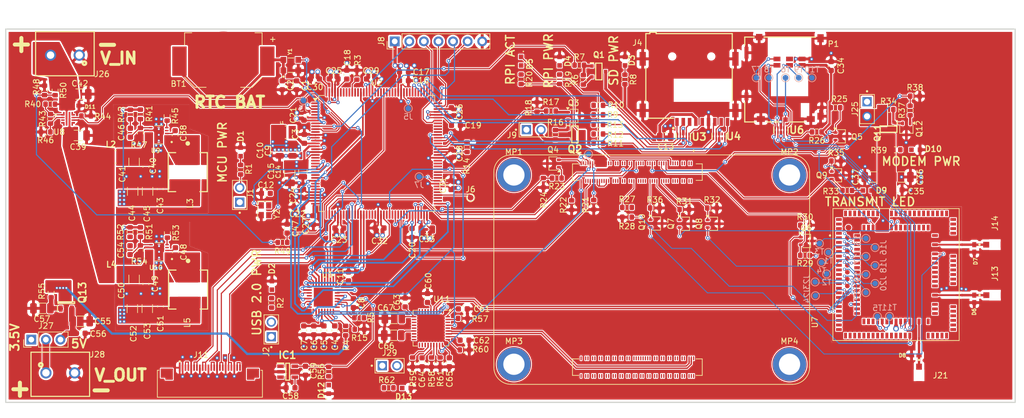
<source format=kicad_pcb>
(kicad_pcb (version 20241229) (generator "pcbnew") (generator_version "9.0")
  (layers (0 "F.Cu" signal) (4 "In1.Cu" signal) (6 "In2.Cu" signal) (2 "B.Cu" signal) (13 "F.Paste" user) (15 "B.Paste" user) (5 "F.SilkS" user "F.Silkscreen") (7 "B.SilkS" user "B.Silkscreen") (1 "F.Mask" user) (3 "B.Mask" user) (25 "Edge.Cuts" user))
  (net 0 "")
  (net 1 "GND")
  (net 2 "1V8")
  (net 3 "+3V5_USB3320")
  (net 4 "+3V5_MCU")
  (net 5 "SMPS_out")
  (net 6 "+3V5_MODEM")
  (net 7 "/Wireless modem/UIM_VCC")
  (net 8 "+3V5_USB_HUB")
  (net 9 "V_IN")
  (net 10 "Net-(U10-EN)")
  (net 11 "Net-(IC1-BYPASS)")
  (net 12 "Net-(U10-BOOT)")
  (net 13 "Net-(U10-FB)")
  (net 14 "+5V")
  (net 15 "SD-pin8")
  (net 16 "SD-pin3")
  (net 17 "SD-pin7")
  (net 18 "SD-pin5")
  (net 19 "SD-pin4")
  (net 20 "SD-pin1")
  (net 21 "SD-pin2")
  (net 26 "+3V5")
  (net 27 "/Wireless modem/MAIN_ANT")
  (net 28 "/Wireless modem/DIV_ANT")
  (net 29 "/Wireless modem/GNSS_ANT")
  (net 30 "Net-(D10-PadA)")
  (net 31 "/Wireless modem/UIM_CLK")
  (net 32 "/Wireless modem/UIM_DATA")
  (net 33 "/Wireless modem/UIM_RESET_N")
  (net 34 "DEBUG_TDI")
  (net 35 "DEBUG_TMS")
  (net 36 "DEBUG_TCLK")
  (net 37 "DEBUG_TDO")
  (net 38 "MCU_RESET")
  (net 39 "SDIO_D2")
  (net 40 "SDIO_D0")
  (net 41 "SDIO_CMD")
  (net 42 "SDIO_D1")
  (net 43 "SDIO_Detect")
  (net 44 "SDIO_D3")
  (net 45 "SDIO_CLK")
  (net 46 "Net-(Q2-S)")
  (net 47 "Net-(Q1-G)")
  (net 48 "+5V_RPI_CM")
  (net 49 "Net-(Q3-G)")
  (net 50 "/Wireless modem/1V8_POWER_ON_N")
  (net 51 "/Raspberry Pi CM 4/POWER_ON_N")
  (net 52 "/Wireless modem/1V8_RESET_IN_N")
  (net 53 "/Raspberry Pi CM 4/RESET_IN_N")
  (net 54 "/Raspberry Pi CM 4/BOOT_MODE")
  (net 55 "/Wireless modem/1V8_BOOT_MODE")
  (net 56 "/Wireless modem/UIM_SIM_DET")
  (net 57 "/Raspberry Pi CM 4/TX_ON")
  (net 58 "/Wireless modem/1V8_TX_ON")
  (net 59 "/Wireless modem/1V8_WAKE_ON_WWAN")
  (net 60 "/Raspberry Pi CM 4/WAKE_ON_WWAN")
  (net 61 "Net-(Q12-G)")
  (net 62 "USB_RESET")
  (net 63 "/Microcontroller/V_IMON")
  (net 64 "Net-(U10-RT)")
  (net 65 "/Wireless modem/1V8_WAKE")
  (net 66 "/Raspberry Pi CM 4/WAKE")
  (net 67 "/Raspberry Pi CM 4/MODEM_3V5_EN")
  (net 68 "/Microcontroller/RPI_CM_ENABLE")
  (net 69 "SDCARD_ENABLE")
  (net 70 "/Microcontroller/RPI_GLOBAL_EN")
  (net 71 "/Raspberry Pi CM 4/nEXTRST")
  (net 72 "/Microcontroller/UART_TX")
  (net 73 "/Raspberry Pi CM 4/USB_HS_P")
  (net 74 "/Microcontroller/RPI_RUN_PG")
  (net 75 "/Microcontroller/UART_RX")
  (net 76 "/Raspberry Pi CM 4/USB_HS_N")
  (net 77 "/USB Hub/USB_HUB_OUT_2_N")
  (net 78 "/USB Hub/USB_HUB_OUT_2_P")
  (net 79 "RTC_OSC")
  (net 80 "/Microcontroller/RRC_MCO_1")
  (net 81 "/Microcontroller/USB_HS_N")
  (net 82 "/Microcontroller/USB_HS_P")
  (net 83 "USB_ULPI_data_0")
  (net 84 "USB_ULPI_data_5")
  (net 85 "USB_ULPI_data_6")
  (net 86 "USB_ULPI_data_3")
  (net 87 "USB_ULPI_data_1")
  (net 88 "USB_ULPI_data_7")
  (net 89 "USB_ULPI_NXT")
  (net 90 "USB_ULPI_DIR")
  (net 91 "USB_ULPI_CLK")
  (net 92 "USB_ULPI_STP")
  (net 93 "USB_ULPI_data_2")
  (net 94 "USB_ULPI_data_4")
  (net 96 "Net-(U2-VBAT)")
  (net 97 "Net-(U2-VLXSMPS)")
  (net 98 "Net-(U1-ID)")
  (net 99 "Net-(J4-VDD)")
  (net 100 "Net-(C38-Pad2)")
  (net 101 "Net-(U9-BOOT)")
  (net 102 "Net-(U8-OUT)")
  (net 103 "Net-(U9-EN)")
  (net 104 "Net-(U9-FB)")
  (net 105 "Net-(C46-Pad1)")
  (net 106 "Net-(C48-Pad2)")
  (net 107 "Net-(C54-Pad1)")
  (net 108 "Net-(J27-Pin_3)")
  (net 109 "Net-(Q13-B)")
  (net 110 "Net-(D1-PadA)")
  (net 111 "Net-(D2-PadA)")
  (net 112 "Net-(D3-PadA)")
  (net 113 "Net-(D4-PadA)")
  (net 114 "Net-(U5A-PI_~{LED}_ACTIVITY)")
  (net 115 "Net-(D5-PadA)")
  (net 116 "Net-(D9-PadC)")
  (net 117 "Net-(D12-PadA)")
  (net 118 "Net-(U2-PE4)")
  (net 119 "Net-(U2-PD5)")
  (net 120 "Net-(U2-PD8)")
  (net 121 "Net-(U2-PD11)")
  (net 122 "Net-(U5A-~{RPIBOOT})")
  (net 123 "Net-(Q5-G)")
  (net 124 "Net-(U7A-J1)")
  (net 125 "Net-(U7A-J2)")
  (net 126 "Net-(U7A-J3)")
  (net 127 "Net-(U7A-J4)")
  (net 128 "Net-(U7A-J5)")
  (net 129 "Net-(U7A-J6)")
  (net 130 "Net-(U7A-J7)")
  (net 131 "Net-(U7A-J8)")
  (net 132 "Net-(U7A-J9)")
  (net 133 "Net-(Q11-S)")
  (net 134 "Net-(J27-Pin_2)")
  (net 135 "Net-(Q2-G)")
  (net 136 "Net-(Q4-G)")
  (net 137 "Net-(Q4-D)")
  (net 138 "Net-(Q11-G)")
  (net 139 "Net-(U2-BOOT0)")
  (net 140 "Net-(U1-VBUS)")
  (net 141 "Net-(U1-RBIAS)")
  (net 142 "Net-(U5A-WL_~{DISABLE})")
  (net 143 "Net-(U5A-BT_~{DISABLE})")
  (net 144 "Net-(U8-EN{slash}UVLO)")
  (net 145 "Net-(U8-OVLO)")
  (net 146 "Net-(U9-RT)")
  (net 147 "Net-(U11-RBIAS)")
  (net 148 "Net-(U11-SCL{slash}SMBCLK{slash}CFG_SEL0)")
  (net 149 "Net-(U11-SDA{slash}SMBDATA{slash}NON_REM1)")
  (net 150 "Net-(U11-SUSP_IND{slash}LOCAL_PWR{slash}NON_REM0)")
  (net 151 "Net-(U11-HS_IND{slash}CFG_SEL1)")
  (net 152 "Net-(U7A-UART1_TX)")
  (net 153 "Net-(U7A-UART1_DTR)")
  (net 154 "Net-(U7A-UART1_RTS)")
  (net 155 "Net-(U7A-UART1_RX)")
  (net 156 "Net-(U7A-SYS_CLK)")
  (net 157 "Net-(U7A-SLEEP_CLK)")
  (net 177 "Net-(U2-PH0)")
  (net 218 "Net-(U2-PF10)")
  (net 231 "Net-(U5A-GPIO_VREF)")
  (net 484 "Net-(U7A-RF_DIV)")
  (net 485 "Net-(U7A-RF_GNSS)")
  (net 486 "Net-(U7A-RF_MAIN)")
  (net 487 "/Microcontroller/V_IN_MEAS")
  (net 488 "Net-(R48-Pad1)")
  (net 489 "Net-(D13-PadA)")
  (footprint "LTST-C190GKT:LEDM1608X80" (layer "F.Cu") (at 228.975 63.1 180)
    (property "Reference" "D10")
    (property "Value" "LTST-C190GKT")
  )
  (footprint "Capacitor_SMD:C_0603_1608Metric" (layer "F.Cu") (at 148.1 56.525 -90)
    (property "Reference" "C26")
    (property "Value" "100nF")
  )
  (footprint "Resistor_SMD:R_0603_1608Metric" (layer "F.Cu") (at 173.7 58.7)
    (property "Reference" "R13")
    (property "Value" "47k")
  )
  (footprint "Capacitor_SMD:C_0603_1608Metric" (layer "F.Cu") (at 134.1 50.75)
    (property "Reference" "C29")
    (property "Value" "100nF")
  )
  (footprint "Resistor_SMD:R_0603_1608Metric" (layer "F.Cu") (at 78.3 57.7 -90)
    (property "Reference" "R43")
    (property "Value" "86.6k")
  )
  (footprint "Resistor_SMD:R_0603_1608Metric" (layer "F.Cu") (at 188.675 73.5)
    (property "Reference" "R31")
    (property "Value" "10k")
  )
  (footprint "Capacitor_SMD:C_1206_3216Metric" (layer "F.Cu") (at 95.2 70.35 90)
    (property "Reference" "C45")
    (property "Value" "47uF")
  )
  (footprint "Capacitor_SMD:C_0603_1608Metric" (layer "F.Cu") (at 128.6 76.75 180)
    (property "Reference" "C23")
    (property "Value" "100nF")
  )
  (footprint "691137710002:691137710002" (layer "F.Cu") (at 80.8 46.6 180)
    (property "Reference" "J26")
    (property "Value" "691137710002")
  )
  (footprint "Resistor_SMD:R_0603_1608Metric" (layer "F.Cu") (at 77.25 52.75 90)
    (property "Reference" "R48")
    (property "Value" "10k")
  )
  (footprint "Resistor_SMD:R_0603_1608Metric" (layer "F.Cu") (at 170.388 48.35)
    (property "Reference" "R7")
    (property "Value" "1k")
  )
  (footprint "Capacitor_SMD:C_0603_1608Metric" (layer "F.Cu") (at 122.425 57.175 90)
    (property "Reference" "C21")
    (property "Value" "100nF")
  )
  (footprint "BK-916-TR:BAT_BK-916-TR" (layer "F.Cu") (at 108.4 47.6 180)
    (property "Reference" "BT1")
    (property "Value" "BK-916-TR")
  )
  (footprint "Capacitor_SMD:C_0805_2012Metric" (layer "F.Cu") (at 118.19 63.2 -90)
    (property "Reference" "C10")
    (property "Value" "4.7uF")
  )
  (footprint "Net_tie_footprint_Waveguide_transmissionline:0.3mm_to_0.41_net_tie" (layer "F.Cu") (at 229.55 96.4 -90)
    (property "Reference" "NT1" (hide yes))
    (property "Value" "NetTie_2" (hide yes))
  )
  (footprint "Capacitor_SMD:C_0603_1608Metric" (layer "F.Cu") (at 147.75 100.15 -90)
    (property "Reference" "C65")
    (property "Value" "100nF")
  )
  (footprint "WE-LHMI_7050:WE-LHMI_7050" (layer "F.Cu") (at 102.25 87.475 -90)
    (property "Reference" "L5")
    (property "Value" "3.3uH")
  )
  (footprint "Package_TO_SOT_SMD:SOT-323_SC-70" (layer "F.Cu") (at 183.8 75.955)
    (property "Reference" "Q10")
    (property "Value" "NX3008NBKW")
  )
  (footprint "Capacitor_SMD:C_0603_1608Metric" (layer "F.Cu") (at 143.95 88.95 90)
    (property "Reference" "C60")
    (property "Value" "100nF")
  )
  (footprint "USB3320C-EZK-TR:QFN50P500X500X100-33N" (layer "F.Cu") (at 125.8 88.8 -90)
    (property "Reference" "U1")
    (property "Value" "USB3320C-EZK-TR")
  )
  (footprint "Resistor_SMD:R_0603_1608Metric" (layer "F.Cu") (at 111.41 66.5725 90)
    (property "Reference" "R1")
    (property "Value" "1.5k")
  )
  (footprint "Net_tie_footprint_Waveguide_transmissionline:0.3mm_to_0.41_net_tie" (layer "F.Cu") (at 236.55 79.65)
    (property "Reference" "NT2" (hide yes))
    (property "Value" "NetTie_2" (hide yes))
  )
  (footprint "SF70S006VBAR2000:JAE_SF70S006VBAR2000" (layer "F.Cu") (at 207 58.25 180)
    (property "Reference" "P1")
    (property "Value" "SF70S006VBAR2000")
  )
  (footprint "Resistor_SMD:R_0603_1608Metric" (layer "F.Cu") (at 163.025 55.65 -90)
    (property "Reference" "R18")
    (property "Value" "10k")
  )
  (footprint "LTST-C190GKT:LEDM1608X80" (layer "F.Cu") (at 111.4 63.4725 -90)
    (property "Reference" "D1")
    (property "Value" "LTST-C190GKT")
  )
  (footprint "WA-SMSI_9774XXX151:WA-SMSI_9774030151" (layer "F.Cu") (at 207 67.5)
    (property "Reference" "MP2")
    (property "Value" "WA-SMSI_9774030151R")
    (property "VALUE" "M2.5 x 3mm" (hide yes))
  )
  (footprint "Capacitor_SMD:C_0805_2012Metric" (layer "F.Cu") (at 120.45 63.2 -90)
    (property "Reference" "C9")
    (property "Value" "4.7uF")
  )
  (footprint "Capacitor_SMD:C_0603_1608Metric" (layer "F.Cu") (at 124.35 50.75 180)
    (property "Reference" "C30")
    (property "Value" "100nF")
  )
  (footprint "Resistor_SMD:R_0603_1608Metric" (layer "F.Cu") (at 164.125 68.85 90)
    (property "Reference" "R24")
    (property "Value" "10k")
  )
  (footprint "Resistor_SMD:R_0603_1608Metric" (layer "F.Cu") (at 137.1925 104.6)
    (property "Reference" "R62")
    (property "Value" "1.5k")
  )
  (footprint "Resistor_SMD:R_0603_1608Metric" (layer "F.Cu") (at 118.7 79.25 180)
    (property "Reference" "R49")
    (property "Value" "47k")
  )
  (footprint "Capacitor_SMD:C_1206_3216Metric" (layer "F.Cu") (at 221.575 67.85 180)
    (property "Reference" "C37")
    (property "Value" "47uF")
  )
  (footprint "Resistor_SMD:R_0603_1608Metric" (layer "F.Cu") (at 126.75 101.775 -90)
    (property "Reference" "R56")
    (property "Value" "10")
  )
  (footprint "Resistor_SMD:R_0603_1608Metric" (layer "F.Cu") (at 183.55 73.25)
    (property "Reference" "R36")
    (property "Value" "10k")
  )
  (footprint "F32Q-1A7H1-11022:AMPHENOL_F32Q-1A7H1-11022" (layer "F.Cu") (at 106.05 103.9)
    (property "Reference" "J11")
    (property "Value" "F32Q-1A7H1-11022")
  )
  (footprint "Resistor_SMD:R_0603_1608Metric" (layer "F.Cu") (at 224.25 56.075)
    (property "Reference" "R34")
    (property "Value" "10k")
  )
  (footprint "0402ESDA-MLP1:ESD_0402ESDA-MLP1" (layer "F.Cu") (at 239.175 89.1 90)
    (property "Reference" "D6")
    (property "Value" "0402ESDA-MLP1")
  )
  (footprint "Connector_PinHeader_2.54mm:PinHeader_1x07_P2.54mm_Vertical" (layer "F.Cu") (at 138.24 44.2 90)
    (property "Reference" "J8")
    (property "Value" "Conn_01x07_Pin")
  )
  (footprint "Capacitor_SMD:C_0603_1608Metric" (layer "F.Cu") (at 120.1 104.6 180)
    (property "Reference" "C58")
    (property "Value" "10nF")
  )
  (footprint "Capacitor_SMD:C_0603_1608Metric" (layer "F.Cu") (at 100.05 80.95 -90)
    (property "Reference" "C48")
    (property "Value" "100nF")
  )
  (footprint "Resistor_SMD:R_0603_1608Metric" (layer "F.Cu") (at 132.1 94.4)
    (property "Reference" "R15")
    (property "Value" "8k06")
  )
  (footprint "LQM2HPN1R0MJHL:INDC2520X120N" (layer "F.Cu") (at 89.6 84.8)
    (property "Reference" "L4")
    (property "Value" "1uH")
  )
  (footprint "Resistor_SMD:R_0603_1608Metric" (layer "F.Cu") (at 98.65 77.6 90)
    (property "Reference" "R53")
    (property "Value" "15k")
  )
  (footprint "Resistor_SMD:R_0603_1608Metric" (layer "F.Cu") (at 228 56.25 90)
    (property "Reference" "R37")
    (property "Value" "10k")
  )
  (footprint "Capacitor_SMD:C_0603_1608Metric" (layer "F.Cu") (at 122.7 101.625 -90)
    (property "Reference" "C59")
    (property "Value" "1uF")
  )
  (footprint "Resistor_SMD:R_0603_1608Metric" (layer "F.Cu") (at 131.65 50.05 90)
    (property "Reference" "R3")
    (property "Value" "10k")
  )
  (footprint "M20-9990245:HARWIN_M20-9990245" (layer "F.Cu") (at 162.45 59.6)
    (property "Reference" "J9")
    (property "Value" "M20-9990245")
  )
  (footprint "Capacitor_SMD:C_0603_1608Metric" (layer "F.Cu") (at 127.6 50.75)
    (property "Reference" "C25")
    (property "Value" "100nF")
  )
  (footprint "Resistor_SMD:R_0603_1608Metric" (layer "F.Cu") (at 150.4 98)
    (property "Reference" "R60")
    (property "Value" "36k")
  )
  (footprint "Resistor_SMD:R_0603_1608Metric" (layer "F.Cu") (at 225.475 63.1)
    (property "Reference" "R39")
    (property "Value" "1.5k")
  )
  (footprint "Oscillator:Oscillator_SMD_SeikoEpson_SG210-4Pin_2.5x2.0mm" (layer "F.Cu") (at 115.65 73.65 -90)
    (property "Reference" "Y2")
    (property "Value" "SG-210STF 24Mhz")
  )
  (footprint "Resistor_SMD:R_0603_1608Metric" (layer "F.Cu") (at 173.7 55.35 180)
    (property "Reference" "R10")
    (property "Value" "47k")
  )
  (footprint "M20-9990245:HARWIN_M20-9990245" (layer "F.Cu") (at 116.75 94.42 90)
    (property "Reference" "J2")
    (property "Value" "M20-9990245")
  )
  (footprint "DFE252012P-2R2M_P2:INDC2520X120N" (layer "F.Cu") (at 119.3 60.05)
    (property "Reference" "L1")
    (property "Value" "2.2uF")
  )
  (footprint "Resistor_SMD:R_0603_1608Metric" (layer "F.Cu") (at 150.85 62.65 90)
    (property "Reference" "R14")
    (property "Value" "47k")
  )
  (footprint "Resistor_SMD:R_0603_1608Metric" (layer "F.Cu") (at 173.7 61.95 180)
    (property "Reference" "R11")
    (property "Value" "47k")
  )
  (footprint "Capacitor_SMD:C_1206_3216Metric" (layer "F.Cu") (at 92.85 65.25 -90)
    (property "Reference" "C41")
    (property "Value" "10uF")
  )
  (footprint "Capacitor_SMD:C_0603_1608Metric" (layer "F.Cu") (at 121.16 51.85 -90)
    (property "Reference" "C1")
    (property "Value" "1uF")
  )
  (footprint "Resistor_SMD:R_0603_1608Metric" (layer "F.Cu") (at 132.05 92.4 180)
    (property "Reference" "R5")
    (property "Value" "10k")
  )
  (footprint "Capacitor_SMD:C_0603_1608Metric" (layer "F.Cu") (at 148.1 63.75 -90)
    (property "Reference" "C28")
    (property "Value" "100nF")
  )
  (footprint "TestPoint:TestPoint_Pad_D1.0mm" (layer "F.Cu") (at 151.45 71.45)
    (property "Reference" "J6")
    (property "Value" "~")
  )
  (footprint "Capacitor_SMD:C_1206_3216Metric" (layer "F.Cu") (at 95.15 90.8 90)
    (property "Reference" "C53")
    (property "Value" "47uF")
  )
  (footprint "0402ESDA-MLP1:ESD_0402ESDA-MLP1" (layer "F.Cu") (at 239.175 80.3 90)
    (property "Reference" "D7")
    (property "Value" "0402ESDA-MLP1")
  )
  (footprint "Resistor_SMD:R_0603_1608Metric" (layer "F.Cu") (at 211.75 60)
    (property "Reference" "R26")
    (property "Value" "10k")
  )
  (footprint "Capacitor_SMD:C_0603_1608Metric" (layer "F.Cu") (at 97.45 90.4 90)
    (property "Reference" "C51")
    (property "Value" "100nF")
  )
  (footprint "LTST-C190GKT:LEDM1608X80" (layer "F.Cu") (at 166.95 47.65 -90)
    (property "Reference" "D4")
    (property "Value" "LTST-C190GKT")
  )
  (footprint "Capacitor_SMD:C_0603_1608Metric" (layer "F.Cu") (at 92.2 60.125 -90)
    (property "Reference" "C46")
    (property "Value" "33pF")
  )
  (footprint "Package_TO_SOT_SMD:SOT-323_SC-70" (layer "F.Cu") (at 188.85 76)
    (property "Reference" "Q7")
    (property "Value" "NX3008NBKW")
  )
  (footprint "LTST-C190GKT:LEDM1608X80" (layer "F.Cu") (at 220.526 70.2)
    (property "Reference" "D9")
    (property "Value" "LTST-C190GKT")
  )
  (footprint "Capacitor_SMD:C_0603_1608Metric" (layer "F.Cu") (at 141.25 77.6 -90)
    (property "Reference" "C20")
    (property "Value" "100nF")
  )
  (footprint "Capacitor_SMD:C_1206_3216Metric" (layer "F.Cu") (at 137.9 95.45 180)
    (property "Reference" "C66")
    (property "Value" "10uF")
  )
  (footprint "Capacitor_SMD:C_0603_1608Metric" (layer "F.Cu") (at 97.4 69.95 90)
    (property "Reference" "C43")
    (property "Value" "100nF")
  )
  (footprint "Capacitor_SMD:C_0603_1608Metric" (layer "F.Cu") (at 214.25 48.5 90)
    (property "Reference" "C34")
    (property "Value" "100nF")
  )
  (footprint "Resistor_SMD:R_0603_1608Metric" (layer "F.Cu") (at 215 55.75 180)
    (property "Reference" "R25")
    (property "Value" "10k")
  )
  (footprint "Resistor_SMD:R_0603_1608Metric" (layer "F.Cu") (at 93.95 60.125 90)
    (property "Reference" "R47")
    (property "Value" "19.1k")
  )
  (footprint "Resistor_SMD:R_0603_1608Metric" (layer "F.Cu") (at 79.1 52.75 -90)
    (property "Reference" "R50")
    (property "Value" "91k")
  )
  (footprint "Resistor_SMD:R_0603_1608Metric" (layer "F.Cu") (at 178.33 50.843 90)
    (property "Reference" "R8")
    (property "Value" "1.5k")
  )
  (footprint "SC0683:MODULE_SC0683" (layer "F.Cu") (at 183 84)
    (property "Reference" "U5" (hide yes))
    (property "Value" "SC0683")
  )
  (footprint "KiCad5:SOT95P280X145-5N" (layer "F.Cu") (at 119.6 101.8)
    (property "Reference" "IC1")
    (property "Value" "LD3985M18R" (hide yes))
  )
  (footprint "Capacitor_SMD:C_0603_1608Metric" (layer "F.Cu") (at 118.65 51.85 -90)
    (property "Reference" "C2")
    (property "Value" "100nF")
  )
  (footprint "Capacitor_SMD:C_0603_1608Metric" (layer "F.Cu") (at 119.5 76.85 90)
    (property "Reference" "C47")
    (property "Value" "100nF")
  )
  (footprint "LTST-C190GKT:LEDM1608X80" (layer "F.Cu") (at 116.85 86.75 -90)
    (property "Reference" "D2")
    (property "Value" "LTST-C190GKT")
  )
  (footprint "LQM2HPN1R0MJHL:INDC2520X120N" (layer "F.Cu") (at 89.6 64.35)
    (property "Reference" "L2")
    (property "Value" "1uH")
  )
  (footprint "Capacitor_SMD:C_0603_1608Metric" (layer "F.Cu") (at 124.075003 75.374997 -90)
    (property "Reference" "C27")
    (property "Value" "100nF")
  )
  (footprint "Resistor_SMD:R_0603_1608Metric" (layer "F.Cu") (at 78.4 88 -90)
    (property "Reference" "R55")
    (property "Value" "510")
  )
  (footprint "Resistor_SMD:R_0603_1608Metric" (layer "F.Cu") (at 93.95 56.925 90)
    (property "Reference" "R41")
    (property "Value" "100k")
  )
  (footprint "Capacitor_SMD:C_0603_1608Metric" (layer "F.Cu") (at 148.9 58.85)
    (property "Reference" "C19")
    (property "Value" "100nF")
  )
  (footprint "Package_DFN_QFN:QFN-36-1EP_6x6mm_P0.5mm_EP3.7x3.7mm" (layer "F.Cu") (at 144.55 94.2 -90)
    (property "Reference" "U11")
    (property "Value" "USB2514B-I/M2")
  )
  (footprint "CONMHF1-SMD-G-T:LINX_CONMHF1-SMD-G-T" (layer "F.Cu") (at 242.775 79.65 90)
    (property "Reference" "J14")
    (property "Value" "CONMHF1-SMD-G-T")
  )
  (footprint "LTST-C190GKT:LEDM1608X80" (layer "F.Cu") (at 126.75 104.875 90)
    (property "Reference" "D12")
    (property "Value" "LTST-C190GKT")
  )
  (footprint "Capacitor_SMD:C_0603_1608Metric" (layer "F.Cu") (at 131.05 89.8375 -90)
    (property "Reference" "C8")
    (property "Value" "100nF")
  )
  (footprint "Resistor_SMD:R_0603_1608Metric" (layer "F.Cu") (at 144.65 100.15 -90)
    (property "Reference" "R58")
    (property "Value" "36k")
  )
  (footprint "Capacitor_SMD:C_0603_1608Metric" (layer "F.Cu") (at 121.45 73.1 180)
    (property "Reference" "C22")
    (property "Value" "100nF")
  )
  (footprint "KiCad2:UDFN10_CASE_517BB" (layer "F.Cu") (at 188.5 60.75 180)
    (property "Reference" "U3")
    (property "Value" "ESD7004MUTAG" (hide yes))
  )
  (footprint "KiCad4:SOTFL95P240X88-3N" (layer "F.Cu") (at 173.788 49.45)
    (property "Reference" "Q1")
    (property "Value" "SSM3J358R,LF" (hide yes))
  )
  (footprint "Resistor_SMD:R_0603_1608Metric" (layer "F.Cu") (at 77.45 60 180)
    (property "Reference" "R46")
    (property "Value" "30k1")
  )
  (footprint "Resistor_SMD:R_0603_1608Metric" (layer "F.Cu") (at 215.12 65.0525)
    (property "Reference" "R35")
    (property "Value" "10k")
  )
  (footprint "Capacitor_SMD:C_1206_3216Metric" (layer "F.Cu") (at 83.4 53.4)
    (property "Reference" "C42")
    (property "Value" "10uF")
  )
  (footprint "Capacitor_SMD:C_0603_1608Metric" (layer "F.Cu") (at 94.9 86.5 -90)
    (property "Reference" "C49")
    (property "Value" "100nF")
  )
  (footprint "Package_TO_SOT_SMD:SOT-323_SC-70" (layer "F.Cu") (at 169.425 57.2)
    (property "Reference" "Q3")
    (property "Value" "NX3008NBKW")
  )
  (footprint "Resistor_SMD:R_0603_1608Metric" (layer "F.Cu") (at 165.45 56.35 180)
    (property "Reference" "R17")
    (property "Value" "10k")
  )
  (footprint "MEM2075-00-140-01-A:GCT_MEM2075-00-140-01-A" (layer "F.Cu") (at 189.975 46.8275 180)
    (property "Reference" "J4")
    (property "Value" "MEM2075-00-140-01-A")
  )
  (footprint "WA-SMSI_9774XXX151:WA-SMSI_9774030151" (layer "F.Cu") (at 159 100.5)
    (property "Reference" "MP3")
    (property "Value" "WA-SMSI_9774030151R")
    (property "VALUE" "M2.5 x 3mm" (hide yes))
  )
  (footprint "Capacitor_SMD:C_0603_1608Metric" (layer "F.Cu") (at 127.8 94.5875 90)
    (property "Reference" "C4")
    (property "Value" "100nF")
  )
  (footprint "Capacitor_SMD:C_0805_2012Metric" (layer "F.Cu") (at 143.825 77 180)
    (property "Reference" "C33")
    (property "Value" "4.7uF")
  )
  (footprint "KiCad7:SOT96P240X110-3N" (layer "F.Cu") (at 81.05 89.75 90)
    (property "Reference" "Q13")
    (property "Value" "BC817-40Q-13-F" (hide yes))
  )
  (footprint "Capacitor_SMD:C_0603_1608Metric" (layer "F.Cu") (at 94.9 66.05 -90)
    (property "Reference" "C40")
    (property "Value" "100nF")
  )
  (footprint "Resistor_SMD:R_0603_1608Metric" (layer "F.Cu") (at 160.25 50.8 -90)
    (property "Reference" "R20")
    (property "Value" "3.3k")
  )
  (footprint "Capacitor_SMD:C_0603_1608Metric" (layer "F.Cu") (at 139.85 49.5)
    (property "Reference" "C17")
    (property "Value" "100nF")
  )
  (footprint "WA-SMSI_9774XXX151:WA-SMSI_9774030151" (layer "F.Cu") (at 207 100.5)
    (property "Reference" "MP4")
    (property "Value" "WA-SMSI_9774030151R")
    (property "VALUE" "M2.5 x 3mm" (hide yes))
  )
  (footprint "CONMHF1-SMD-G-T:LINX_CONMHF1-SMD-G-T" (layer "F.Cu") (at 242.8 88.45 90)
    (property "Reference" "J13")
    (property "Value" "CONMHF1-SMD-G-T")
  )
  (footprint "Capacitor_SMD:C_0603_1608Metric" (layer "F.Cu") (at 140.05 89.725 90)
    (property "Reference" "C63")
    (property "Value" "100nF")
  )
  (footprint "Resistor_SMD:R_0603_1608Metric" (layer "F.Cu") (at 93.95 80.6 90)
    (property "Reference" "R54")
    (property "Value" "19.1k")
  )
  (footprint "Resistor_SMD:R_0603_1608Metric" (layer "F.Cu") (at 209.7 81.5 180)
    (property "Reference" "R29")
    (property "Value" "10k")
  )
  (footprint "Resistor_SMD:R_0603_1608Metric" (layer "F.Cu") (at 98.6 57.2 90)
    (property "Reference" "R45")
    (property "Value" "15k")
  )
  (footprint "Capacitor_SMD:C_0603_1608Metric" (layer "F.Cu") (at 150.4 96.3)
    (property "Reference" "C62")
    (property "Value" "100nF")
  )
  (footprint "Capacitor_SMD:C_0603_1608Metric" (layer "F.Cu") (at 129.9 50 90)
    (property "Reference" "C18")
    (property "Value" "100nF")
  )
  (footprint "Capacitor_SMD:C_0603_1608Metric" (layer "F.Cu") (at 122.35 70.75 -90)
    (property "Reference" "C24")
    (property "Value" "100nF")
  )
  (footprint "ECS-327TXO-30-TR:OSC_ECS-327TXO-30-TR" (layer "F.Cu") (at 120.15 48.35 90)
    (property "Reference" "Y1")
    (property "Value" "ECS-327TXO-30-TR")
  )
  (footprint "Capacitor_SMD:C_0603_1608Metric" (layer "F.Cu") (at 100 60.55 -90)
    (property "Reference" "C38")
    (property "Value" "100nF")
  )
  (footprint "M20-9990245:HARWIN_M20-9990245" (layer "F.Cu") (at 220.5 56 -90)
    (property "Reference" "J25")
    (property "Value" "M20-9990245")
  )
  (footprint "Capacitor_SMD:C_0603_1608Metric" (layer "F.Cu") (at 92.15 80.6 -90)
    (property "Reference" "C54")
    (property "Value" "33pF")
  )
  (footprint "Capacitor_SMD:C_0805_2012Metric" (layer "F.Cu") (at 122.25 66.85 -90)
    (property "Reference" "C14")
    (property "Value" "4.7uF")
  )
  (footprint "Capacitor_SMD:C_0603_1608Metric" (layer "F.Cu") (at 130.2 85.1875 90)
    (property "Reference" "C11")
    (property "Value" "100nF")
  )
  (footprint "Package_TO_SOT_SMD:SOT-323_SC-70" (layer "F.Cu") (at 165.825 65.4975 180)
    (property "Reference" "Q4")
    (property "Value" "NX3008NBKW")
  )
  (footprint "Resistor_SMD:R_0603_1608Metric" (layer "F.Cu") (at 93.95 77.45 90)
    (property "Reference" "R51")
    (property "Value" "64.9k")
  )
  (footprint "LTST-C190GKT:LEDM1608X80" (layer "F.Cu") (at 140.2915 104.65 180)
    (property "Reference" "D13")
    (property "Value" "LTST-C190GKT")
  )
  (footprint "KiCad4:SOTFL95P240X88-3N" (layer "F.Cu") (at 224.25 59.5 -90)
    (property "Reference" "Q11")
    (property "Value" "SSM3J358R,LF" (hide yes))
  )
  (footprint "Resistor_SMD:R_0603_1608Metric" (layer "F.Cu") (at 169.05 72.75 90)
    (property "Reference" "R22")
    (property "Value" "0ohm")
  )
  (footprint "Resistor_SMD:R_0603_1608Metric" (layer "F.Cu") (at 166.475 68.05 180)
    (property "Reference" "R23")
    (property "Value" "10k")
  )
  (footprint "M20-9990245:HARWIN_M20-9990245" (layer "F.Cu") (at 137.35 100.75)
    (property "Reference" "J29")
    (property "Value" "M20-9990245")
  )
  (footprint "KiCad2:UDFN10_CASE_517BB" (layer "F.Cu") (at 205.5 59.65 180)
    (property "Reference" "U6")
    (property "Value" "ESD7004MUTAG" (hide yes))
  )
  (footprint "Capacitor_SMD:C_1206_3216Metric" (layer "F.Cu") (at 83.65 93)
    (property "Reference" "C55")
    (property "Value" "10uF")
  )
  (footprint "0402ESDA-MLP1:ESD_0402ESDA-MLP1" (layer "F.Cu") (at 82.6 55.4 180)
    (property "Reference" "D11")
    (property "Value" "0402ESDA-MLP1")
  )
  (footprint "Resistor_SMD:R_0603_1608Metric" (layer "F.Cu") (at 146.15 100.15 -90)
    (property "Reference" "R61")
    (property "Value" "36k")
  )
  (footprint "Package_TO_SOT_SMD:SOT-323_SC-70" (layer "F.Cu") (at 216 60.75)
    (property "Reference" "Q5")
    (property "Value" "NX3008NBKW")
  )
  (footprint "Resistor_SMD:R_0603_1608Metric" (layer "F.Cu") (at 166.95 50.8 90)
    (property "Reference" "R19")
    (property "Value" "3.3k")
  )
  (footprint "CONMHF1-SMD-G-T:LINX_CONMHF1-SMD-G-T" (layer "F.Cu") (at 229.55 102.45)
    (property "Reference" "J21")
    (property "Value" "CONMHF1-SMD-G-T")
  )
  (footprint "Capacitor_SMD:C_0603_1608Metric" (layer "F.Cu") (at 122.5 61.2 90)
    (property "Reference" "C3")
    (property "Value" "220pF")
  )
  (footprint "Resistor_SMD:R_0603_1608Metric" (layer "F.Cu") (at 178.7 74.85)
    (property "Reference" "R28")
    (property "Value" "10k")
  )
  (footprint "Capacitor_SMD:C_0603_1608Metric" (layer "F.Cu") (at 225.825 70.1)
    (property "Reference" "C35")
    (property "Value" "33pF")
  )
  (footprint "LMR51450FNDRRR:CONV_LMR51450FNDRRR" (layer "F.Cu") (at 97.2 80.9 180)
    (property "Reference" "U10")
    (property "Value" "LMR51450FNDRRR")
  )
  (footprint "Capacitor_SMD:C_0603_1608Metric" (layer "F.Cu") (at 143 100.15 -90)
    (property "Reference" "C64")
    (property "Value" "100nF")
  )
  (footprint "Resistor_SMD:R_0603_1608Metric" (layer "F.Cu") (at 92.15 77.45 -90)
    (property "Reference" "R52")
    (property "Value" "1k")
  )
  (footprint "RC7620_1104625:XCVR_RC7620_1104625" (layer "F.Cu") (at 225.55 84.85 90)
    (property "Reference" "U7")
    (property "Value" "RC7620_1104627")
  )
  (footprint "691137710002:691137710002" (layer "F.Cu") (at 80 102)
    (property "Reference" "J28")
    (property "Value" "691137710002")
  )
  (footprint "Resistor_SMD:R_0603_1608Metric" (layer "F.Cu") (at 78.25 55.15 180)
    (property "Reference" "R40")
    (property "Value" "470k")
  )
  (footprint "Resistor_SMD:R_0603_1608Metric" (layer "F.Cu") (at 92.2 56.95 -90)
    (property "Reference" "R42")
    (property "Value" "1k")
  )
  (footprint "Resistor_SMD:R_0603_1608Metric" (layer "F.Cu") (at 116.8 89.8 90)
    (property "Reference" "R2")
    (property "Value" "1.5k")
  )
  (footprint "LTST-C190GKT:LEDM1608X80" (layer "F.Cu") (at 178.35 47.65 -90)
    (property "Reference" "D3")
    (property "Value" "LTST-C190GKT")
  )
  (footprint "Capacitor_SMD:C_1206_3216Metric" (layer "F.Cu") (at 83.1 60.6)
    (property "Reference" "C39")
    (property "Value" "10uF")
  )
  (footprint "Capacitor_SMD:C_0603_1608Metric" (layer "F.Cu") (at 135.6 76.75 180)
    (property "Reference" "C32")
    (property "Value" "100nF")
  )
  (footprint "Connector_PinHeader_2.54mm:PinHeader_1x03_P2.54mm_Vertical" (layer "F.Cu") (at 74.95 96.2 90)
    (property "Reference" "J27")
    (property "Value" "Conn_01x03_Pin")
  )
  (footprint "KiCad4:SOTFL95P240X88-3N" (layer "F.Cu") (at 169.625 60.4)
    (property "Reference" "Q2")
    (property "Value" "SSM3J358R,LF" (hide yes))
  )
  (footprint "Capacitor_SMD:C_1206_3216Metric" (layer "F.Cu") (at 92.6 70.35 90)
    (property "Reference" "C44")
    (property "Value" "47uF")
  )
  (footprint "Capacitor_SMD:C_0603_1608Metric" (layer "F.Cu") (at 150.1 90.85)
    (property "Reference" "C61")
    (property "Value" "100nF")
  )
  (footprint "Capacitor_SMD:C_0805_2012Metric" (layer "F.Cu") (at 185.35 60.85)
    (property "Reference" "C13")
    (property "Value" "4.7uF")
  )
  (footprint "Resistor_SMD:R_0603_1608Metric" (layer "F.Cu") (at 129.7 94.6375 -90)
    (property "Reference" "R4")
    (property "Value" "10k")
  )
  (footprint "Package_TO_SOT_SMD:SOT-323_SC-70" (layer "F.Cu") (at 227.35 59.5 -90)
    (property "Reference" "Q12")
    (property "Value" "NX3008NBKW")
  )
  (footprint "Capacitor_SMD:C_1206_3216Metric" (layer "F.Cu") (at 119.95 67.4 -90)
    (property "Reference" "C15")
    (property "Value" "10uF")
  )
  (footprint "KiCad2:UDFN10_CASE_517BB" (layer "F.Cu") (at 194.75 60.75 180)
    (property "Reference" "U4")
    (property "Value" "ESD7004MUTAG" (hide yes))
  )
  (footprint "Capacitor_SMD:C_0603_1608Metric" (layer "F.Cu") (at 139.85 51.05)
    (property "Reference" "C16")
    (property "Value" "1uF")
  )
  (footprint "Resistor_SMD:R_0603_1608Metric" (layer "F.Cu") (at 172.9 72.7 90)
    (property "Reference" "R21")
    (property "Value" "0ohm")
  )
  (footprint "Package_TO_SOT_SMD:SOT-323_SC-70" (layer "F.Cu") (at 215.35 67.5525)
    (property "Reference" "Q9")
    (property "Value" "NX3008NBKW")
  )
  (footprint "Package_TO_SOT_SMD:SOT-323_SC-70" (layer "F.Cu") (at 193.75 76)
    (property "Reference" "Q8")
    (property "Value" "NX3008NBKW")
  )
  (footprint "Resistor_SMD:R_0603_1608Metric" (layer "F.Cu") (at 171.088 50.9 90)
    (property "Reference" "R6")
    (property "Value" "47k")
  )
  (footprint "Capacitor_SMD:C_1206_3216Metric" (layer "F.Cu") (at 92.55 90.8 90)
    (property "Reference" "C52")
    (property "Value" "47uF")
  )
  (footprint "Capacitor_SMD:C_1206_3216Metric" (layer "F.Cu") (at 76.8 90.75 180)
    (property "Reference" "C57")
    (property "Value" "10uF")
  )
  (footprint "LM73100RPWR:IC_LM73100RPWR" (layer "F.Cu") (at 81.35 57.7)
    (property "Reference" "U8")
    (property "Value" "LM73100RPWR")
  )
  (footprint "WE-LHMI_7050:WE-LHMI_7050" (layer "F.Cu") (at 102.2 67 -90)
    (property "Reference" "L3")
    (property "Value" "4.7uH")
  )
  (footprint "WA-SMSI_9774XXX151:WA-SMSI_9774030151" (layer "F.Cu") (at 159 67.5)
    (property "Reference" "MP1")
    (property "Value" "WA-SMSI_9774030151R")
    (property "VALUE" "M2.5 x 3mm" (hide yes))
  )
  (footprint "Package_TO_SOT_SMD:SOT-323_SC-70" (layer "F.Cu") (at 209.95 79)
    (property "Reference" "Q6")
    (property "Value" "NX3008NBKW")
  )
  (footprint "Capacitor_SMD:C_0603_1608Metric" (layer "F.Cu") (at 122.4 94.5875 90)
    (property "Reference" "C7")
    (property "Value" "100nF")
  )
  (footprint "Resistor_SMD:R_0603_1608Metric" (layer "F.Cu") (at 228.85 53.75 180)
    (property "Reference" "R38")
    (property "Value" "10k")
  )
  (footprint "Resistor_SMD:R_0603_1608Metric" (layer "F.Cu") (at 209.7 76.25)
    (property "Reference" "R30")
    (property "Value" "10k")
  )
  (footprint "Resistor_SMD:R_0603_1608Metric" (layer "F.Cu") (at 173.7 57 180)
    (property "Reference" "R9")
    (property "Value" "47k")
  )
  (footprint "Resistor_SMD:R_0603_1608Metric" (layer "F.Cu") (at 84.5 57.2)
    (property "Reference" "R44")
    (property "Value" "2.26k")
  )
  (footprint "LTST-C190GKT:LEDM1608X80" (layer "F.Cu") (at 160.25 47.65 -90)
    (property "Reference" "D5")
    (property "Value" "LTST-C190GKT")
  )
  (footprint "Net_tie_footprint_Waveguide_transmissionline:0.3mm_to_0.41_net_tie" (layer "F.Cu") (at 236.55 88.45)
    (property "Reference" "NT3" (hide yes))
    (property "Value" "NetTie_2" (hide yes))
  )
  (footprint "Capacitor_SMD:C_0603_1608Metric" (layer "F.Cu") (at 125.9 94.5875 90)
    (property "Reference" "C5")
    (property "Value" "1uF")
  )
  (footprint "Capacitor_SMD:C_0603_1608Metric" (layer "F.Cu") (at 124.15 94.5875 90)
    (property "Reference" "C6")
    (property "Value" "1uF")
  )
  (footprint "LMR51450FNDRRR:CONV_LMR51450FNDRRR" (layer "F.Cu") (at 97.15 60.5 180)
    (property "Reference" "U9")
    (property "Value" "LMR51450FNDRRR")
  )
  (footprint "Capacitor_SMD:C_0603_1608Metric" (layer "F.Cu") (at 148.075003 69.275003 90)
    (property "Reference" "C31")
    (property "Value" "100nF")
  )
  (footprint "M20-9990245:HARWIN_M20-9990245" (layer "F.Cu") (at 111.25 70.98 90)
    (property "Reference" "J1")
    (property "Value" "M20-9990245")
  )
  (footprint "Capacitor_SMD:C_0603_1608Metric" (layer "F.Cu") (at 115.8 70.7 180)
    (property "Reference" "C12")
    (property "Value" "100nF")
  )
  (footprint "Resistor_SMD:R_0603_1608Metric" (layer "F.Cu") (at 173.7 60.35 180)
    (property "Reference" "R12")
    (property "Value" "47k")
  )
  (footprint "Capacitor_SMD:C_1206_3216Metric" (layer "F.Cu") (at 138 92.5 180)
    (property "Reference" "C67")
    (property "Value" "10uF")
  )
  (footprint "0402ESDA-MLP1:ESD_0402ESDA-MLP1" (layer "F.Cu") (at 228.9 98.95 180)
    (property "Reference" "D8")
    (property "Value" "0402ESDA-MLP1")
  )
  (footprint "Resistor_SMD:R_0603_1608Metric" (layer "F.Cu") (at 217.05 70.2 180)
    (property "Reference" "R33")
    (property "Value" "1k")
  )
  (footprint "Capacitor_SMD:C_0603_1608Metric" (layer "F.Cu") (at 83.55 95.1)
    (property "Reference" "C56")
    (property "Value" "100nF")
  )
  (footprint "Resistor_SMD:R_0603_1608Metric" (layer "F.Cu") (at 178.7 73.15)
    (property "Reference" "R27")
    (property "Value" "10k")
  )
  (footprint "Resistor_SMD:R_0603_1608Metric" (layer "F.Cu") (at 193.5 73.25)
    (property "Reference" "R32")
    (property "Value" "10k")
  )
  (footprint "Capacitor_SMD:C_1206_3216Metric" (layer "F.Cu") (at 92.85 85.65 -90)
    (property "Reference" "C50")
    (property "Value" "10uF")
  )
  (footprint "Package_QFP:LQFP-144_20x20mm_P0.5mm" (layer "F.Cu") (at 135.1 63.75)
    (property "Reference" "U2")
    (property "Value" "STM32H7A3ZITxQ" (hide yes))
  )
  (footprint "Resistor_SMD:R_0603_1608Metric" (layer "F.Cu") (at 150.1 92.5 180)
    (property "Reference" "R57")
    (property "Value" "12k")
  )
  (footprint "Capacitor_SMD:C_1206_3216Metric" (layer "F.Cu") (at 226.575 67.85)
    (property "Reference" "C36")
    (property "Value" "47uF")
  )
  (footprint "Resistor_SMD:R_0603_1608Metric" (layer "F.Cu") (at 141.35 100.15 -90)
    (property "Reference" "R59")
    (property "Value" "36k")
  )
  (footprint "Resistor_SMD:R_0603_1608Metric" (layer "F.Cu") (at 166.225 60.475 90)
    (property "Reference" "R16")
    (property "Value" "10k")
  )
  (footprint "TestPoint:TestPoint_Pad_D1.0mm" (layer "B.Cu") (at 122.35 54.5)
    (property "Reference" "J3")
    (property "Value" "~")
  )
  (footprint "TestPoint:TestPoint_Pad_D1.0mm" (layer "B.Cu") (at 172 63.85)
    (property "Reference" "J10")
    (property "Value" "~")
  )
  (footprint "TestPoint:TestPoint_Pad_D1.0mm" (layer "B.Cu") (at 220.3 78.55 -90)
    (property "Reference" "J15")
    (property "Value" "~")
  )
  (footprint "TestPoint:TestPoint_Pad_D1.0mm" (layer "B.Cu") (at 213.75 81)
    (property "Reference" "T1")
    (property "Value" "~")
  )
  (footprint "TestPoint:TestPoint_Pad_D1.0mm" (layer "B.Cu") (at 208.6 50.55 180)
    (property "Reference" "T9")
    (property "Value" "~")
  )
  (footprint "TestPoint:TestPoint_Pad_D1.0mm" (layer "B.Cu") (at 224.4 92.15)
    (property "Reference" "T11")
    (property "Value" "~")
  )
  (footprint "TestPoint:TestPoint_Pad_D1.0mm" (layer "B.Cu") (at 212.55 82.75)
    (property "Reference" "T4")
    (property "Value" "~")
  )
  (footprint "TestPoint:TestPoint_Pad_D1.0mm" (layer "B.Cu") (at 221.9 80.15 90)
    (property "Reference" "J16")
    (property "Value" "~")
  )
  (footprint "TestPoint:TestPoint_Pad_D1.0mm" (layer "B.Cu") (at 211.5 88.55 -90)
    (property "Reference" "J24")
    (property "Value" "~")
  )
  (footprint "TestPoint:TestPoint_Pad_D1.0mm" (layer "B.Cu") (at 220.3 88 -90)
    (property "Reference" "J22")
    (property "Value" "~")
  )
  (footprint "TestPoint:TestPoint_Pad_D1.0mm" (layer "B.Cu") (at 222.3 92.15)
    (property "Reference" "T5")
    (property "Value" "~")
  )
  (footprint "TestPoint:TestPoint_Pad_D1.0mm" (layer "B.Cu") (at 142.5 67.8)
    (property "Reference" "J7")
    (property "Value" "~")
  )
  (footprint "TestPoint:TestPoint_Pad_D1.0mm" (layer "B.Cu") (at 201.2 50.55 180)
    (property "Reference" "T7")
    (property "Value" "~")
  )
  (footprint "TestPoint:TestPoint_Pad_D1.0mm" (layer "B.Cu") (at 221.9 86.416667 90)
    (property "Reference" "J20")
    (property "Value" "~")
  )
  (footprint "TestPoint:TestPoint_Pad_D1.0mm" (layer "B.Cu") (at 221.9 83.283333 90)
    (property "Reference" "J18")
    (property "Value" "~")
  )
  (footprint "TestPoint:TestPoint_Pad_D1.0mm" (layer "B.Cu") (at 220.3 84.85 -90)
    (property "Reference" "J19")
    (property "Value" "~")
  )
  (footprint "TestPoint:TestPoint_Pad_D1.0mm" (layer "B.Cu") (at 206.3 50.55 180)
    (property "Reference" "T6")
    (property "Value" "~")
  )
  (footprint "TestPoint:TestPoint_Pad_D1.0mm" (layer "B.Cu") (at 140.6 55.9)
    (property "Reference" "J5")
    (property "Value" "~")
  )
  (footprint "TestPoint:TestPoint_Pad_D1.0mm" (layer "B.Cu") (at 211.45 86.15 -90)
    (property "Reference" "J23")
    (property "Value" "~")
  )
  (footprint "TestPoint:TestPoint_Pad_D1.0mm" (layer "B.Cu") (at 212.2 79.45)
    (property "Reference" "T3")
    (property "Value" "~")
  )
  (footprint "TestPoint:TestPoint_Pad_D1.0mm" (layer "B.Cu") (at 203.4 50.55 180)
    (property "Reference" "T8")
    (property "Value" "~")
  )
  (footprint "TestPoint:TestPoint_Pad_D1.0mm" (layer "B.Cu") (at 220.3 81.7 -90)
    (property "Reference" "J17")
    (property "Value" "~")
  )
  (footprint "TestPoint:TestPoint_Pad_D1.0mm" (layer "B.Cu") (at 213.45 84.75)
    (property "Reference" "T2")
    (property "Value" "~")
  )
  (footprint "TestPoint:TestPoint_Pad_D1.0mm" (layer "B.Cu") (at 210.9 50.55 180)
    (property "Reference" "T10")
    (property "Value" "~")
  )
  (gr_rect (start 70.5 42.05) (end 246.3 107.15) (stroke (width 0.2)) (fill no) (layer "Edge.Cuts"))
  (gr_text "TRANSMIT LED" (at 213 73.05 0) (layer "F.SilkS") (effects (font (size 1.5 1.5) (thickness 0.25) (bold yes)) (justify left bottom)))
  (gr_text "+" (at 70.65 106.4 0) (layer "F.SilkS") (effects (font (size 3 3) (thickness 0.7) (bold yes)) (justify left bottom)))
  (gr_text "RPI ACT" (at 159.25 51.95 90) (layer "F.SilkS") (effects (font (size 1.5 1.5) (thickness 0.25) (bold yes)) (justify left bottom)))
  (gr_text "5V" (at 81.7 97.8 0) (layer "F.SilkS") (effects (font (size 1.5 1.5) (thickness 0.3) (bold yes)) (justify left bottom)))
  (gr_text "-" (at 84.8 106.6 0) (layer "F.SilkS") (effects (font (size 3 3) (thickness 0.7) (bold yes)) (justify left bottom)))
  (gr_text "3.5V" (at 72.95 98.45 90) (layer "F.SilkS") (effects (font (size 1.5 1.5) (thickness 0.3) (bold yes)) (justify left bottom)))
  (gr_text "MODEM PWR" (at 222.9 66 0) (layer "F.SilkS") (effects (font (size 1.5 1.5) (thickness 0.25) (bold yes)) (justify left bottom)))
  (gr_text "RPI PWR" (at 165.9 52.55 90) (layer "F.SilkS") (effects (font (size 1.5 1.5) (thickness 0.25) (bold yes)) (justify left bottom)))
  (gr_text "MCU PWR" (at 109.1 69.0225 90) (layer "F.SilkS") (effects (font (size 1.5 1.5) (thickness 0.25) (bold yes)) (justify left bottom)))
  (gr_text "V_OUT" (at 85.7 103.55 0) (layer "F.SilkS") (effects (font (size 2 2) (thickness 0.5) (bold yes)) (justify left bottom)))
  (gr_text "V_IN" (at 86.7 48.3 0) (layer "F.SilkS") (effects (font (size 2 2) (thickness 0.5) (bold yes)) (justify left bottom)))
  (gr_text "SD PWR" (at 177.25 52.1 90) (layer "F.SilkS") (effects (font (size 1.5 1.5) (thickness 0.25) (bold yes)) (justify left bottom)))
  (gr_text "RTC BAT" (at 103 56 0) (layer "F.SilkS") (effects (font (size 2 2) (thickness 0.5) (bold yes)) (justify left bottom)))
  (gr_text "USB 2.0 PWR" (at 115.1 95.67 90) (layer "F.SilkS") (effects (font (size 1.5 1.5) (thickness 0.25) (bold yes)) (justify left bottom)))
  (gr_text "+" (at 70.9 46.3 0) (layer "F.SilkS") (effects (font (size 3 3) (thickness 0.7) (bold yes)) (justify left bottom)))
  (gr_text "-" (at 85.9 46.35 0) (layer "F.SilkS") (effects (font (size 3 3) (thickness 0.7) (bold yes)) (justify left bottom)))
  (segment (start 128.35 74.4125) (end 128.35 76.225) (width 0.3) (layer "F.Cu") (net 1))
  (segment (start 188.5 61.15) (end 188.5 60.35) (width 0.2) (layer "F.Cu") (net 1))
  (segment (start 120.924997 73.364997) (end 120.65 73.09) (width 0.7) (layer "F.Cu") (net 1))
  (segment (start 148.075 64.5) (end 148.1 64.525) (width 0.3) (layer "F.Cu") (net 1))
  (segment (start 121.1 71.275003) (end 122.075003 71.275003) (width 0.7) (layer "F.Cu") (net 1))
  (segment (start 134.625003 50.455003) (end 134.9 50.73) (width 0.7) (layer "F.Cu") (net 1))
  (segment (start 122.150003 56.649997) (end 122.425 56.375) (width 0.7) (layer "F.Cu") (net 1))
  (segment (start 147.8 57) (end 148.1 57.3) (width 0.3) (layer "F.Cu") (net 1))
  (segment (start 143.349997 77.549997) (end 143.075 77.275) (width 0.7) (layer "F.Cu") (net 1))
  (segment (start 128.100003 50.475003) (end 128.375 50.75) (width 0.7) (layer "F.Cu") (net 1))
  (segment (start 122.675 60.5) (end 124.4375 60.5) (width 0.2) (layer "F.Cu") (net 1))
  (segment (start 148.35 68.75) (end 148.075003 68.475003) (width 0.7) (layer "F.Cu") (net 1))
  (segment (start 122.875 71) (end 122.35 71.525) (width 0.3) (layer "F.Cu") (net 1))
  (segment (start 123.174994 76.174997) (end 124.075003 76.174997) (width 0.7) (layer "F.Cu") (net 1))
  (segment (start 140.625 49.5) (end 140.625 48.775) (width 0.5) (layer "F.Cu") (net 1))
  (segment (start 123.824997 50.475003) (end 123.55 50.75) (width 0.7) (layer "F.Cu") (net 1))
  (segment (start 124.4375 71) (end 122.875 71) (width 0.3) (layer "F.Cu") (net 1))
  (segment (start 135.35 76.225) (end 134.825 76.75) (width 0.3) (layer "F.Cu") (net 1))
  (segment (start 148.374997 64.275003) (end 148.1 64.55) (width 0.7) (layer "F.Cu") (net 1))
  (segment (start 145.7625 57) (end 147.8 57) (width 0.3) (layer "F.Cu") (net 1))
  (segment (start 149.35 64.275003) (end 148.374997 64.275003) (width 0.7) (layer "F.Cu") (net 1))
  (segment (start 128.124997 78.025) (end 128.124997 77.049997) (width 0.7) (layer "F.Cu") (net 1))
  (segment (start 122.35 71.525) (end 122.375 71.5) (width 0.3) (layer "F.Cu") (net 1))
  (segment (start 120.924997 74.34) (end 120.924997 73.364997) (width 0.7) (layer "F.Cu") (net 1))
  (segment (start 134.625003 49.48) (end 134.625003 50.455003) (width 0.7) (layer "F.Cu") (net 1))
  (segment (start 149.35 57.050003) (end 148.374997 57.050003) (width 0.7) (layer "F.Cu") (net 1))
  (segment (start 127.85 51.275) (end 128.375 50.75) (width 0.3) (layer "F.Cu") (net 1))
  (segment (start 147.575006 69) (end 148.075003 68.500003) (width 0.3) (layer "F.Cu") (net 1))
  (segment (start 135.124997 78.025) (end 135.124997 77.049997) (width 0.7) (layer "F.Cu") (net 1))
  (segment (start 128.100003 49.5) (end 128.100003 50.475003) (width 0.7) (layer "F.Cu") (net 1))
  (segment (start 128.124997 77.049997) (end 127.85 76.775) (width 0.7) (layer "F.Cu") (net 1))
  (segment (start 122.075003 71.275003) (end 122.35 71.55) (width 0.7) (layer "F.Cu") (net 1))
  (segment (start 121.175 56.649997) (end 122.150003 56.649997) (width 0.7) (layer "F.Cu") (net 1))
  (segment (start 134.35 51.275) (end 134.875 50.75) (width 0.3) (layer "F.Cu") (net 1))
  (segment (start 145.7625 64.5) (end 148.075 64.5) (width 0.3) (layer "F.Cu") (net 1))
  (segment (start 135.124997 77.049997) (end 134.85 76.775) (width 0.7) (layer "F.Cu") (net 1))
  (segment (start 122.5 60.325) (end 122.675 60.5) (width 0.2) (layer "F.Cu") (net 1))
  (segment (start 140.625 48.775) (end 140.3 48.45) (width 0.5) (layer "F.Cu") (net 1))
  (segment (start 122.375 71.5) (end 124.4375 71.5) (width 0.3) (layer "F.Cu") (net 1))
  (segment (start 148.374997 57.050003) (end 148.1 57.325) (width 0.7) (layer "F.Cu") (net 1))
  (segment (start 135.35 74.4125) (end 135.35 76.225) (width 0.3) (layer "F.Cu") (net 1))
  (segment (start 134.35 53.0875) (end 134.35 51.275) (width 0.3) (layer "F.Cu") (net 1))
  (segment (start 127.85 53.0875) (end 127.85 51.275) (width 0.3) (layer "F.Cu") (net 1))
  (segment (start 194.75 61.15) (end 194.75 60.35) (width 0.2) (layer "F.Cu") (net 1))
  (segment (start 149.325003 68.75) (end 148.35 68.75) (width 0.7) (layer "F.Cu") (net 1))
  (segment (start 143.349997 78.525) (end 143.349997 77.549997) (width 0.7) (layer "F.Cu") (net 1))
  (segment (start 123.824997 49.5) (end 123.824997 50.475003) (width 0.7) (layer "F.Cu") (net 1))
  (segment (start 145.7625 69) (end 147.575006 69) (width 0.3) (layer "F.Cu") (net 1))
  (segment (start 122.85 75.850003) (end 123.174994 76.174997) (width 0.7) (layer "F.Cu") (net 1))
  (segment (start 128.35 76.225) (end 127.825 76.75) (width 0.3) (layer "F.Cu") (net 1))
  (segment (start 205.5 60.05) (end 205.5 59.25) (width 0.2) (layer "F.Cu") (net 1))
  (via (at 229.9 67.95) (size 0.6) (drill 0.3) (layers "F.Cu" "B.Cu") (net 1))
  (via (at 192.85 60) (size 0.6) (drill 0.3) (layers "F.Cu" "B.Cu") (net 1))
  (via (at 139.35 54.65) (size 0.6) (drill 0.3) (layers "F.Cu" "B.Cu") (net 1))
  (via (at 188.5 61.9) (size 0.6) (drill 0.3) (layers "F.Cu" "B.Cu") (net 1))
  (via (at 234.342424 87.218969) (size 0.6) (drill 0.3) (layers "F.Cu" "B.Cu") (net 1))
  (via (at 96.75 78.2) (size 0.6) (drill 0.3) (layers "F.Cu" "B.Cu") (net 1))
  (via (at 135.124997 78.025) (size 0.8) (drill 0.5) (layers "F.Cu" "B.Cu") (net 1))
  (via (at 128.100003 49.5) (size 0.8) (drill 0.5) (layers "F.Cu" "B.Cu") (net 1))
  (via (at 237.707898 87.427381) (size 0.6) (drill 0.3) (layers "F.Cu" "B.Cu") (net 1))
  (via (at 121.6 68.875) (size 0.6) (drill 0.3) (layers "F.Cu" "B.Cu") (net 1))
  (via (at 192.9 56.55) (size 0.6) (drill 0.3) (layers "F.Cu" "B.Cu") (net 1))
  (via (at 135.35 72.65) (size 0.6) (drill 0.3) (layers "F.Cu" "B.Cu") (net 1))
  (via (at 227.3 61.85) (size 0.6) (drill 0.3) (layers "F.Cu" "B.Cu") (net 1))
  (via (at 108.7 99.35) (size 0.6) (drill 0.3) (layers "F.Cu" "B.Cu") (net 1))
  (via (at 97.55 82.8) (size 0.6) (drill 0.3) (layers "F.Cu" "B.Cu") (net 1))
  (via (at 92.95 82.5) (size 0.6) (drill 0.3) (layers "F.Cu" "B.Cu") (net 1))
  (via (at 186.25 58.9) (size 0.6) (drill 0.3) (layers "F.Cu" "B.Cu") (net 1))
  (via (at 233.470179 87.404224) (size 0.6) (drill 0.3) (layers "F.Cu" "B.Cu") (net 1))
  (via (at 101.3 99.25) (size 0.6) (drill 0.3) (layers "F.Cu" "B.Cu") (net 1))
  (via (at 149.35 57.050003) (size 0.8) (drill 0.5) (layers "F.Cu" "B.Cu") (net 1))
  (via (at 194.75 62) (size 0.6) (drill 0.3) (layers "F.Cu" "B.Cu") (net 1))
  (via (at 141.65 48.4) (size 0.8) (drill 0.5) (layers "F.Cu" "B.Cu") (net 1))
  (via (at 134.35 54.6) (size 0.6) (drill 0.3) (layers "F.Cu" "B.Cu") (net 1))
  (via (at 219.2 64.4) (size 0.6) (drill 0.3) (layers "F.Cu" "B.Cu") (net 1))
  (via (at 96 67.75) (size 0.6) (drill 0.3) (layers "F.Cu" "B.Cu") (net 1))
  (via (at 236.966876 87.342472) (size 0.6) (drill 0.3) (layers "F.Cu" "B.Cu") (net 1))
  (via (at 126.05 70.95) (size 0.6) (drill 0.3) (layers "F.Cu" "B.Cu") (net 1))
  (via (at 101.3 102.65) (size 0.6) (drill 0.3) (layers "F.Cu" "B.Cu") (net 1))
  (via (at 132.3 90.6) (size 0.6) (drill 0.3) (layers "F.Cu" "B.Cu") (net 1))
  (via (at 141.95 51) (size 0.8) (drill 0.5) (layers "F.Cu" "B.Cu") (net 1))
  (via (at 120.924997 74.34) (size 0.8) (drill 0.5) (layers "F.Cu" "B.Cu") (net 1))
  (via (at 194.85 59.65) (size 0.6) (drill 0.3) (layers "F.Cu" "B.Cu") (net 1))
  (via (at 122.5 59.2) (size 0.6) (drill 0.3) (layers "F.Cu" "B.Cu") (net 1))
  (via (at 217.9 68.6) (size 0.6) (drill 0.3) (layers "F.Cu" "B.Cu") (net 1))
  (via (at 96.7 62.35) (size 0.6) (drill 0.3) (layers "F.Cu" "B.Cu") (net 1))
  (via (at 97.5 63.25) (size 0.6) (drill 0.3) (layers "F.Cu" "B.Cu") (net 1))
  (via (at 97.35 88.2) (size 0.6) (drill 0.3) (layers "F.Cu" "B.Cu") (net 1))
  (via (at 96.75 79.1) (size 0.6) (drill 0.3) (layers "F.Cu" "B.Cu") (net 1))
  (via (at 229.9 67.15) (size 0.6) (drill 0.3) (layers "F.Cu" "B.Cu") (net 1))
  (via (at 127.8 97.35) (size 0.6) (drill 0.3) (layers "F.Cu" "B.Cu") (net 1))
  (via (at 127.75 54.3) (size 0.6) (drill 0.3) (layers "F.Cu" "B.Cu") (net 1))
  (via (at 97.65 79.1) (size 0.6) (drill 0.3) (layers "F.Cu" "B.Cu") (net 1))
  (via (at 121.175 56.649997) (size 0.8) (drill 0.5) (layers "F.Cu" "B.Cu") (net 1))
  (via (at 96 66.85) (size 0.6) (drill 0.3) (layers "F.Cu" "B.Cu") (net 1))
  (via (at 91.5 67.75) (size 0.6) (drill 0.3) (layers "F.Cu" "B.Cu") (net 1))
  (via (at 96.05 87.3) (size 0.6) (drill 0.3) (layers "F.Cu" "B.Cu") (net 1))
  (via (at 228.05 70.15) (size 0.6) (drill 0.3) (layers "F.Cu" "B.Cu") (net 1))
  (via (at 105.8 102.6) (size 0.6) (drill 0.3) (layers "F.Cu" "B.Cu") (net 1))
  (via (at 96.7 58.65) (size 0.6) (drill 0.3) (layers "F.Cu" "B.Cu") (net 1))
  (via (at 140.3 48.45) (size 0.8) (drill 0.5) (layers "F.Cu" "B.Cu") (net 1))
  (via (at 128.35 72.65) (size 0.6) (drill 0.3) (layers "F.Cu" "B.Cu") (net 1))
  (via (at 116.55 64.15) (size 0.6) (drill 0.3) (layers "F.Cu" "B.Cu") (net 1))
  (via (at 205.4 58.2) (size 0.6) (drill 0.3) (layers "F.Cu" "B.Cu") (net 1))
  (via (at 118.15 68.85) (size 0.6) (drill 0.3) (layers "F.Cu" "B.Cu") (net 1))
  (via (at 94.05 88.2) (size 0.6) (drill 0.3) (layers "F.Cu" "B.Cu") (net 1))
  (via (at 135.95 50.75) (size 0.8) (drill 0.5) (layers "F.Cu" "B.Cu") (net 1))
  (via (at 229.9 68.75) (size 0.6) (drill 0.3) (layers "F.Cu" "B.Cu") (net 1))
  (via (at 93.8 62.05) (size 0.6) (drill 0.3) (layers "F.Cu" "B.Cu") (net 1))
  (via (at 97.5 62.35) (size 0.6) (drill 0.3) (layers "F.Cu" "B.Cu") (net 1))
  (via (at 128.124997 78.025) (size 0.8) (drill 0.5) (layers "F.Cu" "B.Cu") (net 1))
  (via (at 102.8 99.2) (size 0.6) (drill 0.3) (layers "F.Cu" "B.Cu") (net 1))
  (via (at 126.2 60.55) (size 0.6) (drill 0.3) (layers "F.Cu" "B.Cu") (net 1))
  (via (at 97.3 67.75) (size 0.6) (drill 0.3) (layers "F.Cu" "B.Cu") (net 1))
  (via (at 129.9 48) (size 0.8) (drill 0.5) (layers "F.Cu" "B.Cu") (net 1))
  (via (at 134.625003 49.48) (size 0.8) (drill 0.5) (layers "F.Cu" "B.Cu") (net 1))
  (via (at 107.3 102.65) (size 0.6) (drill 0.3) (layers "F.Cu" "B.Cu") (net 1))
  (via (at 123.824997 49.5) (size 0.8) (drill 0.5) (layers "F.Cu" "B.Cu") (net 1))
  (via (at 102.8 102.55) (size 0.6) (drill 0.3) (layers "F.Cu" "B.Cu") (net 1))
  (via (at 220.15 66) (size 0.6) (drill 0.3) (layers "F.Cu" "B.Cu") (net 1))
  (via (at 97.55 83.7) (size 0.6) (drill 0.3) (layers "F.Cu" "B.Cu") (net 1))
  (via (at 96.7 57.75) (size 0.6) (drill 0.3) (layers "F.Cu" "B.Cu") (net 1))
  (via (at 97.6 58.65) (size 0.6) (drill 0.3) (layers "F.Cu" "B.Cu") (net 1))
  (via (at 122.85 75.850003) (size 0.8) (drill 0.5) (layers "F.Cu" "B.Cu") (net 1))
  (via (at 107.3 99.4) (size 0.6) (drill 0.3) (layers "F.Cu" "B.Cu") (net 1))
  (via (at 205.5 60.7) (size 0.6) (drill 0.3) (layers "F.Cu" "B.Cu") (net 1))
  (via (at 218 66.9) (size 0.6) (drill 0.3) (layers "F.Cu" "B.Cu") (net 1))
  (via (at 124.15 97.4) (size 0.6) (drill 0.3) (layers "F.Cu" "B.Cu") (net 1))
  (via (at 210.85 47.3) (size 0.6) (drill 0.3) (layers "F.Cu" "B.Cu") (net 1))
  (via (at 96.7 63.25) (size 0.6) (drill 0.3) (layers "F.Cu" "B.Cu") (net 1))
  (via (at 121.7 64.15) (size 0.6) (drill 0.3) (layers "F.Cu" "B.Cu") (net 1))
  (via (at 110.3 102.6) (size 0.6) (drill 0.3) (layers "F.Cu" "B.Cu") (net 1))
  (via (at 119.3 64.15) (size 0.6) (drill 0.3) (layers "F.Cu" "B.Cu") (net 1))
  (via (at 97.6 57.75) (size 0.6) (drill 0.3) (layers "F.Cu" "B.Cu") (net 1))
  (via (at 125.9 97.35) (size 0.6) (drill 0.3) (layers "F.Cu" "B.Cu") (net 1))
  (via (at 217.95 67.75) (size 0.6) (drill 0.3) (layers "F.Cu" "B.Cu") (net 1))
  (via (at 91.55 88.2) (size 0.6) (drill 0.3) (layers "F.Cu" "B.Cu") (net 1))
  (via (at 208.1 47.25) (size 0.6) (drill 0.3) (layers "F.Cu" "B.Cu") (net 1))
  (via (at 94 67.75) (size 0.6) (drill 0.3) (layers "F.Cu" "B.Cu") (net 1))
  (via (at 121.1 67.95) (size 0.6) (drill 0.3) (layers "F.Cu" "B.Cu") (net 1))
  (via (at 188.5 59.4) (size 0.6) (drill 0.3) (layers "F.Cu" "B.Cu") (net 1))
  (via (at 97.65 78.2) (size 0.6) (drill 0.3) (layers "F.Cu" "B.Cu") (net 1))
  (via (at 144 69) (size 0.6) (drill 0.3) (layers "F.Cu" "B.Cu") (net 1))
  (via (at 96.75 82.8) (size 0.6) (drill 0.3) (layers "F.Cu" "B.Cu") (net 1))
  (via (at 122.4 97.35) (size 0.6) (drill 0.3) (layers "F.Cu" "B.Cu") (net 1))
  (via (at 92.9 62.05) (size 0.6) (drill 0.3) (layers "F.Cu" "B.Cu") (net 1))
  (via (at 126 57.5) (size 0.6) (drill 0.3) (layers "F.Cu" "B.Cu") (net 1))
  (via (at 108.8 102.65) (size 0.6) (drill 0.3) (layers "F.Cu" "B.Cu") (net 1))
  (via (at 119.9 70.1) (size 0.6) (drill 0.3) (layers "F.Cu" "B.Cu") (net 1))
  (via (at 149.325003 68.75) (size 0.8) (drill 0.5) (layers "F.Cu" "B.Cu") (net 1))
  (via (at 97.3 66.85) (size 0.6) (drill 0.3) (layers "F.Cu" "B.Cu") (net 1))
  (via (at 126 61.5) (size 0.6) (drill 0.3) (layers "F.Cu" "B.Cu") (net 1))
  (via (at 104.3 102.55) (size 0.6) (drill 0.3) (layers "F.Cu" "B.Cu") (net 1))
  (via (at 97.35 87.3) (size 0.6) (drill 0.3) (layers "F.Cu" "B.Cu") (net 1))
  (via (at 149.35 64.275003) (size 0.8) (drill 0.5) (layers "F.Cu" "B.Cu") (net 1))
  (via (at 96.75 83.7) (size 0.6) (drill 0.3) (layers "F.Cu" "B.Cu") (net 1))
  (via (at 143.349997 78.525) (size 0.8) (drill 0.5) (layers "F.Cu" "B.Cu") (net 1))
  (via (at 226.5 67.85) (size 0.6) (drill 0.3) (layers "F.Cu" "B.Cu") (net 1))
  (via (at 121.1 71.275003) (size 0.8) (drill 0.5) (layers "F.Cu" "B.Cu") (net 1))
  (via (at 123.2 63.7) (size 0.6) (drill 0.3) (layers "F.Cu" "B.Cu") (net 1))
  (via (at 142.6 75.725) (size 0.6) (drill 0.3) (layers "F.Cu" "B.Cu") (net 1))
  (via (at 144.1 64.55) (size 0.6) (drill 0.3) (layers "F.Cu" "B.Cu") (net 1))
  (via (at 93.85 82.5) (size 0.6) (drill 0.3) (layers "F.Cu" "B.Cu") (net 1))
  (via (at 185.35 58.975) (size 0.6) (drill 0.3) (layers "F.Cu" "B.Cu") (net 1))
  (via (at 214.25 46.25) (size 0.6) (drill 0.3) (layers "F.Cu" "B.Cu") (net 1))
  (via (at 96.05 88.2) (size 0.6) (drill 0.3) (layers "F.Cu" "B.Cu") (net 1))
  (via (at 110.25 99.35) (size 0.6) (drill 0.3) (layers "F.Cu" "B.Cu") (net 1))
  (segment (start 133.175 89.075) (end 133.1625 89.0625) (width 0.2) (layer "F.Cu") (net 2))
  (segment (start 134.5 90.3) (end 134.5 96.3) (width 0.2) (layer "F.Cu") (net 2))
  (segment (start 134.5 96.3) (end 130.25 100.55) (width 0.2) (layer "F.Cu") (net 2))
  (segment (start 128.404 89.219) (end 128.74318 89.219) (width 0.2) (layer "F.Cu") (net 2))
  (segment (start 128.235 88.05) (end 128.29 87.995) (width 0.2) (layer "F.Cu") (net 2))
  (segment (start 128.84918 89.325) (end 130.7875 89.325) (width 0.2) (layer "F.Cu") (net 2))
  (segment (start 128.235 89.05) (end 128.404 89.219) (width 0.2) (layer "F.Cu") (net 2))
  (segment (start 130.7875 89.325) (end 131.05 89.0625) (width 0.2) (layer "F.Cu") (net 2))
  (segment (start 128.74318 89.219) (end 128.84918 89.325) (width 0.2) (layer "F.Cu") (net 2))
  (segment (start 128.29 87.995) (end 129.9825 87.995) (width 0.2) (layer "F.Cu") (net 2))
  (segment (start 133.1625 89.0625) (end 131.05 89.0625) (width 0.2) (layer "F.Cu") (net 2))
  (segment (start 129.9825 87.995) (end 131.05 89.0625) (width 0.2) (layer "F.Cu") (net 2))
  (segment (start 129.95 100.85) (end 130.25 100.55) (width 0.2) (layer "F.Cu") (net 2))
  (segment (start 120.85 100.85) (end 122.7 100.85) (width 0.2) (layer "F.Cu") (net 2))
  (segment (start 122.7 100.85) (end 129.95 100.85) (width 0.2) (layer "F.Cu") (net 2))
  (via (at 134.5 90.3) (size 0.6) (drill 0.3) (layers "F.Cu" "B.Cu") (net 2))
  (via (at 133.175 89.075) (size 0.6) (drill 0.3) (layers "F.Cu" "B.Cu") (net 2))
  (segment (start 133.175 89.075) (end 133.35 89.25) (width 0.2) (layer "B.Cu") (net 2))
  (segment (start 133.45 89.25) (end 134.5 90.3) (width 0.2) (layer "B.Cu") (net 2))
  (segment (start 133.35 89.25) (end 133.45 89.25) (width 0.2) (layer "B.Cu") (net 2))
  (segment (start 126.05 92.0625) (end 127.8 93.8125) (width 0.2) (layer "F.Cu") (net 3))
  (segment (start 124.05 86) (end 123.5 85.45) (width 0.2) (layer "F.Cu") (net 3))
  (segment (start 122.45 88.05) (end 123.365 88.05) (width 0.2) (layer "F.Cu") (net 3))
  (segment (start 122.9 89.55) (end 122.3 90.15) (width 0.2) (layer "F.Cu") (net 3))
  (segment (start 123.365 89.55) (end 122.9 89.55) (width 0.2) (layer "F.Cu") (net 3))
  (segment (start 122.15 88.35) (end 122.45 88.05) (width 0.2) (layer "F.Cu") (net 3))
  (segment (start 126.05 91.235) (end 126.05 92.0625) (width 0.2) (layer "F.Cu") (net 3))
  (segment (start 129.3225 85.9625) (end 128.235 87.05) (width 0.2) (layer "F.Cu") (net 3))
  (segment (start 130.2 85.9625) (end 129.3225 85.9625) (width 0.2) (layer "F.Cu") (net 3))
  (segment (start 124.05 86.365) (end 124.05 86) (width 0.2) (layer "F.Cu") (net 3))
  (via (at 122.3 90.15) (size 0.6) (drill 0.3) (layers "F.Cu" "B.Cu") (net 3))
  (via (at 122.15 88.35) (size 0.6) (drill 0.3) (layers "F.Cu" "B.Cu") (net 3))
  (via (at 123.5 85.45) (size 0.6) (drill 0.3) (layers "F.Cu" "B.Cu") (net 3))
  (segment (start 129.125 77.05) (end 129.4 76.775) (width 0.7) (layer "F.Cu") (net 4))
  (segment (start 149.35 63.275) (end 148.375 63.275) (width 0.7) (layer "F.Cu") (net 4))
  (segment (start 121.925 73.365) (end 122.2 73.09) (width 0.7) (layer "F.Cu") (net 4))
  (segment (start 135.85 76.225) (end 136.375 76.75) (width 0.3) (layer "F.Cu") (net 4))
  (segment (start 126.35 53.0875) (end 126.35 51.975) (width 0.3) (layer "F.Cu") (net 4))
  (segment (start 133.85 53.0875) (end 133.85 51.275) (width 0.3) (layer "F.Cu") (net 4))
  (segment (start 122.25 65.450001) (end 122.25 65.9) (width 0.2) (layer "F.Cu") (net 4))
  (segment (start 122.6 58) (end 124.4375 58) (width 0.3) (layer "F.Cu") (net 4))
  (segment (start 145.7625 69.5) (end 147.525 69.5) (width 0.3) (layer "F.Cu") (net 4))
  (segment (start 147.575 63.5) (end 148.1 62.975) (width 0.3) (layer "F.Cu") (net 4))
  (segment (start 127.1 49.5) (end 127.1 50.475) (width 0.7) (layer "F.Cu") (net 4))
  (segment (start 128.85 76.225) (end 129.375 76.75) (width 0.3) (layer "F.Cu") (net 4))
  (segment (start 124.4375 64) (end 123.700001 64) (width 0.2) (layer "F.Cu") (net 4))
  (segment (start 148.350003 69.750003) (end 148.075003 70.025003) (width 0.7) (layer "F.Cu") (net 4))
  (segment (start 136.125 77.05) (end 136.4 76.775) (width 0.7) (layer "F.Cu") (net 4))
  (segment (start 126.35 51.975) (end 125.125 50.75) (width 0.3) (layer "F.Cu") (net 4))
  (segment (start 123.35 61) (end 123.25 61.1) (width 0.2) (layer "F.Cu") (net 4))
  (segment (start 144.55 77) (end 143.35 75.8) (width 0.2) (layer "F.Cu") (net 4))
  (segment (start 145.7625 56) (end 147.85 56) (width 0.3) (layer "F.Cu") (net 4))
  (segment (start 119.95 65.925) (end 121.15 65.925) (width 0.7) (layer "F.Cu") (net 4))
  (segment (start 121.175 57.65) (end 122.15 57.65) (width 0.7) (layer "F.Cu") (net 4))
  (segment (start 138.85 51.275) (end 138.85 53.0875) (width 0.3) (layer "F.Cu") (net 4))
  (segment (start 172.6 50.4) (end 172.413 50.4) (width 0.5) (layer "F.Cu") (net 4))
  (segment (start 139.075 48.674997) (end 139.299997 48.45) (width 0.5) (layer "F.Cu") (net 4))
  (segment (start 136.125 78.025) (end 136.125 77.05) (width 0.7) (layer "F.Cu") (net 4))
  (segment (start 149.35 56.05) (end 148.375 56.05) (width 0.7) (layer "F.Cu") (net 4))
  (segment (start 147.075 64) (end 148.1 62.975) (width 0.3) (layer "F.Cu") (net 4))
  (segment (start 122.25 65.9) (end 122.5 65.65) (width 0.4) (layer "F.Cu") (net 4))
  (segment (start 144.775 77) (end 144.55 77) (width 0.2) (layer "F.Cu") (net 4))
  (segment (start 121.925 74.025) (end 121.925 73.365) (width 0.7) (layer "F.Cu") (net 4))
  (segment (start 139.075 49.5) (end 139.075 48.674997) (width 0.5) (layer "F.Cu") (net 4))
  (segment (start 122.5 65.65) (end 122.5 63.35) (width 0.4) (layer "F.Cu") (net 4))
  (segment (start 127.35 51.275) (end 126.825 50.75) (width 0.3) (layer "F.Cu") (net 4))
  (segment (start 149.325003 69.750003) (end 148.350003 69.750003) (width 0.7) (layer "F.Cu") (net 4))
  (segment (start 138.3 48.4) (end 138.3 44.26) (width 0.6) (layer "F.Cu") (net 4))
  (segment (start 124.4375 72) (end 123.325 72) (width 0.3) (layer "F.Cu") (net 4))
  (segment (start 121.15 65.925) (end 122.225 65.925) (width 0.7) (layer "F.Cu") (net 4))
  (segment (start 147.525 69.5) (end 148.075003 70.050003) (width 0.3) (layer "F.Cu") (net 4))
  (segment (start 138.35 48.45) (end 138.3 48.4) (width 0.6) (layer "F.Cu") (net 4))
  (segment (start 111.41 69.55) (end 111.25 69.71) (width 0.2) (layer "F.Cu") (net 4))
  (segment (start 128.85 74.4125) (end 128.85 76.225) (width 0.3) (layer "F.Cu") (net 4))
  (segment (start 123.700001 64) (end 122.25 65.450001) (width 0.2) (layer "F.Cu") (net 4))
  (segment (start 147.85 56) (end 148.1 55.75) (width 0.3) (layer "F.Cu") (net 4))
  (segment (start 133.625 49.48) (end 133.625 50.455) (width 0.7) (layer "F.Cu") (net 4))
  (segment (start 133.625 50.455) (end 133.35 50.73) (width 0.7) (layer "F.Cu") (net 4))
  (segment (start 139.299997 48.45) (end 138.35 48.45) (width 0.6) (layer "F.Cu") (net 4))
  (segment (start 122.225 65.925) (end 122.25 65.9) (width 0.2) (layer "F.Cu") (net 4))
  (segment (start 135.85 74.4125) (end 135.85 76.225) (width 0.3) (layer "F.Cu") (net 4))
  (segment (start 122.5 63.35) (end 123.35 62.5) (width 0.4) (layer "F.Cu") (net 4))
  (segment (start 148.375 56.05) (end 148.1 55.775) (width 0.7) (layer "F.Cu") (net 4))
  (segment (start 122.075 70.275) (end 122.35 70) (width 0.7) (layer "F.Cu") (net 4))
  (segment (start 139.075 51.05) (end 138.85 51.275) (width 0.3) (layer "F.Cu") (net 4))
  (segment (start 127.35 53.0875) (end 127.35 51.275) (width 0.3) (layer "F.Cu") (net 4))
  (segment (start 149.55 63.475) (end 149.35 63.275) (width 0.2) (layer "F.Cu") (net 4))
  (segment (start 122.875 70.5) (end 122.35 69.975) (width 0.3) (layer "F.Cu") (net 4))
  (segment (start 124.4375 61) (end 123.35 61) (width 0.2) (layer "F.Cu") (net 4))
  (segment (start 127.1 50.475) (end 126.825 50.75) (width 0.7) (layer "F.Cu") (net 4))
  (segment (start 148.1 62.975) (end 148.074 63.001) (width 0.3) (layer "F.Cu") (net 4))
  (segment (start 145.7625 63.5) (end 147.575 63.5) (width 0.3) (layer "F.Cu") (net 4))
  (segment (start 111.41 67.3975) (end 111.41 69.55) (width 0.2) (layer "F.Cu") (net 4))
  (segment (start 124.825 49.5) (end 124.825 50.475) (width 0.7) (layer "F.Cu") (net 4))
  (segment (start 143.35 75.8) (end 143.35 74.4125) (width 0.2) (layer "F.Cu") (net 4))
  (segment (start 123.325 72) (end 122.225 73.1) (width 0.3) (layer "F.Cu") (net 4))
  (segment (start 124.825 50.475) (end 125.1 50.75) (width 0.7) (layer "F.Cu") (net 4))
  (segment (start 121.1 70.275) (end 122.075 70.275) (width 0.7) (layer "F.Cu") (net 4))
  (segment (start 172.413 50.4) (end 171.088 51.725) (width 0.5) (layer "F.Cu") (net 4))
  (segment (start 148.074 63.001) (end 145.7625 63.001) (width 0.3) (layer "F.Cu") (net 4))
  (segment (start 129.125 78.025) (end 129.125 77.05) (width 0.7) (layer "F.Cu") (net 4))
  (segment (start 145.7625 64) (end 147.075 64) (width 0.3) (layer "F.Cu") (net 4))
  (segment (start 124.075003 72.862497) (end 124.4375 72.5) (width 0.3) (layer "F.Cu") (net 4))
  (segment (start 122.524997 74.624997) (end 121.925 74.025) (width 0.7) (layer "F.Cu") (net 4))
  (segment (start 138.3 44.26) (end 138.24 44.2) (width 0.6) (layer "F.Cu") (net 4))
  (segment (start 123.175003 74.624997) (end 124.075003 74.624997) (width 0.7) (layer "F.Cu") (net 4))
  (segment (start 123.35 62.5) (end 124.4375 62.5) (width 0.3) (layer "F.Cu") (net 4))
  (segment (start 124.075003 74.599997) (end 124.075003 72.862497) (width 0.3) (layer "F.Cu") (net 4))
  (segment (start 124.4375 70.5) (end 122.875 70.5) (width 0.3) (layer "F.Cu") (net 4))
  (segment (start 139.075 49.5) (end 139.075 51.05) (width 0.5) (layer "F.Cu") (net 4))
  (segment (start 150.85 63.475) (end 149.55 63.475) (width 0.2) (layer "F.Cu") (net 4))
  (segment (start 144.35 78.525) (end 144.35 77.55) (width 0.7) (layer "F.Cu") (net 4))
  (segment (start 123.175003 74.624997) (end 122.524997 74.624997) (width 0.7) (layer "F.Cu") (net 4))
  (segment (start 144.35 77.55) (end 144.625 77.275) (width 0.7) (layer "F.Cu") (net 4))
  (segment (start 122.15 57.65) (end 122.425 57.925) (width 0.7) (layer "F.Cu") (net 4))
  (segment (start 133.85 51.275) (end 133.325 50.75) (width 0.3) (layer "F.Cu") (net 4))
  (segment (start 148.375 63.275) (end 148.1 63) (width 0.7) (layer "F.Cu") (net 4))
  (via (at 149.325003 69.750003) (size 0.8) (drill 0.5) (layers "F.Cu" "B.Cu") (net 4))
  (via (at 129.125 78.025) (size 0.8) (drill 0.5) (layers "F.Cu" "B.Cu") (net 4))
  (via (at 121.15 65.925) (size 0.6) (drill 0.3) (layers "F.Cu" "B.Cu") (net 4))
  (via (at 121.15 65.25) (size 0.6) (drill 0.3) (layers "F.Cu" "B.Cu") (net 4))
  (via (at 123.25 61.1) (size 0.6) (drill 0.3) (layers "F.Cu" "B.Cu") (net 4))
  (via (at 121.1 70.275) (size 0.8) (drill 0.5) (layers "F.Cu" "B.Cu") (net 4))
  (via (at 149.35 63.275) (size 0.8) (drill 0.5) (layers "F.Cu" "B.Cu") (net 4))
  (via (at 124.825 49.5) (size 0.8) (drill 0.5) (layers "F.Cu" "B.Cu") (net 4))
  (via (at 133.625 49.48) (size 0.8) (drill 0.5) (layers "F.Cu" "B.Cu") (net 4))
  (via (at 123.175003 74.624997) (size 0.8) (drill 0.5) (layers "F.Cu" "B.Cu") (net 4))
  (via (at 127.1 49.5) (size 0.8) (drill 0.5) (layers "F.Cu" "B.Cu") (net 4))
  (via (at 144.35 78.525) (size 0.8) (drill 0.5) (layers "F.Cu" "B.Cu") (net 4))
  (via (at 149.35 56.05) (size 0.8) (drill 0.5) (layers "F.Cu" "B.Cu") (net 4))
  (via (at 121.175 57.65) (size 0.8) (drill 0.5) (layers "F.Cu" "B.Cu") (net 4))
  (via (at 138.3 48.4) (size 0.8) (drill 0.5) (layers "F.Cu" "B.Cu") (net 4))
  (via (at 136.125 78.025) (size 0.8) (drill 0.5) (layers "F.Cu" "B.Cu") (net 4))
  (via (at 139.299997 48.45) (size 0.8) (drill 0.5) (layers "F.Cu" "B.Cu") (net 4))
  (segment (start 146.775 57.5) (end 145.7625 57.5) (width 0.2) (layer "F.Cu") (net 5))
  (segment (start 126.85 54.85) (end 128.35 54.85) (width 0.2) (layer "F.Cu") (net 5))
  (segment (start 125.9 62.7) (end 125.6 63) (width 0.2) (layer "F.Cu") (net 5))
  (segment (start 118.21 62.23) (end 118.19 62.25) (width 0.2) (layer "F.Cu") (net 5))
  (segment (start 141.85 74.4125) (end 141.85 76.225) (width 0.2) (layer "F.Cu") (net 5))
  (segment (start 144 56.5) (end 144 57.5) (width 0.2) (layer "F.Cu") (net 5))
  (segment (start 128.35 52.325) (end 128.35 53.0875) (width 0.2) (layer "F.Cu") (net 5))
  (segment (start 128.35 53.0875) (end 128.35 54.85) (width 0.2) (layer "F.Cu") (net 5))
  (segment (start 145.7625 57.5) (end 144 57.5) (width 0.2) (layer "F.Cu") (net 5))
  (segment (start 141.85 76.225) (end 141.25 76.825) (width 0.2) (layer "F.Cu") (net 5))
  (segment (start 142.85 74.4125) (end 142.85 72.65) (width 0.2) (layer "F.Cu") (net 5))
  (segment (start 125.6 63) (end 124.4375 63) (width 0.2) (layer "F.Cu") (net 5))
  (segment (start 120.45 62.25) (end 120.75 62.25) (width 0.2) (layer "F.Cu") (net 5))
  (segment (start 145.7625 56.5) (end 144 56.5) (width 0.2) (layer "F.Cu") (net 5))
  (segment (start 141.85 72.65) (end 142.85 72.65) (width 0.2) (layer "F.Cu") (net 5))
  (segment (start 129.9 50.775) (end 128.35 52.325) (width 0.2) (layer "F.Cu") (net 5))
  (segment (start 148.125 58.85) (end 146.775 57.5) (width 0.2) (layer "F.Cu") (net 5))
  (segment (start 126.85 53.0875) (end 126.85 54.85) (width 0.2) (layer "F.Cu") (net 5))
  (segment (start 141.85 74.4125) (end 141.85 72.65) (width 0.2) (layer "F.Cu") (net 5))
  (via (at 142.85 72.65) (size 0.6) (drill 0.3) (layers "F.Cu" "B.Cu") (net 5))
  (via (at 121.6 63.1) (size 0.6) (drill 0.3) (layers "F.Cu" "B.Cu") (net 5))
  (via (at 120.15 63.1) (size 0.6) (drill 0.3) (layers "F.Cu" "B.Cu") (net 5))
  (via (at 141.85 72.65) (size 0.6) (drill 0.3) (layers "F.Cu" "B.Cu") (net 5))
  (via (at 126.85 54.85) (size 0.6) (drill 0.3) (layers "F.Cu" "B.Cu") (net 5))
  (via (at 118.05 63.1) (size 0.6) (drill 0.3) (layers "F.Cu" "B.Cu") (net 5))
  (via (at 144 57.5) (size 0.6) (drill 0.3) (layers "F.Cu" "B.Cu") (net 5))
  (via (at 117 62.4) (size 0.6) (drill 0.3) (layers "F.Cu" "B.Cu") (net 5))
  (via (at 125.9 62.7) (size 0.6) (drill 0.3) (layers "F.Cu" "B.Cu") (net 5))
  (via (at 121.55 62.5) (size 0.6) (drill 0.3) (layers "F.Cu" "B.Cu") (net 5))
  (via (at 117 61.7) (size 0.6) (drill 0.3) (layers "F.Cu" "B.Cu") (net 5))
  (via (at 119.45 63.1) (size 0.6) (drill 0.3) (layers "F.Cu" "B.Cu") (net 5))
  (via (at 119.35 61.7) (size 0.6) (drill 0.3) (layers "F.Cu" "B.Cu") (net 5))
  (via (at 117.35 63.1) (size 0.6) (drill 0.3) (layers "F.Cu" "B.Cu") (net 5))
  (via (at 128.35 54.85) (size 0.6) (drill 0.3) (layers "F.Cu" "B.Cu") (net 5))
  (via (at 120.9 63.1) (size 0.6) (drill 0.3) (layers "F.Cu" "B.Cu") (net 5))
  (via (at 118.75 63.1) (size 0.6) (drill 0.3) (layers "F.Cu" "B.Cu") (net 5))
  (via (at 119.35 62.35) (size 0.6) (drill 0.3) (layers "F.Cu" "B.Cu") (net 5))
  (via (at 144 56.5) (size 0.6) (drill 0.3) (layers "F.Cu" "B.Cu") (net 5))
  (segment (start 115.8 62.3) (end 119.7 62.3) (width 0.2) (layer "B.Cu") (net 5))
  (segment (start 115.4 62.7) (end 115.8 62.3) (width 0.2) (layer "B.Cu") (net 5))
  (segment (start 217.7 90.05) (end 218.77 90.05) (width 0.4) (layer "F.Cu") (net 6))
  (segment (start 211.5 81.5) (end 211.6 81.6) (width 0.4) (layer "F.Cu") (net 6))
  (segment (start 210.525 81.5) (end 211.5 81.5) (width 0.4) (layer "F.Cu") (net 6))
  (via (at 217.7 90.05) (size 0.6) (drill 0.3) (layers "F.Cu" "B.Cu") (net 6))
  (via (at 223.277459 75.463133) (size 0.6) (drill 0.3) (layers "F.Cu" "B.Cu") (net 6))
  (via (at 211.6 81.6) (size 0.6) (drill 0.3) (layers "F.Cu" "B.Cu") (net 6))
  (segment (start 213.345 48.37) (end 209.19 48.37) (width 0.5) (layer "F.Cu") (net 7))
  (segment (start 225.55 93.03) (end 225.55 94.299998) (width 0.4) (layer "F.Cu") (net 7))
  (segment (start 214.25 49.275) (end 213.345 48.37) (width 0.5) (layer "F.Cu") (net 7))
  (segment (start 208.12 48.37) (end 208.1 48.35) (width 0.2) (layer "F.Cu") (net 7))
  (segment (start 214.25 54.5) (end 214.25 49.275) (width 0.4) (layer "F.Cu") (net 7))
  (segment (start 209.19 48.37) (end 208.12 48.37) (width 0.2) (layer "F.Cu") (net 7))
  (segment (start 213.974 58.601) (end 213.974 54.776) (width 0.4) (layer "F.Cu") (net 7))
  (segment (start 213.45 61.45) (end 213.45 60.875) (width 0.4) (layer "F.Cu") (net 7))
  (segment (start 213.974 54.776) (end 214.25 54.5) (width 0.4) (layer "F.Cu") (net 7))
  (segment (start 213.45 60.875) (end 212.575 60) (width 0.4) (layer "F.Cu") (net 7))
  (segment (start 212.575 60) (end 213.974 58.601) (width 0.4) (layer "F.Cu") (net 7))
  (via (at 225.55 94.299998) (size 1) (drill 0.6) (layers "F.Cu" "B.Cu") (net 7))
  (via (at 213.45 61.45) (size 0.6) (drill 0.3) (layers "F.Cu" "B.Cu") (net 7))
  (via (at 208.1 48.35) (size 0.6) (drill 0.3) (layers "F.Cu" "B.Cu") (net 7))
  (segment (start 208.7 48.35) (end 210.9 50.55) (width 0.2) (layer "B.Cu") (net 7))
  (segment (start 208.1 48.35) (end 208.7 48.35) (width 0.2) (layer "B.Cu") (net 7))
  (segment (start 147.4875 92.2) (end 147.4875 91.9625) (width 0.2) (layer "F.Cu") (net 8))
  (segment (start 149.025 95.7) (end 147.4875 95.7) (width 0.2) (layer "F.Cu") (net 8))
  (segment (start 147.75 98.3375) (end 146.55 97.1375) (width 0.2) (layer "F.Cu") (net 8))
  (segment (start 149.625 96.3) (end 149.025 95.7) (width 0.2) (layer "F.Cu") (net 8))
  (segment (start 148.6 90.85) (end 149.325 90.85) (width 0.2) (layer "F.Cu") (net 8))
  (segment (start 140.05 90.6375) (end 141.6125 92.2) (width 0.2) (layer "F.Cu") (net 8))
  (segment (start 143.95 89.725) (end 144.55 90.325) (width 0.2) (layer "F.Cu") (net 8))
  (segment (start 141.6125 92.2) (end 139.775 92.2) (width 0.2) (layer "F.Cu") (net 8))
  (segment (start 144.55 90.325) (end 144.55 91.2625) (width 0.2) (layer "F.Cu") (net 8))
  (segment (start 144.55 97.825) (end 143 99.375) (width 0.2) (layer "F.Cu") (net 8))
  (segment (start 141.6125 94.7) (end 140.125 94.7) (width 0.2) (layer "F.Cu") (net 8))
  (segment (start 139.775 92.2) (end 139.475 92.5) (width 0.2) (layer "F.Cu") (net 8))
  (segment (start 144.55 97.1375) (end 144.55 97.825) (width 0.2) (layer "F.Cu") (net 8))
  (segment (start 147.75 99.375) (end 147.75 98.3375) (width 0.2) (layer "F.Cu") (net 8))
  (segment (start 140.125 94.7) (end 139.375 95.45) (width 0.2) (layer "F.Cu") (net 8))
  (segment (start 140.05 90.5) (end 140.05 90.6375) (width 0.2) (layer "F.Cu") (net 8))
  (segment (start 147.4875 91.9625) (end 148.6 90.85) (width 0.2) (layer "F.Cu") (net 8))
  (segment (start 79.075 55.15) (end 80.15 55.15) (width 0.3) (layer "F.Cu") (net 9))
  (segment (start 81.1 57.7) (end 81.1 56.15) (width 0.3) (layer "F.Cu") (net 9))
  (segment (start 120.875 104.6) (end 120.875 102.775) (width 0.2) (layer "F.Cu") (net 11))
  (segment (start 120.875 102.775) (end 120.85 102.75) (width 0.2) (layer "F.Cu") (net 11))
  (segment (start 100.05 80.175) (end 99.575 80.65) (width 0.2) (layer "F.Cu") (net 12))
  (segment (start 99.575 80.65) (end 98.59 80.65) (width 0.2) (layer "F.Cu") (net 12))
  (segment (start 93.95 78.275) (end 93.95 79.775) (width 0.2) (layer "F.Cu") (net 13))
  (segment (start 94.075 79.65) (end 93.95 79.775) (width 0.2) (layer "F.Cu") (net 13))
  (segment (start 92.35 81.375) (end 93.95 79.775) (width 0.2) (layer "F.Cu") (net 13))
  (segment (start 92.15 81.375) (end 92.35 81.375) (width 0.2) (layer "F.Cu") (net 13))
  (segment (start 95.81 79.65) (end 94.075 79.65) (width 0.2) (layer "F.Cu") (net 13))
  (segment (start 92.225 56.1) (end 92.2 56.125) (width 0.4) (layer "F.Cu") (net 14))
  (segment (start 129.7 95.4625) (end 129.7 97.45) (width 0.4) (layer "F.Cu") (net 14))
  (segment (start 90.975 56.125) (end 92.2 56.125) (width 0.4) (layer "F.Cu") (net 14))
  (segment (start 93.95 56.1) (end 92.225 56.1) (width 0.4) (layer "F.Cu") (net 14))
  (via (at 90.4 70.45) (size 0.6) (drill 0.3) (layers "F.Cu" "B.Cu") (net 14))
  (via (at 90.975 56.125) (size 0.6) (drill 0.3) (layers "F.Cu" "B.Cu") (net 14))
  (via (at 79.4 87.2) (size 0.5) (drill 0.3) (layers "F.Cu" "B.Cu") (net 14))
  (via (at 79.95 87.2) (size 0.5) (drill 0.3) (layers "F.Cu" "B.Cu") (net 14))
  (via (at 90.4 72.55) (size 0.6) (drill 0.3) (layers "F.Cu" "B.Cu") (net 14))
  (via (at 91.1 72.55) (size 0.6) (drill 0.3) (layers "F.Cu" "B.Cu") (net 14))
  (via (at 91.1 70.45) (size 0.6) (drill 0.3) (layers "F.Cu" "B.Cu") (net 14))
  (via (at 129.7 97.45) (size 0.7) (drill 0.4) (layers "F.Cu" "B.Cu") (net 14))
  (via (at 91.1 71.85) (size 0.6) (drill 0.3) (layers "F.Cu" "B.Cu") (net 14))
  (via (at 80.5 87.2) (size 0.5) (drill 0.3) (layers "F.Cu" "B.Cu") (net 14))
  (via (at 90.4 71.15) (size 0.6) (drill 0.3) (layers "F.Cu" "B.Cu") (net 14))
  (via (at 81.05 87.2) (size 0.5) (drill 0.3) (layers "F.Cu" "B.Cu") (net 14))
  (via (at 90.4 71.85) (size 0.6) (drill 0.3) (layers "F.Cu" "B.Cu") (net 14))
  (via (at 91.1 71.15) (size 0.6) (drill 0.3) (layers "F.Cu" "B.Cu") (net 14))
  (segment (start 90.975 56.125) (end 90.975 56.175) (width 0.4) (layer "B.Cu") (net 14))
  (segment (start 112.55 98.7) (end 109 95.15) (width 0.4) (layer "B.Cu") (net 14))
  (segment (start 109 95.15) (end 89 95.15) (width 0.4) (layer "B.Cu") (net 14))
  (segment (start 90.975 56.125) (end 90.975 70.325) (width 0.2) (layer "B.Cu") (net 14))
  (segment (start 90.975 70.325) (end 91.1 70.45) (width 0.2) (layer "B.Cu") (net 14))
  (segment (start 129.7 97.45) (end 128.45 98.7) (width 0.4) (layer "B.Cu") (net 14))
  (segment (start 128.45 98.7) (end 112.55 98.7) (width 0.4) (layer "B.Cu") (net 14))
  (segment (start 90.975 56.175) (end 91 56.2) (width 0.4) (layer "B.Cu") (net 14))
  (segment (start 89 95.15) (end 81.05 87.2) (width 0.4) (layer "B.Cu") (net 14))
  (segment (start 102.3 101.1) (end 102.3 100.1) (width 0.2) (layer "F.Cu") (net 15))
  (segment (start 102.3 100.1) (end 101.8 100.1) (width 0.2) (layer "F.Cu") (net 15))
  (segment (start 101.8 100.1) (end 101.8 101.1) (width 0.2) (layer "F.Cu") (net 15))
  (segment (start 108.3 101.1) (end 108.3 100.2) (width 0.2) (layer "F.Cu") (net 16))
  (segment (start 108.3 100.2) (end 108.05 100.2) (width 0.2) (layer "F.Cu") (net 16))
  (segment (start 130.8 73.2) (end 130.85 73.25) (width 0.2) (layer "F.Cu") (net 16))
  (segment (start 108.05 100.2) (end 107.8 100.2) (width 0.2) (layer "F.Cu") (net 16))
  (segment (start 107.8 100.2) (end 107.8 101.1) (width 0.2) (layer "F.Cu") (net 16))
  (segment (start 114.25 81.95) (end 108.05 88.15) (width 0.2) (layer "F.Cu") (net 16))
  (segment (start 122.85 81.95) (end 114.25 81.95) (width 0.2) (layer "F.Cu") (net 16))
  (segment (start 108.05 88.15) (end 108.05 100.2) (width 0.2) (layer "F.Cu") (net 16))
  (segment (start 130.85 73.25) (end 130.85 74.4125) (width 0.2) (layer "F.Cu") (net 16))
  (segment (start 130.8 72.6) (end 130.8 73.2) (width 0.2) (layer "F.Cu") (net 16))
  (via (at 130.8 72.6) (size 0.6) (drill 0.3) (layers "F.Cu" "B.Cu") (net 16))
  (via (at 122.85 81.95) (size 0.6) (drill 0.3) (layers "F.Cu" "B.Cu") (net 16))
  (segment (start 124 80.8) (end 122.85 81.95) (width 0.2) (layer "B.Cu") (net 16))
  (segment (start 129.655 80.8) (end 124 80.8) (width 0.2) (layer "B.Cu") (net 16))
  (segment (start 130.8 72.6) (end 130.85 72.65) (width 0.2) (layer "B.Cu") (net 16))
  (segment (start 130.85 72.65) (end 130.85 79.605) (width 0.2) (layer "B.Cu") (net 16))
  (segment (start 130.85 79.605) (end 129.655 80.8) (width 0.2) (layer "B.Cu") (net 16))
  (segment (start 103.3 100.1) (end 103.3 101.1) (width 0.2) (layer "F.Cu") (net 17))
  (segment (start 113.15 80.55) (end 106.590597 87.109403) (width 0.2) (layer "F.Cu") (net 17))
  (segment (start 103.8 100.1) (end 103.3 100.1) (width 0.2) (layer "F.Cu") (net 17))
  (segment (start 106.590597 97.309403) (end 103.8 100.1) (width 0.2) (layer "F.Cu") (net 17))
  (segment (start 106.590597 87.109403) (end 106.590597 97.309403) (width 0.2) (layer "F.Cu") (net 17))
  (segment (start 130.35 73.35) (end 130.1 73.1) (width 0.2) (layer "F.Cu") (net 17))
  (segment (start 122.2 80.55) (end 113.15 80.55) (width 0.2) (layer "F.Cu") (net 17))
  (segment (start 130.35 74.4125) (end 130.35 73.35) (width 0.2) (layer "F.Cu") (net 17))
  (segment (start 122.25 80.6) (end 122.2 80.55) (width 0.2) (layer "F.Cu") (net 17))
  (segment (start 103.8 101.1) (end 103.8 100.1) (width 0.2) (layer "F.Cu") (net 17))
  (via (at 122.25 80.6) (size 0.6) (drill 0.3) (layers "F.Cu" "B.Cu") (net 17))
  (via (at 130.1 73.1) (size 0.6) (drill 0.3) (layers "F.Cu" "B.Cu") (net 17))
  (segment (start 128.7 80.05) (end 130.1 78.65) (width 0.2) (layer "B.Cu") (net 17))
  (segment (start 122.3 80.6) (end 122.85 80.05) (width 0.2) (layer "B.Cu") (net 17))
  (segment (start 130.1 78.65) (end 130.1 73.1) (width 0.2) (layer "B.Cu") (net 17))
  (segment (start 122.85 80.05) (end 128.7 80.05) (width 0.2) (layer "B.Cu") (net 17))
  (segment (start 122.25 80.6) (end 122.3 80.6) (width 0.2) (layer "B.Cu") (net 17))
  (segment (start 104.8 100.15) (end 105.3 100.15) (width 0.2) (layer "F.Cu") (net 18))
  (segment (start 113.5 81.4) (end 122.3 81.4) (width 0.2) (layer "F.Cu") (net 18))
  (segment (start 105.3 100.15) (end 105.3 101.1) (width 0.2) (layer "F.Cu") (net 18))
  (segment (start 136.35 63.175) (end 129.15 70.375) (width 0.2) (layer "F.Cu") (net 18))
  (segment (start 107.35 98.1) (end 107.35 87.55) (width 0.2) (layer "F.Cu") (net 18))
  (segment (start 104.8 101.1) (end 104.8 100.15) (width 0.2) (layer "F.Cu") (net 18))
  (segment (start 107.35 87.55) (end 113.5 81.4) (width 0.2) (layer "F.Cu") (net 18))
  (segment (start 136.35 53.0875) (end 136.35 63.175) (width 0.2) (layer "F.Cu") (net 18))
  (segment (start 122.3 81.4) (end 126 77.7) (width 0.2) (layer "F.Cu") (net 18))
  (segment (start 126 77.7) (end 126.25 77.7) (width 0.2) (layer "F.Cu") (net 18))
  (segment (start 105.3 100.15) (end 107.35 98.1) (width 0.2) (layer "F.Cu") (net 18))
  (via (at 129.15 70.375) (size 0.6) (drill 0.3) (layers "F.Cu" "B.Cu") (net 18))
  (via (at 126.25 77.7) (size 0.6) (drill 0.3) (layers "F.Cu" "B.Cu") (net 18))
  (segment (start 129.15 73.1) (end 126.25 76) (width 0.2) (layer "B.Cu") (net 18))
  (segment (start 129.15 70.375) (end 129.15 73.1) (width 0.2) (layer "B.Cu") (net 18))
  (segment (start 126.25 76) (end 126.25 77.7) (width 0.2) (layer "B.Cu") (net 18))
  (segment (start 106.3 101.1) (end 106.3 100.15) (width 0.2) (layer "F.Cu") (net 19))
  (segment (start 106.8 100.15) (end 106.8 101.1) (width 0.2) (layer "F.Cu") (net 19))
  (segment (start 106.3 100.15) (end 106.8 100.15) (width 0.2) (layer "F.Cu") (net 19))
  (segment (start 111.3 100.2) (end 111.3 101.1) (width 0.2) (layer "F.Cu") (net 20))
  (segment (start 110.8 100.2) (end 111.3 100.2) (width 0.2) (layer "F.Cu") (net 20))
  (segment (start 110.8 101.1) (end 110.8 100.2) (width 0.2) (layer "F.Cu") (net 20))
  (segment (start 123.844623 82.05) (end 123.844623 82.055377) (width 0.2) (layer "F.Cu") (net 21))
  (segment (start 136.35 74.4125) (end 136.35 75.149999) (width 0.2) (layer "F.Cu") (net 21))
  (segment (start 109.3 98.75) (end 109.3 100.2) (width 0.2) (layer "F.Cu") (net 21))
  (segment (start 109.5 88.25) (end 114.95 82.8) (width 0.2) (layer "F.Cu") (net 21))
  (segment (start 109.5 88.25) (end 109.5 98.55) (width 0.2) (layer "F.Cu") (net 21))
  (segment (start 109.3 101.1) (end 109.3 100.2) (width 0.2) (layer "F.Cu") (net 21))
  (segment (start 123.1 82.8) (end 114.95 82.8) (width 0.2) (layer "F.Cu") (net 21))
  (segment (start 109.8 100.2) (end 109.8 101.1) (width 0.2) (layer "F.Cu") (net 21))
  (segment (start 137.301 77.999) (end 134.25 81.05) (width 0.2) (layer "F.Cu") (net 21))
  (segment (start 109.3 100.2) (end 109.8 100.2) (width 0.2) (layer "F.Cu") (net 21))
  (segment (start 123.844623 82.055377) (end 123.1 82.8) (width 0.2) (layer "F.Cu") (net 21))
  (segment (start 137.301 76.100999) (end 137.301 77.999) (width 0.2) (layer "F.Cu") (net 21))
  (segment (start 109.5 98.55) (end 109.3 98.75) (width 0.2) (layer "F.Cu") (net 21))
  (segment (start 136.35 75.149999) (end 137.301 76.100999) (width 0.2) (layer "F.Cu") (net 21))
  (segment (start 134.25 81.05) (end 133.75 81.05) (width 0.2) (layer "F.Cu") (net 21))
  (via (at 133.75 81.05) (size 0.6) (drill 0.3) (layers "F.Cu" "B.Cu") (net 21))
  (via (at 123.844623 82.05) (size 0.6) (drill 0.3) (layers "F.Cu" "B.Cu") (net 21))
  (segment (start 123.85 82.05) (end 124.35 81.55) (width 0.2) (layer "B.Cu") (net 21))
  (segment (start 133.25 81.55) (end 133.75 81.05) (width 0.2) (layer "B.Cu") (net 21))
  (segment (start 123.844623 82.05) (end 123.85 82.05) (width 0.2) (layer "B.Cu") (net 21))
  (segment (start 124.35 81.55) (end 133.25 81.55) (width 0.2) (layer "B.Cu") (net 21))
  (segment (start 92.15 76.625) (end 91.125 76.625) (width 0.4) (layer "F.Cu") (net 26))
  (segment (start 93.95 76.625) (end 92.15 76.625) (width 0.4) (layer "F.Cu") (net 26))
  (segment (start 91.125 76.625) (end 91.1 76.65) (width 0.4) (layer "F.Cu") (net 26))
  (via (at 90.45 91.05) (size 0.6) (drill 0.3) (layers "F.Cu" "B.Cu") (net 26))
  (via (at 90.45 91.7) (size 0.6) (drill 0.3) (layers "F.Cu" "B.Cu") (net 26))
  (via (at 91.1 91.7) (size 0.6) (drill 0.3) (layers "F.Cu" "B.Cu") (net 26))
  (via (at 90.45 92.35) (size 0.6) (drill 0.3) (layers "F.Cu" "B.Cu") (net 26))
  (via (at 90.45 93.05) (size 0.6) (drill 0.3) (layers "F.Cu" "B.Cu") (net 26))
  (via (at 91.1 91.05) (size 0.6) (drill 0.3) (layers "F.Cu" "B.Cu") (net 26))
  (via (at 91.1 76.65) (size 0.6) (drill 0.3) (layers "F.Cu" "B.Cu") (net 26))
  (via (at 91.1 92.35) (size 0.6) (drill 0.3) (layers "F.Cu" "B.Cu") (net 26))
  (via (at 91.1 93.05) (size 0.6) (drill 0.3) (layers "F.Cu" "B.Cu") (net 26))
  (segment (start 91.049 76.701) (end 91.1 76.65) (width 0.2) (layer "B.Cu") (net 26))
  (segment (start 91.049 90.999) (end 91.049 76.701) (width 0.2) (layer "B.Cu") (net 26))
  (segment (start 91.1 91.05) (end 91.049 90.999) (width 0.2) (layer "B.Cu") (net 26))
  (segment (start 241.25 79.65) (end 237.05 79.65) (width 0.41) (layer "F.Cu") (net 27))
  (segment (start 229.55 100.925) (end 229.55 96.9) (width 0.41) (layer "F.Cu") (net 28))
  (segment (start 241.275 88.45) (end 237.05 88.45) (width 0.41) (layer "F.Cu") (net 29))
  (segment (start 203.43 48.37) (end 204.81 48.37) (width 0.2) (layer "F.Cu") (net 31))
  (segment (start 204.5 60.05) (end 204.5 60.6) (width 0.2) (layer "F.Cu") (net 31))
  (segment (start 203.4 48.4) (end 203.43 48.37) (width 0.2) (layer "F.Cu") (net 31))
  (segment (start 226.35 93.03) (end 226.35 93.9) (width 0.2) (layer "F.Cu") (net 31))
  (segment (start 226.35 93.9) (end 226.5 94.05) (width 0.2) (layer "F.Cu") (net 31))
  (segment (start 204.5 58.6) (end 204.5 60.05) (width 0.2) (layer "F.Cu") (net 31))
  (segment (start 204.1 58.2) (end 204.5 58.6) (width 0.2) (layer "F.Cu") (net 31))
  (segment (start 203.3 48.4) (end 203.4 48.4) (width 0.2) (layer "F.Cu") (net 31))
  (segment (start 204.5 60.6) (end 204.25 60.85) (width 0.2) (layer "F.Cu") (net 31))
  (via (at 226.5 94.05) (size 0.5) (drill 0.3) (layers "F.Cu" "B.Cu") (net 31))
  (via (at 204.25 60.85) (size 0.6) (drill 0.3) (layers "F.Cu" "B.Cu") (net 31))
  (via (at 204.1 58.2) (size 0.6) (drill 0.3) (layers "F.Cu" "B.Cu") (net 31))
  (via (at 203.3 48.4) (size 0.6) (drill 0.3) (layers "F.Cu" "B.Cu") (net 31))
  (segment (start 227.55 75.75) (end 214.8 63) (width 0.15) (layer "B.Cu") (net 31))
  (segment (start 203.4 48.5) (end 203.4 57.5) (width 0.2) (layer "B.Cu") (net 31))
  (segment (start 203.4 57.5) (end 204.1 58.2) (width 0.2) (layer "B.Cu") (net 31))
  (segment (start 205.3 63) (end 204.25 61.95) (width 0.15) (layer "B.Cu") (net 31))
  (segment (start 203.3 48.4) (end 203.4 48.5) (width 0.2) (layer "B.Cu") (net 31))
  (segment (start 204.25 61.95) (end 204.25 60.85) (width 0.15) (layer "B.Cu") (net 31))
  (segment (start 227.55 93) (end 227.55 75.75) (width 0.15) (layer "B.Cu") (net 31))
  (segment (start 214.8 63) (end 205.3 63) (width 0.15) (layer "B.Cu") (net 31))
  (segment (start 226.5 94.05) (end 227.55 93) (width 0.15) (layer "B.Cu") (net 31))
  (segment (start 210 60) (end 210.925 60) (width 0.2) (layer "F.Cu") (net 32))
  (segment (start 203.33 47.27) (end 203.325 47.275) (width 0.2) (layer "F.Cu") (net 32))
  (segment (start 206.95 60.95) (end 209.05 60.95) (width 0.2) (layer "F.Cu") (net 32))
  (segment (start 204.81 47.27) (end 203.33 47.27) (width 0.2) (layer "F.Cu") (net 32))
  (segment (start 206.55 59.25) (end 206.5 59.25) (width 0.2) (layer "F.Cu") (net 32))
  (segment (start 207.25 58.55) (end 206.55 59.25) (width 0.2) (layer "F.Cu") (net 32))
  (segment (start 206.15 55.3) (end 207.25 56.4) (width 0.2) (layer "F.Cu") (net 32))
  (segment (start 206.5 60.05) (end 206.5 60.5) (width 0.2) (layer "F.Cu") (net 32))
  (segment (start 227.15 93.03) (end 227.15 94.4) (width 0.2) (layer "F.Cu") (net 32))
  (segment (start 208 62.1) (end 208 62) (width 0.15) (layer "F.Cu") (net 32))
  (segment (start 207.25 56.4) (end 207.25 58.55) (width 0.2) (layer "F.Cu") (net 32))
  (segment (start 208.1 62.2) (end 208 62.1) (width 0.15) (layer "F.Cu") (net 32))
  (segment (start 201.85 48.75) (end 201.85 52.95) (width 0.2) (layer "F.Cu") (net 32))
  (segment (start 206.5 60.05) (end 206.5 59.25) (width 0.2) (layer "F.Cu") (net 32))
  (segment (start 209.05 60.95) (end 210 60) (width 0.2) (layer "F.Cu") (net 32))
  (segment (start 208 62) (end 206.95 60.95) (width 0.15) (layer "F.Cu") (net 32))
  (segment (start 206.5 60.5) (end 206.95 60.95) (width 0.2) (layer "F.Cu") (net 32))
  (segment (start 201.85 52.95) (end 204.2 55.3) (width 0.2) (layer "F.Cu") (net 32))
  (segment (start 204.2 55.3) (end 206.15 55.3) (width 0.2) (layer "F.Cu") (net 32))
  (segment (start 203.325 47.275) (end 201.85 48.75) (width 0.2) (layer "F.Cu") (net 32))
  (via (at 203.325 47.275) (size 0.6) (drill 0.3) (layers "F.Cu" "B.Cu") (net 32))
  (via (at 208.1 62.2) (size 0.5) (drill 0.3) (layers "F.Cu" "B.Cu") (net 32))
  (via (at 227.15 94.4) (size 0.5) (drill 0.3) (layers "F.Cu" "B.Cu") (net 32))
  (via (at 206.95 60.95) (size 0.6) (drill 0.3) (layers "F.Cu" "B.Cu") (net 32))
  (segment (start 215.1 62.2) (end 228.75 75.85) (width 0.15) (layer "B.Cu") (net 32))
  (segment (start 228.75 94.1) (end 228.25 94.6) (width 0.15) (layer "B.Cu") (net 32))
  (segment (start 206.95 60.95) (end 207.05 61.05) (width 0.2) (layer "B.Cu") (net 32))
  (segment (start 228.75 75.85) (end 228.75 94.1) (width 0.15) (layer "B.Cu") (net 32))
  (segment (start 227.35 94.6) (end 227.15 94.4) (width 0.15) (layer "B.Cu") (net 32))
  (segment (start 208.1 62.2) (end 215.1 62.2) (width 0.15) (layer "B.Cu") (net 32))
  (segment (start 201.2 50.55) (end 201.2 49.4) (width 0.2) (layer "B.Cu") (net 32))
  (segment (start 201.2 49.4) (end 203.325 47.275) (width 0.2) (layer "B.Cu") (net 32))
  (segment (start 228.25 94.6) (end 227.35 94.6) (width 0.15) (layer "B.Cu") (net 32))
  (segment (start 205 59.25) (end 204.85 59.1) (width 0.2) (layer "F.Cu") (net 33))
  (segment (start 204.85 59.1) (end 204.85 57.55) (width 0.2) (layer "F.Cu") (net 33))
  (segment (start 205 59.25) (end 204.974248 59.275752) (width 0.2) (layer "F.Cu") (net 33))
  (segment (start 204.974248 59.275752) (end 204.974248 61.375752) (width 0.2) (layer "F.Cu") (net 33))
  (segment (start 205.98 48.37) (end 205.95 48.4) (width 0.2) (layer "F.Cu") (net 33))
  (segment (start 207 48.37) (end 205.98 48.37) (width 0.2) (layer "F.Cu") (net 33))
  (segment (start 227.95 93.03) (end 227.95 94.05) (width 0.2) (layer "F.Cu") (net 33))
  (segment (start 204.974248 61.375752) (end 204.95 61.4) (width 0.2) (layer "F.Cu") (net 33))
  (segment (start 227.95 94.05) (end 227.9 94.1) (width 0.2) (layer "F.Cu") (net 33))
  (via (at 205.95 48.4) (size 0.5) (drill 0.3) (layers "F.Cu" "B.Cu") (net 33))
  (via (at 227.9 94.1) (size 0.5) (drill 0.3) (layers "F.Cu" "B.Cu") (net 33))
  (via (at 204.95 61.4) (size 0.6) (drill 0.3) (layers "F.Cu" "B.Cu") (net 33))
  (via (at 204.85 57.55) (size 0.6) (drill 0.3) (layers "F.Cu" "B.Cu") (net 33))
  (segment (start 204.85 49.9) (end 204.85 57.55) (width 0.2) (layer "B.Cu") (net 33))
  (segment (start 205.15 49.6) (end 204.85 49.9) (width 0.2) (layer "B.Cu") (net 33))
  (segment (start 206.25 62.7) (end 215.1 62.7) (width 0.15) (layer "B.Cu") (net 33))
  (segment (start 204.95 61.4) (end 206.25 62.7) (width 0.15) (layer "B.Cu") (net 33))
  (segment (start 205.95 48.8) (end 205.15 49.6) (width 0.2) (layer "B.Cu") (net 33))
  (segment (start 215.1 62.7) (end 228.1 75.7) (width 0.15) (layer "B.Cu") (net 33))
  (segment (start 206.55 48.4) (end 208.6 50.45) (width 0.2) (layer "B.Cu") (net 33))
  (segment (start 228.1 93.9) (end 227.9 94.1) (width 0.15) (layer "B.Cu") (net 33))
  (segment (start 205.95 48.4) (end 205.95 48.8) (width 0.2) (layer "B.Cu") (net 33))
  (segment (start 228.1 75.7) (end 228.1 93.9) (width 0.15) (layer "B.Cu") (net 33))
  (segment (start 205.95 48.4) (end 206.55 48.4) (width 0.2) (layer "B.Cu") (net 33))
  (segment (start 145.7625 55) (end 146.45 54.3125) (width 0.2) (layer "F.Cu") (net 34))
  (segment (start 146.45 52.55) (end 146.45 52.35) (width 0.2) (layer "F.Cu") (net 34))
  (segment (start 146.45 54.3125) (end 146.45 52.55) (width 0.2) (layer "F.Cu") (net 34))
  (via (at 146.45 52.35) (size 0.6) (drill 0.3) (layers "F.Cu" "B.Cu") (net 34))
  (segment (start 147.4 52.35) (end 148.65 51.1) (width 0.2) (layer "B.Cu") (net 34))
  (segment (start 146.45 52.35) (end 147.4 52.35) (width 0.2) (layer "B.Cu") (net 34))
  (segment (start 148.65 51.1) (end 148.65 44.45) (width 0.2) (layer "B.Cu") (net 34))
  (segment (start 148.65 44.45) (end 148.4 44.2) (width 0.2) (layer "B.Cu") (net 34))
  (segment (start 144.782598 58.35) (end 145.132598 58) (width 0.2) (layer "F.Cu") (net 35))
  (segment (start 143.32 44.2) (end 143.32 44.52) (width 0.2) (layer "F.Cu") (net 35))
  (segment (start 143.8 58.35) (end 144.782598 58.35) (width 0.2) (layer "F.Cu") (net 35))
  (segment (start 145.132598 58) (end 145.7625 58) (width 0.2) (layer "F.Cu") (net 35))
  (segment (start 143.2 56.05) (end 143.2 57.75) (width 0.2) (layer "F.Cu") (net 35))
  (segment (start 144.7 54.55) (end 143.2 56.05) (width 0.2) (layer "F.Cu") (net 35))
  (segment (start 143.32 44.52) (end 144.7 45.9) (width 0.2) (layer "F.Cu") (net 35))
  (segment (start 144.7 45.9) (end 144.7 54.55) (width 0.2) (layer "F.Cu") (net 35))
  (segment (start 143.2 57.75) (end 143.8 58.35) (width 0.2) (layer "F.Cu") (net 35))
  (segment (start 146.85 55.5) (end 145.7625 55.5) (width 0.2) (layer "F.Cu") (net 36))
  (segment (start 145.86 44.2) (end 145.86 50.41) (width 0.2) (layer "F.Cu") (net 36))
  (segment (start 147.1 51.65) (end 147.1 55.25) (width 0.2) (layer "F.Cu") (net 36))
  (segment (start 147.1 55.25) (end 146.85 55.5) (width 0.2) (layer "F.Cu") (net 36))
  (segment (start 145.86 50.41) (end 147.1 51.65) (width 0.2) (layer "F.Cu") (net 36))
  (segment (start 133.35 51.9) (end 133.2 51.75) (width 0.2) (layer "F.Cu") (net 37))
  (segment (start 133.35 53.0875) (end 133.35 51.9) (width 0.2) (layer "F.Cu") (net 37))
  (via (at 133.2 51.75) (size 0.6) (drill 0.3) (layers "F.Cu" "B.Cu") (net 37))
  (segment (start 133.6 51.75) (end 140.78 44.57) (width 0.2) (layer "B.Cu") (net 37))
  (segment (start 133.2 51.75) (end 133.6 51.75) (width 0.2) (layer "B.Cu") (net 37))
  (segment (start 140.78 44.57) (end 140.78 44.2) (width 0.2) (layer "B.Cu") (net 37))
  (segment (start 147.75 47.45) (end 147.75 47.39) (width 0.2) (layer "F.Cu") (net 38))
  (segment (start 124.4375 68) (end 126.25 68) (width 0.2) (layer "F.Cu") (net 38))
  (segment (start 147.75 47.39) (end 150.94 44.2) (width 0.2) (layer "F.Cu") (net 38))
  (segment (start 147.6 47.6) (end 147.75 47.45) (width 0.2) (layer "F.Cu") (net 38))
  (via (at 126.25 68) (size 0.6) (drill 0.3) (layers "F.Cu" "B.Cu") (net 38))
  (via (at 147.6 47.6) (size 0.6) (drill 0.3) (layers "F.Cu" "B.Cu") (net 38))
  (segment (start 147.6 47.6) (end 147.65 47.65) (width 0.2) (layer "B.Cu") (net 38))
  (segment (start 139.75 50.1) (end 127.25 62.6) (width 0.2) (layer "B.Cu") (net 38))
  (segment (start 127.25 67) (end 126.25 68) (width 0.2) (layer "B.Cu") (net 38))
  (segment (start 147.65 47.65) (end 147.65 49.5) (width 0.2) (layer "B.Cu") (net 38))
  (segment (start 127.25 62.6) (end 127.25 67) (width 0.2) (layer "B.Cu") (net 38))
  (segment (start 147.65 49.5) (end 147.05 50.1) (width 0.2) (layer "B.Cu") (net 38))
  (segment (start 147.05 50.1) (end 139.75 50.1) (width 0.2) (layer "B.Cu") (net 38))
  (segment (start 183.05 61.85) (end 176.55 55.35) (width 0.2) (layer "F.Cu") (net 39))
  (segment (start 187.395 60.245) (end 187.5 60.35) (width 0.2) (layer "F.Cu") (net 39))
  (segment (start 143.85 50.8) (end 143.85 53.0875) (width 0.2) (layer "F.Cu") (net 39))
  (segment (start 175.675 55.35) (end 174.525 55.35) (width 0.2) (layer "F.Cu") (net 39))
  (segment (start 186.8 61.85) (end 183.05 61.85) (width 0.2) (layer "F.Cu") (net 39))
  (segment (start 187.5 60.35) (end 187.5 61.15) (width 0.2) (layer "F.Cu") (net 39))
  (segment (start 187.395 58.2475) (end 187.395 60.245) (width 0.2) (layer "F.Cu") (net 39))
  (segment (start 187.5 61.15) (end 186.8 61.85) (width 0.2) (layer "F.Cu") (net 39))
  (segment (start 176.55 55.35) (end 175.675 55.35) (width 0.2) (layer "F.Cu") (net 39))
  (via (at 175.675 55.35) (size 0.6) (drill 0.3) (layers "F.Cu" "B.Cu") (net 39))
  (via (at 143.85 50.8) (size 0.6) (drill 0.3) (layers "F.Cu" "B.Cu") (net 39))
  (segment (start 143.85 50.8) (end 146.7545 53.7045) (width 0.2) (layer "B.Cu") (net 39))
  (segment (start 174.0295 53.7045) (end 175.675 55.35) (width 0.2) (layer "B.Cu") (net 39))
  (segment (start 146.7545 53.7045) (end 174.0295 53.7045) (width 0.2) (layer "B.Cu") (net 39))
  (segment (start 181.85 63) (end 179.2 60.35) (width 0.2) (layer "F.Cu") (net 40))
  (segment (start 145.7625 61.5) (end 147.025 61.5) (width 0.2) (layer "F.Cu") (net 40))
  (segment (start 193.75 61.15) (end 191.9 63) (width 0.2) (layer "F.Cu") (net 40))
  (segment (start 147.158521 61.5) (end 145.7625 61.5) (width 0.2) (layer "F.Cu") (net 40))
  (segment (start 147.975 60.2) (end 147.975 60.683521) (width 0.2) (layer "F.Cu") (net 40))
  (segment (start 179.2 60.35) (end 175.675 60.35) (width 0.2) (layer "F.Cu") (net 40))
  (segment (start 191.9 63) (end 181.85 63) (width 0.2) (layer "F.Cu") (net 40))
  (segment (start 175.675 60.35) (end 174.525 60.35) (width 0.2) (layer "F.Cu") (net 40))
  (segment (start 193.995 58.2475) (end 193.75 58.4925) (width 0.2) (layer "F.Cu") (net 40))
  (segment (start 193.75 58.4925) (end 193.75 61.15) (width 0.2) (layer "F.Cu") (net 40))
  (segment (start 147.975 60.683521) (end 147.158521 61.5) (width 0.2) (layer "F.Cu") (net 40))
  (via (at 175.675 60.35) (size 0.6) (drill 0.3) (layers "F.Cu" "B.Cu") (net 40))
  (via (at 147.975 60.2) (size 0.6) (drill 0.3) (layers "F.Cu" "B.Cu") (net 40))
  (segment (start 149.375 61.6) (end 147.975 60.2) (width 0.2) (layer "B.Cu") (net 40))
  (segment (start 175.675 60.35) (end 174.425 61.6) (width 0.2) (layer "B.Cu") (net 40))
  (segment (start 174.425 61.6) (end 149.375 61.6) (width 0.2) (layer "B.Cu") (net 40))
  (segment (start 141.6 51.85) (end 141.35 52.1) (width 0.2) (layer "F.Cu") (net 41))
  (segment (start 175.675 58.7) (end 174.525 58.7) (width 0.2) (layer "F.Cu") (net 41))
  (segment (start 141.35 52.1) (end 141.35 53.0875) (width 0.2) (layer "F.Cu") (net 41))
  (segment (start 189.026 59.2065) (end 189.026 61.15) (width 0.2) (layer "F.Cu") (net 41))
  (segment (start 189.595 58.2475) (end 189.595 58.6375) (width 0.2) (layer "F.Cu") (net 41))
  (segment (start 189 62.108521) (end 188.508521 62.6) (width 0.2) (layer "F.Cu") (net 41))
  (segment (start 178.3 58.7) (end 175.675 58.7) (width 0.2) (layer "F.Cu") (net 41))
  (segment (start 188.508521 62.6) (end 182.2 62.6) (width 0.2) (layer "F.Cu") (net 41))
  (segment (start 189.595 58.6375) (end 189.026 59.2065) (width 0.2) (layer "F.Cu") (net 41))
  (segment (start 189 61.15) (end 189 62.108521) (width 0.2) (layer "F.Cu") (net 41))
  (segment (start 182.2 62.6) (end 178.3 58.7) (width 0.2) (layer "F.Cu") (net 41))
  (via (at 141.6 51.85) (size 0.6) (drill 0.3) (layers "F.Cu" "B.Cu") (net 41))
  (via (at 175.675 58.7) (size 0.6) (drill 0.3) (layers "F.Cu" "B.Cu") (net 41))
  (segment (start 148.125 58.375) (end 141.6 51.85) (width 0.2) (layer "B.Cu") (net 41))
  (segment (start 175.35 58.375) (end 148.125 58.375) (width 0.2) (layer "B.Cu") (net 41))
  (segment (start 175.675 58.7) (end 175.35 58.375) (width 0.2) (layer "B.Cu") (net 41))
  (segment (start 179.75 61.95) (end 181.275 63.475) (width 0.2) (layer "F.Cu") (net 42))
  (segment (start 174.525 61.95) (end 175.7 61.95) (width 0.2) (layer "F.Cu") (net 42))
  (segment (start 181.275 63.475) (end 192.375 63.475) (width 0.2) (layer "F.Cu") (net 42))
  (segment (start 195.095 58.2475) (end 195.095 58.6375) (width 0.2) (layer "F.Cu") (net 42))
  (segment (start 194.25 61.6) (end 194.25 61.15) (width 0.2) (layer "F.Cu") (net 42))
  (segment (start 195.095 58.6375) (end 194.224 59.5085) (width 0.2) (layer "F.Cu") (net 42))
  (segment (start 192.375 63.475) (end 194.25 61.6) (width 0.2) (layer "F.Cu") (net 42))
  (segment (start 145.7625 61) (end 146.95 61) (width 0.2) (layer "F.Cu") (net 42))
  (segment (start 194.224 59.5085) (end 194.224 61.15) (width 0.2) (layer "F.Cu") (net 42))
  (segment (start 146.95 61) (end 147.175 60.775) (width 0.2) (layer "F.Cu") (net 42))
  (segment (start 175.7 61.95) (end 179.75 61.95) (width 0.2) (layer "F.Cu") (net 42))
  (via (at 175.7 61.95) (size 0.6) (drill 0.3) (layers "F.Cu" "B.Cu") (net 42))
  (via (at 147.175 60.775) (size 0.6) (drill 0.3) (layers "F.Cu" "B.Cu") (net 42))
  (segment (start 148.55 62.15) (end 175.5 62.15) (width 0.2) (layer "B.Cu") (net 42))
  (segment (start 175.5 62.15) (end 175.7 61.95) (width 0.2) (layer "B.Cu") (net 42))
  (segment (start 147.175 60.775) (end 148.55 62.15) (width 0.2) (layer "B.Cu") (net 42))
  (segment (start 150.925 61.775) (end 150.9 61.775) (width 0.2) (layer "F.Cu") (net 43))
  (segment (start 147.95 61.825) (end 147.275 62.5) (width 0.2) (layer "F.Cu") (net 43))
  (segment (start 196.195 58.2475) (end 196.195 59.905) (width 0.2) (layer "F.Cu") (net 43))
  (segment (start 195.75 61.15) (end 195.75 62.025) (width 0.2) (layer "F.Cu") (net 43))
  (segment (start 150.85 61.825) (end 147.95 61.825) (width 0.2) (layer "F.Cu") (net 43))
  (segment (start 195.75 60.35) (end 195.75 61.15) (width 0.2) (layer "F.Cu") (net 43))
  (segment (start 195.75 62.025) (end 195.725 62.05) (width 0.2) (layer "F.Cu") (net 43))
  (segment (start 196.195 59.905) (end 195.75 60.35) (width 0.2) (layer "F.Cu") (net 43))
  (segment (start 150.9 61.775) (end 150.85 61.825) (width 0.2) (layer "F.Cu") (net 43))
  (segment (start 147.275 62.5) (end 145.7625 62.5) (width 0.2) (layer "F.Cu") (net 43))
  (segment (start 151.85 62.7) (end 150.925 61.775) (width 0.2) (layer "F.Cu") (net 43))
  (via (at 195.725 62.05) (size 0.6) (drill 0.3) (layers "F.Cu" "B.Cu") (net 43))
  (via (at 151.85 62.7) (size 0.6) (drill 0.3) (layers "F.Cu" "B.Cu") (net 43))
  (segment (start 151.85 62.7) (end 152.1 62.95) (width 0.2) (layer "B.Cu") (net 43))
  (segment (start 152.1 62.95) (end 194.825 62.95) (width 0.2) (layer "B.Cu") (net 43))
  (segment (start 194.825 62.95) (end 195.725 62.05) (width 0.2) (layer "B.Cu") (net 43))
  (segment (start 188.495 58.6375) (end 187.974 59.1585) (width 0.2) (layer "F.Cu") (net 44))
  (segment (start 188 61.4) (end 188 61.15) (width 0.2) (layer "F.Cu") (net 44))
  (segment (start 187.974 59.1585) (end 187.974 61.15) (width 0.2) (layer "F.Cu") (net 44))
  (segment (start 174.525 57) (end 175.7 57) (width 0.2) (layer "F.Cu") (net 44))
  (segment (start 182.699 62.199) (end 187.201 62.199) (width 0.2) (layer "F.Cu") (net 44))
  (segment (start 188.495 58.2475) (end 188.495 58.6375) (width 0.2) (layer "F.Cu") (net 44))
  (segment (start 187.201 62.199) (end 188 61.4) (width 0.2) (layer "F.Cu") (net 44))
  (segment (start 175.7 57) (end 177.5 57) (width 0.2) (layer "F.Cu") (net 44))
  (segment (start 177.5 57) (end 182.699 62.199) (width 0.2) (layer "F.Cu") (net 44))
  (segment (start 143.35 53.0875) (end 143.35 51.575) (width 0.2) (layer "F.Cu") (net 44))
  (via (at 175.7 57) (size 0.6) (drill 0.3) (layers "F.Cu" "B.Cu") (net 44))
  (via (at 143.35 51.575) (size 0.6) (drill 0.3) (layers "F.Cu" "B.Cu") (net 44))
  (segment (start 143.35 51.575) (end 146.05 54.275) (width 0.2) (layer "B.Cu") (net 44))
  (segment (start 158.089993 57) (end 175.7 57) (width 0.2) (layer "B.Cu") (net 44))
  (segment (start 146.05 54.275) (end 155.364993 54.275) (width 0.2) (layer "B.Cu") (net 44))
  (segment (start 155.364993 54.275) (end 158.089993 57) (width 0.2) (layer "B.Cu") (net 44))
  (segment (start 189.5 60.35) (end 189.5 61.15) (width 0.2) (layer "F.Cu") (net 45))
  (segment (start 191.795 58.6375) (end 190.9325 59.5) (width 0.2) (layer "F.Cu") (net 45))
  (segment (start 190.9325 59.5) (end 190.35 59.5) (width 0.2) (layer "F.Cu") (net 45))
  (segment (start 189.5 61.875) (end 189.65 62.025) (width 0.2) (layer "F.Cu") (net 45))
  (segment (start 190.35 59.5) (end 189.5 60.35) (width 0.2) (layer "F.Cu") (net 45))
  (segment (start 142.85 53.0875) (end 142.85 52.125) (width 0.2) (layer "F.Cu") (net 45))
  (segment (start 191.795 58.2475) (end 191.795 58.6375) (width 0.2) (layer "F.Cu") (net 45))
  (segment (start 189.5 61.15) (end 189.5 61.875) (width 0.2) (layer "F.Cu") (net 45))
  (segment (start 142.85 52.125) (end 142.475 51.75) (width 0.2) (layer "F.Cu") (net 45))
  (via (at 189.65 62.025) (size 0.6) (drill 0.3) (layers "F.Cu" "B.Cu") (net 45))
  (via (at 142.475 51.75) (size 0.6) (drill 0.3) (layers "F.Cu" "B.Cu") (net 45))
  (segment (start 148.575 57.85) (end 177.175 57.85) (width 0.2) (layer "B.Cu") (net 45))
  (segment (start 177.175 57.85) (end 180.475 61.15) (width 0.2) (layer "B.Cu") (net 45))
  (segment (start 180.475 61.15) (end 188.775 61.15) (width 0.2) (layer "B.Cu") (net 45))
  (segment (start 188.775 61.15) (end 189.65 62.025) (width 0.2) (layer "B.Cu") (net 45))
  (segment (start 142.475 51.75) (end 148.575 57.85) (width 0.2) (layer "B.Cu") (net 45))
  (segment (start 166.275 61.35) (end 166.225 61.3) (width 0.6) (layer "F.Cu") (net 46))
  (segment (start 163.72 59.6) (end 163.72 60.595) (width 0.6) (layer "F.Cu") (net 46))
  (segment (start 163.72 60.595) (end 164.425 61.3) (width 0.6) (layer "F.Cu") (net 46))
  (segment (start 168.437 61.35) (end 166.275 61.35) (width 0.6) (layer "F.Cu") (net 46))
  (segment (start 164.425 61.3) (end 166.225 61.3) (width 0.6) (layer "F.Cu") (net 46))
  (segment (start 171.213 49.95) (end 171.088 50.075) (width 0.5) (layer "F.Cu") (net 47))
  (segment (start 172.6 48.5) (end 171.363 48.5) (width 0.5) (layer "F.Cu") (net 47))
  (segment (start 171.363 48.5) (end 171.213 48.35) (width 0.5) (layer "F.Cu") (net 47))
  (segment (start 171.213 48.35) (end 171.213 49.95) (width 0.5) (layer "F.Cu") (net 47))
  (segment (start 170.813 60.4) (end 170.8 60.4) (width 0.2) (layer "F.Cu") (net 48))
  (segment (start 169.5 54.175) (end 166.95 51.625) (width 0.2) (layer "F.Cu") (net 48))
  (segment (start 169.5 59.1) (end 169.5 54.175) (width 0.2) (layer "F.Cu") (net 48))
  (segment (start 170.8 60.4) (end 169.5 59.1) (width 0.2) (layer "F.Cu") (net 48))
  (segment (start 166.95 51.625) (end 160.25 51.625) (width 0.2) (layer "F.Cu") (net 48))
  (segment (start 168.425 56.55) (end 166.475 56.55) (width 0.5) (layer "F.Cu") (net 49))
  (segment (start 166.475 56.55) (end 166.275 56.35) (width 0.5) (layer "F.Cu") (net 49))
  (segment (start 225.55 75.9) (end 225.8 75.65) (width 0.15) (layer "F.Cu") (net 50))
  (segment (start 187.85 78.15) (end 187.85 76.65) (width 0.15) (layer "F.Cu") (net 50))
  (segment (start 225.55 76.67) (end 225.55 75.9) (width 0.15) (layer "F.Cu") (net 50))
  (via (at 225.8 75.65) (size 0.5) (drill 0.3) (layers "F.Cu" "B.Cu") (net 50))
  (via (at 187.85 78.15) (size 0.5) (drill 0.3) (layers "F.Cu" "B.Cu") (net 50))
  (segment (start 224.226 77.224) (end 188.776 77.224) (width 0.15) (layer "B.Cu") (net 50))
  (segment (start 188.776 77.224) (end 187.85 78.15) (width 0.15) (layer "B.Cu") (net 50))
  (segment (start 225.8 75.65) (end 224.226 77.224) (width 0.15) (layer "B.Cu") (net 50))
  (segment (start 187.85 73.5) (end 183.9 69.55) (width 0.15) (layer "F.Cu") (net 51))
  (segment (start 187.85 75.35) (end 187.85 73.5) (width 0.2) (layer "F.Cu") (net 51))
  (segment (start 183.9 69.55) (end 183.9 68.54) (width 0.15) (layer "F.Cu") (net 51))
  (segment (start 192.75 78.45) (end 192.75 76.65) (width 0.2) (layer "F.Cu") (net 52))
  (segment (start 218.024003 86.326) (end 217.85 86.500003) (width 0.15) (layer "F.Cu") (net 52))
  (segment (start 218.494 86.326) (end 218.024003 86.326) (width 0.15) (layer "F.Cu") (net 52))
  (segment (start 218.77 86.05) (end 218.494 86.326) (width 0.15) (layer "F.Cu") (net 52))
  (via (at 217.85 86.500003) (size 0.5) (drill 0.3) (layers "F.Cu" "B.Cu") (net 52))
  (via (at 192.75 78.45) (size 0.6) (drill 0.3) (layers "F.Cu" "B.Cu") (net 52))
  (segment (start 216.352836 85.846386) (end 216.331544 85.867677) (width 0.15) (layer "B.Cu") (net 52))
  (segment (start 216.313867 85.85) (end 212.9 85.85) (width 0.15) (layer "B.Cu") (net 52))
  (segment (start 217.43614 86.500003) (end 216.786137 85.85) (width 0.15) (layer "B.Cu") (net 52))
  (segment (start 192.8 78.45) (end 192.75 78.45) (width 0.15) (layer "B.Cu") (net 52))
  (segment (start 216.331544 85.867677) (end 216.313867 85.85) (width 0.15) (layer "B.Cu") (net 52))
  (segment (start 216.786137 85.85) (end 216.768459 85.867678) (width 0.15) (layer "B.Cu") (net 52))
  (segment (start 210.45 83.4) (end 197.75 83.4) (width 0.15) (layer "B.Cu") (net 52))
  (segment (start 217.85 86.500003) (end 217.43614 86.500003) (width 0.15) (layer "B.Cu") (net 52))
  (segment (start 216.768459 85.867678) (end 216.747168 85.846386) (width 0.15) (layer "B.Cu") (net 52))
  (segment (start 216.747168 85.846386) (end 216.352836 85.846386) (width 0.15) (layer "B.Cu") (net 52))
  (segment (start 197.75 83.4) (end 192.8 78.45) (width 0.15) (layer "B.Cu") (net 52))
  (segment (start 212.9 85.85) (end 210.45 83.4) (width 0.15) (layer "B.Cu") (net 52))
  (segment (start 192.675 73.25) (end 191.325 71.9) (width 0.15) (layer "F.Cu") (net 53))
  (segment (start 192.75 75.35) (end 192.75 73.325) (width 0.2) (layer "F.Cu") (net 53))
  (segment (start 184.7 68.95) (end 184.7 68.54) (width 0.15) (layer "F.Cu") (net 53))
  (segment (start 191.325 71.9) (end 187.65 71.9) (width 0.15) (layer "F.Cu") (net 53))
  (segment (start 192.75 73.325) (end 192.675 73.25) (width 0.2) (layer "F.Cu") (net 53))
  (segment (start 187.65 71.9) (end 184.7 68.95) (width 0.15) (layer "F.Cu") (net 53))
  (segment (start 182.725 68.565) (end 182.7 68.54) (width 0.15) (layer "F.Cu") (net 54))
  (segment (start 182.8 73.325) (end 182.725 73.25) (width 0.2) (layer "F.Cu") (net 54))
  (segment (start 182.725 73.25) (end 182.725 68.565) (width 0.15) (layer "F.Cu") (net 54))
  (segment (start 182.8 75.305) (end 182.8 73.325) (width 0.2) (layer "F.Cu") (net 54))
  (segment (start 232.33 81.25) (end 233.8 81.25) (width 0.15) (layer "F.Cu") (net 55))
  (segment (start 182.8 78.15) (end 182.8 76.605) (width 0.15) (layer "F.Cu") (net 55))
  (via (at 182.8 78.15) (size 0.5) (drill 0.3) (layers "F.Cu" "B.Cu") (net 55))
  (via (at 233.8 81.25) (size 0.5) (drill 0.3) (layers "F.Cu" "B.Cu") (net 55))
  (segment (start 233.8 81.25) (end 230.05 85) (width 0.15) (layer "B.Cu") (net 55))
  (segment (start 213 98.7) (end 202.35 88.05) (width 0.15) (layer "B.Cu") (net 55))
  (segment (start 230.05 98.7) (end 213 98.7) (width 0.15) (layer "B.Cu") (net 55))
  (segment (start 230.05 85) (end 230.05 98.7) (width 0.15) (layer "B.Cu") (net 55))
  (segment (start 202.35 88.05) (end 192.7 88.05) (width 0.15) (layer "B.Cu") (net 55))
  (segment (start 192.7 88.05) (end 182.8 78.15) (width 0.15) (layer "B.Cu") (net 55))
  (segment (start 213.1 63.55) (end 215 61.65) (width 0.15) (layer "F.Cu") (net 56))
  (segment (start 212.15 63.55) (end 213.1 63.55) (width 0.15) (layer "F.Cu") (net 56))
  (segment (start 221.55 76.67) (end 221.55 76.05) (width 0.15) (layer "F.Cu") (net 56))
  (segment (start 221.55 76.05) (end 220.95 75.45) (width 0.15) (layer "F.Cu") (net 56))
  (segment (start 215 61.65) (end 215 61.4) (width 0.15) (layer "F.Cu") (net 56))
  (via (at 220.95 75.45) (size 0.5) (drill 0.3) (layers "F.Cu" "B.Cu") (net 56))
  (via (at 212.15 63.55) (size 0.5) (drill 0.3) (layers "F.Cu" "B.Cu") (net 56))
  (segment (start 212.15 66.65) (end 220.95 75.45) (width 0.15) (layer "B.Cu") (net 56))
  (segment (start 212.15 63.55) (end 212.15 66.65) (width 0.15) (layer "B.Cu") (net 56))
  (segment (start 185.75 66.75) (end 185.5 66.5) (width 0.2) (layer "F.Cu") (net 57))
  (segment (start 214.35 68.2025) (end 213.4975 68.2025) (width 0.2) (layer "F.Cu") (net 57))
  (segment (start 216.225 70.2) (end 216.225 70.0775) (width 0.2) (layer "F.Cu") (net 57))
  (segment (start 199.05 71.5) (end 194.3 66.75) (width 0.2) (layer "F.Cu") (net 57))
  (segment (start 210.2 71.5) (end 199.05 71.5) (width 0.2) (layer "F.Cu") (net 57))
  (segment (start 194.3 66.75) (end 185.75 66.75) (width 0.2) (layer "F.Cu") (net 57))
  (segment (start 216.225 70.0775) (end 214.35 68.2025) (width 0.2) (layer "F.Cu") (net 57))
  (segment (start 213.4975 68.2025) (end 210.2 71.5) (width 0.2) (layer "F.Cu") (net 57))
  (segment (start 185.5 66.5) (end 185.5 65.46) (width 0.2) (layer "F.Cu") (net 57))
  (segment (start 214.35 65.1075) (end 214.295 65.0525) (width 0.15) (layer "F.Cu") (net 58))
  (segment (start 214.35 66.9025) (end 214.35 65.1075) (width 0.15) (layer "F.Cu") (net 58))
  (segment (start 213.25 66) (end 213.3475 66) (width 0.15) (layer "F.Cu") (net 58))
  (segment (start 224.75 76.67) (end 224.75 75.65) (width 0.2) (layer "F.Cu") (net 58))
  (segment (start 213.3475 66) (end 214.295 65.0525) (width 0.15) (layer "F.Cu") (net 58))
  (via (at 213.25 66) (size 0.5) (drill 0.3) (layers "F.Cu" "B.Cu") (net 58))
  (via (at 224.75 75.65) (size 0.6) (drill 0.3) (layers "F.Cu" "B.Cu") (net 58))
  (segment (start 214.626834 66) (end 213.25 66) (width 0.15) (layer "B.Cu") (net 58))
  (segment (start 224.75 75.65) (end 224.276834 75.65) (width 0.15) (layer "B.Cu") (net 58))
  (segment (start 224.276834 75.65) (end 214.626834 66) (width 0.15) (layer "B.Cu") (net 58))
  (segment (start 208.875 76.25) (end 208.875 78.275) (width 0.2) (layer "F.Cu") (net 59))
  (segment (start 207.8 78.35) (end 208.95 78.35) (width 0.2) (layer "F.Cu") (net 59))
  (segment (start 207.1 88.35) (end 207.1 79.05) (width 0.2) (layer "F.Cu") (net 59))
  (segment (start 227.95 95.5) (end 227.95 96.8) (width 0.2) (layer "F.Cu") (net 59))
  (segment (start 227.95 96.8) (end 228 96.85) (width 0.2) (layer "F.Cu") (net 59))
  (segment (start 207.6 88.85) (end 207.1 88.35) (width 0.2) (layer "F.Cu") (net 59))
  (segment (start 207.1 79.05) (end 207.8 78.35) (width 0.2) (layer "F.Cu") (net 59))
  (segment (start 208.875 78.275) (end 208.95 78.35) (width 0.2) (layer "F.Cu") (net 59))
  (via (at 228 96.85) (size 0.6) (drill 0.3) (layers "F.Cu" "B.Cu") (net 59))
  (via (at 207.6 88.85) (size 0.6) (drill 0.3) (layers "F.Cu" "B.Cu") (net 59))
  (segment (start 228 96.85) (end 215.6 96.85) (width 0.2) (layer "B.Cu") (net 59))
  (segment (start 215.6 96.85) (end 207.6 88.85) (width 0.2) (layer "B.Cu") (net 59))
  (segment (start 208.95 79.65) (end 209.6 79) (width 0.15) (layer "F.Cu") (net 60))
  (segment (start 209.6 74.95) (end 208.95 74.3) (width 0.15) (layer "F.Cu") (net 60))
  (segment (start 208.875 81.5) (end 208.875 79.725) (width 0.2) (layer "F.Cu") (net 60))
  (segment (start 199.75 74.3) (end 192.7 67.25) (width 0.15) (layer "F.Cu") (net 60))
  (segment (start 208.95 74.3) (end 199.75 74.3) (width 0.15) (layer "F.Cu") (net 60))
  (segment (start 185.65 67.25) (end 184.7 66.3) (width 0.15) (layer "F.Cu") (net 60))
  (segment (start 208.875 79.725) (end 208.95 79.65) (width 0.2) (layer "F.Cu") (net 60))
  (segment (start 184.7 66.3) (end 184.7 65.46) (width 0.15) (layer "F.Cu") (net 60))
  (segment (start 192.7 67.25) (end 185.65 67.25) (width 0.15) (layer "F.Cu") (net 60))
  (segment (start 209.6 79) (end 209.6 74.95) (width 0.15) (layer "F.Cu") (net 60))
  (segment (start 228 57.075) (end 228 58.5) (width 0.4) (layer "F.Cu") (net 61))
  (segment (start 130.65 92.4) (end 129.95 91.7) (width 0.2) (layer "F.Cu") (net 62))
  (segment (start 131.225 92.4) (end 130.65 92.4) (width 0.2) (layer "F.Cu") (net 62))
  (segment (start 129.8 89.7) (end 128.385 89.7) (width 0.2) (layer "F.Cu") (net 62))
  (segment (start 128.385 89.7) (end 128.235 89.55) (width 0.2) (layer "F.Cu") (net 62))
  (segment (start 149.55 67) (end 145.7625 67) (width 0.2) (layer "F.Cu") (net 62))
  (segment (start 141.625 82) (end 150.15 82) (width 0.2) (layer "F.Cu") (net 62))
  (segment (start 150.15 67.6) (end 149.55 67) (width 0.2) (layer "F.Cu") (net 62))
  (segment (start 129.95 89.85) (end 129.8 89.7) (width 0.2) (layer "F.Cu") (net 62))
  (segment (start 129.95 91.7) (end 129.95 89.85) (width 0.2) (layer "F.Cu") (net 62))
  (segment (start 131.225 92.4) (end 141.625 82) (width 0.2) (layer "F.Cu") (net 62))
  (via (at 150.15 82) (size 0.6) (drill 0.3) (layers "F.Cu" "B.Cu") (net 62))
  (via (at 150.15 67.6) (size 0.6) (drill 0.3) (layers "F.Cu" "B.Cu") (net 62))
  (segment (start 150.15 82) (end 150.15 67.6) (width 0.2) (layer "B.Cu") (net 62))
  (segment (start 86.55 58.4) (end 84.875 58.4) (width 0.2) (layer "F.Cu") (net 63))
  (segment (start 123.2 53.35) (end 122.35 54.2) (width 0.2) (layer "F.Cu") (net 63))
  (segment (start 87.35 55.7) (end 87.35 57.6) (width 0.2) (layer "F.Cu") (net 63))
  (segment (start 83.675 57.2) (end 83.4 57.475) (width 0.2) (layer "F.Cu") (net 63))
  (segment (start 131.85 73.6) (end 132.45 73) (width 0.2) (layer "F.Cu") (net 63))
  (segment (start 130.3 59.25) (end 124.4 53.35) (width 0.2) (layer "F.Cu") (net 63))
  (segment (start 83.4 57.475) (end 82.25 57.475) (width 0.2) (layer "F.Cu") (net 63))
  (segment (start 89.35 53.7) (end 87.35 55.7) (width 0.2) (layer "F.Cu") (net 63))
  (segment (start 124.4 53.35) (end 123.2 53.35) (width 0.2) (layer "F.Cu") (net 63))
  (segment (start 102.4 53.7) (end 89.35 53.7) (width 0.2) (layer "F.Cu") (net 63))
  (segment (start 122.35 54.2) (end 121.2 54.2) (width 0.2) (layer "F.Cu") (net 63))
  (segment (start 87.35 57.6) (end 86.55 58.4) (width 0.2) (layer "F.Cu") (net 63))
  (segment (start 121.2 54.2) (end 119.7 55.7) (width 0.2) (layer "F.Cu") (net 63))
  (segment (start 131.8 59.25) (end 130.3 59.25) (width 0.2) (layer "F.Cu") (net 63))
  (segment (start 119.7 55.7) (end 104.4 55.7) (width 0.2) (layer "F.Cu") (net 63))
  (segment (start 84.875 58.4) (end 83.675 57.2) (width 0.2) (layer "F.Cu") (net 63))
  (segment (start 104.4 55.7) (end 102.4 53.7) (width 0.2) (layer "F.Cu") (net 63))
  (segment (start 131.85 74.4125) (end 131.85 73.6) (width 0.2) (layer "F.Cu") (net 63))
  (via (at 132.45 73) (size 0.6) (drill 0.3) (layers "F.Cu" "B.Cu") (net 63))
  (via (at 131.8 59.25) (size 0.6) (drill 0.3) (layers "F.Cu" "B.Cu") (net 63))
  (segment (start 132.45 73) (end 132.45 59.9) (width 0.2) (layer "B.Cu") (net 63))
  (segment (start 132.45 59.9) (end 131.8 59.25) (width 0.2) (layer "B.Cu") (net 63))
  (segment (start 98.59 79.65) (end 98.59 78.535) (width 0.2) (layer "F.Cu") (net 64))
  (segment (start 98.59 78.535) (end 98.7 78.425) (width 0.2) (layer "F.Cu") (net 64))
  (segment (start 218.45 85.25) (end 217.85 85.85) (width 0.15) (layer "F.Cu") (net 65))
  (segment (start 181.05 74.85) (end 179.525 74.85) (width 0.15) (layer "F.Cu") (net 65))
  (segment (start 218.77 85.25) (end 218.45 85.25) (width 0.15) (layer "F.Cu") (net 65))
  (via (at 217.85 85.85) (size 0.5) (drill 0.3) (layers "F.Cu" "B.Cu") (net 65))
  (via (at 181.05 74.85) (size 0.5) (drill 0.3) (layers "F.Cu" "B.Cu") (net 65))
  (segment (start 186.5 80.3) (end 181.05 74.85) (width 0.15) (layer "B.Cu") (net 65))
  (segment (start 189.9 80.3) (end 186.5 80.3) (width 0.15) (layer "B.Cu") (net 65))
  (segment (start 217.85 92.85) (end 214.65 92.85) (width 0.15) (layer "B.Cu") (net 65))
  (segment (start 214.65 92.85) (end 213.55 92.85) (width 0.15) (layer "B.Cu") (net 65))
  (segment (start 207.6 86.9) (end 196.5 86.9) (width 0.15) (layer "B.Cu") (net 65))
  (segment (start 196.5 86.9) (end 189.9 80.3) (width 0.15) (layer "B.Cu") (net 65))
  (segment (start 213.55 92.85) (end 207.6 86.9) (width 0.15) (layer "B.Cu") (net 65))
  (segment (start 218.65 92.05) (end 217.85 92.85) (width 0.15) (layer "B.Cu") (net 65))
  (segment (start 218.65 86.591482) (end 218.65 92.05) (width 0.15) (layer "B.Cu") (net 65))
  (segment (start 217.908518 85.85) (end 218.65 86.591482) (width 0.15) (layer "B.Cu") (net 65))
  (segment (start 217.85 85.85) (end 217.908518 85.85) (width 0.15) (layer "B.Cu") (net 65))
  (segment (start 177.875 73.15) (end 177.875 71.875) (width 0.15) (layer "F.Cu") (net 66))
  (segment (start 177.875 71.875) (end 179.9 69.85) (width 0.15) (layer "F.Cu") (net 66))
  (segment (start 179.9 69.85) (end 179.9 68.54) (width 0.15) (layer "F.Cu") (net 66))
  (segment (start 228.025 53.75) (end 228.025 55.4) (width 0.2) (layer "F.Cu") (net 67))
  (segment (start 228.025 53.75) (end 226.2 53.75) (width 0.2) (layer "F.Cu") (net 67))
  (segment (start 211.251 64.051) (end 210.8 63.6) (width 0.2) (layer "F.Cu") (net 67))
  (segment (start 215 62.65) (end 213.599 64.051) (width 0.2) (layer "F.Cu") (net 67))
  (segment (start 228.025 55.4) (end 228 55.425) (width 0.2) (layer "F.Cu") (net 67))
  (segment (start 216.95 62.65) (end 215 62.65) (width 0.2) (layer "F.Cu") (net 67))
  (segment (start 197.4 63.6) (end 195.8 65.2) (width 0.2) (layer "F.Cu") (net 67))
  (segment (start 183.1 66.75) (end 183.1 65.46) (width 0.2) (layer "F.Cu") (net 67))
  (segment (start 213.599 64.051) (end 211.251 64.051) (width 0.2) (layer "F.Cu") (net 67))
  (segment (start 210.8 63.6) (end 197.4 63.6) (width 0.2) (layer "F.Cu") (net 67))
  (via (at 226.2 53.75) (size 0.6) (drill 0.3) (layers "F.Cu" "B.Cu") (net 67))
  (via (at 216.95 62.65) (size 0.6) (drill 0.3) (layers "F.Cu" "B.Cu") (net 67))
  (via (at 195.8 65.2) (size 0.6) (drill 0.3) (layers "F.Cu" "B.Cu") (net 67))
  (via (at 183.1 66.75) (size 0.6) (drill 0.3) (layers "F.Cu" "B.Cu") (net 67))
  (segment (start 194.25 66.75) (end 183.1 66.75) (width 0.2) (layer "B.Cu") (net 67))
  (segment (start 195.8 65.2) (end 194.25 66.75) (width 0.2) (layer "B.Cu") (net 67))
  (segment (start 226.2 53.75) (end 217.3 62.65) (width 0.2) (layer "B.Cu") (net 67))
  (segment (start 216.95 62.65) (end 216.85 62.65) (width 0.2) (layer "B.Cu") (net 67))
  (segment (start 217.3 62.65) (end 216.95 62.65) (width 0.2) (layer "B.Cu") (net 67))
  (segment (start 164.625 56.35) (end 163.15 56.35) (width 0.3) (layer "F.Cu") (net 68))
  (segment (start 160.775 56.475) (end 153.7 63.55) (width 0.2) (layer "F.Cu") (net 68))
  (segment (start 137.35 72.8) (end 137.35 74.4125) (width 0.2) (layer "F.Cu") (net 68))
  (segment (start 163.15 56.35) (end 163.025 56.475) (width 0.3) (layer "F.Cu") (net 68))
  (segment (start 163.025 56.475) (end 160.775 56.475) (width 0.2) (layer "F.Cu") (net 68))
  (segment (start 153.7 63.55) (end 150.75 66.5) (width 0.2) (layer "F.Cu") (net 68))
  (segment (start 150.75 66.5) (end 147.85 66.5) (width 0.2) (layer "F.Cu") (net 68))
  (via (at 137.35 72.8) (size 0.6) (drill 0.3) (layers "F.Cu" "B.Cu") (net 68))
  (via (at 147.85 66.5) (size 0.6) (drill 0.3) (layers "F.Cu" "B.Cu") (net 68))
  (segment (start 137.35 70.45) (end 137.35 72.8) (width 0.2) (layer "B.Cu") (net 68))
  (segment (start 141.3 66.5) (end 137.35 70.45) (width 0.2) (layer "B.Cu") (net 68))
  (segment (start 147.85 66.5) (end 141.3 66.5) (width 0.2) (layer "B.Cu") (net 68))
  (segment (start 154.75 48.95) (end 158.65 45.05) (width 0.2) (layer "F.Cu") (net 69))
  (segment (start 167.85 45.05) (end 169.563 46.763) (width 0.2) (layer "F.Cu") (net 69))
  (segment (start 158.65 45.05) (end 167.85 45.05) (width 0.2) (layer "F.Cu") (net 69))
  (segment (start 146.8 48.95) (end 154.75 48.95) (width 0.2) (layer "F.Cu") (net 69))
  (segment (start 127.7 59) (end 124.4375 59) (width 0.2) (layer "F.Cu") (net 69))
  (segment (start 169.563 46.763) (end 169.563 48.35) (width 0.2) (layer "F.Cu") (net 69))
  (via (at 127.7 59) (size 0.6) (drill 0.3) (layers "F.Cu" "B.Cu") (net 69))
  (via (at 146.8 48.95) (size 0.6) (drill 0.3) (layers "F.Cu" "B.Cu") (net 69))
  (segment (start 143.55 49.2) (end 143.8 48.95) (width 0.2) (layer "B.Cu") (net 69))
  (segment (start 127.7 59) (end 128.9 59) (width 0.2) (layer "B.Cu") (net 69))
  (segment (start 138.7 49.2) (end 143.55 49.2) (width 0.2) (layer "B.Cu") (net 69))
  (segment (start 143.8 48.95) (end 146.8 48.95) (width 0.2) (layer "B.Cu") (net 69))
  (segment (start 128.9 59) (end 138.7 49.2) (width 0.2) (layer "B.Cu") (net 69))
  (segment (start 158.65 73.5) (end 146.55 73.5) (width 0.2) (layer "F.Cu") (net 70))
  (segment (start 164.15 68.05) (end 164.125 68.025) (width 0.2) (layer "F.Cu") (net 70))
  (segment (start 164.125 68.025) (end 158.65 73.5) (width 0.2) (layer "F.Cu") (net 70))
  (segment (start 138.35 76.1) (end 138.35 74.4125) (width 0.2) (layer "F.Cu") (net 70))
  (segment (start 165.65 68.05) (end 164.15 68.05) (width 0.2) (layer "F.Cu") (net 70))
  (via (at 146.55 73.5) (size 0.6) (drill 0.3) (layers "F.Cu" "B.Cu") (net 70))
  (via (at 138.35 76.1) (size 0.6) (drill 0.3) (layers "F.Cu" "B.Cu") (net 70))
  (segment (start 140.7 73.75) (end 138.35 76.1) (width 0.2) (layer "B.Cu") (net 70))
  (segment (start 146.3 73.75) (end 140.7 73.75) (width 0.2) (layer "B.Cu") (net 70))
  (segment (start 146.55 73.5) (end 146.3 73.75) (width 0.2) (layer "B.Cu") (net 70))
  (segment (start 170.7 70.15) (end 170.7 68.54) (width 0.2) (layer "F.Cu") (net 71))
  (segment (start 146.05 97.75) (end 146.45 98.15) (width 0.2) (layer "F.Cu") (net 71))
  (segment (start 146.05 97.1375) (end 146.05 97.75) (width 0.2) (layer "F.Cu") (net 71))
  (via (at 170.7 70.15) (size 0.6) (drill 0.3) (layers "F.Cu" "B.Cu") (net 71))
  (via (at 146.45 98.15) (size 0.6) (drill 0.3) (layers "F.Cu" "B.Cu") (net 71))
  (segment (start 170.6 74) (end 170.7 73.9) (width 0.2) (layer "B.Cu") (net 71))
  (segment (start 146.45 98.15) (end 170.6 74) (width 0.2) (layer "B.Cu") (net 71))
  (segment (start 170.7 73.9) (end 170.7 70.15) (width 0.2) (layer "B.Cu") (net 71))
  (segment (start 180.3 65.46) (end 180.3 66.75) (width 0.2) (layer "F.Cu") (net 72))
  (segment (start 177.5 67.15) (end 169.9 67.15) (width 0.2) (layer "F.Cu") (net 72))
  (segment (start 146.1 74.4) (end 142.85 71.15) (width 0.2) (layer "F.Cu") (net 72))
  (segment (start 128.1 71.15) (end 126.35 72.9) (width 0.2) (layer "F.Cu") (net 72))
  (segment (start 162.65 74.4) (end 146.1 74.4) (width 0.2) (layer "F.Cu") (net 72))
  (segment (start 126.35 72.9) (end 126.35 74.4125) (width 0.2) (layer "F.Cu") (net 72))
  (segment (start 178.05 66.6) (end 177.5 67.15) (width 0.2) (layer "F.Cu") (net 72))
  (segment (start 169.9 67.15) (end 162.65 74.4) (width 0.2) (layer "F.Cu") (net 72))
  (segment (start 142.85 71.15) (end 128.1 71.15) (width 0.2) (layer "F.Cu") (net 72))
  (via (at 180.3 66.75) (size 0.6) (drill 0.3) (layers "F.Cu" "B.Cu") (net 72))
  (via (at 178.05 66.6) (size 0.6) (drill 0.3) (layers "F.Cu" "B.Cu") (net 72))
  (segment (start 178.2 66.75) (end 178.05 66.6) (width 0.2) (layer "B.Cu") (net 72))
  (segment (start 180.3 66.75) (end 178.2 66.75) (width 0.2) (layer "B.Cu") (net 72))
  (segment (start 163.928702 94.76) (end 148.166251 94.76) (width 0.23) (layer "F.Cu") (net 73))
  (segment (start 189.021298 100.81) (end 169.978702 100.81) (width 0.23) (layer "F.Cu") (net 73))
  (segment (start 189.51 100.321298) (end 189.021298 100.81) (width 0.23) (layer "F.Cu") (net 73))
  (segment (start 148.166251 94.76) (end 148.106251 94.7) (width 0.23) (layer "F.Cu") (net 73))
  (segment (start 189.5 99.985001) (end 189.51 99.995001) (width 0.23) (layer "F.Cu") (net 73))
  (segment (start 189.51 99.995001) (end 189.51 100.321298) (width 0.23) (layer "F.Cu") (net 73))
  (segment (start 148.106251 94.7) (end 147.4875 94.7) (width 0.23) (layer "F.Cu") (net 73))
  (segment (start 169.978702 100.81) (end 163.928702 94.76) (width 0.23) (layer "F.Cu") (net 73))
  (segment (start 189.5 99.46) (end 189.5 99.985001) (width 0.23) (layer "F.Cu") (net 73))
  (segment (start 140.55 80.55) (end 139.35 79.35) (width 0.2) (layer "F.Cu") (net 74))
  (segment (start 172.3 68.54) (end 172.3 69.15) (width 0.2) (layer "F.Cu") (net 74))
  (segment (start 171.55 73.45) (end 164.45 80.55) (width 0.2) (layer "F.Cu") (net 74))
  (segment (start 171.55 69.9) (end 171.55 73.45) (width 0.2) (layer "F.Cu") (net 74))
  (segment (start 172.3 69.15) (end 171.55 69.9) (width 0.2) (layer "F.Cu") (net 74))
  (segment (start 164.45 80.55) (end 140.55 80.55) (width 0.2) (layer "F.Cu") (net 74))
  (segment (start 139.35 79.35) (end 139.35 74.4125) (width 0.2) (layer "F.Cu") (net 74))
  (segment (start 126.85 74.4125) (end 126.85 73.2) (width 0.2) (layer "F.Cu") (net 75))
  (segment (start 162.85 75.1) (end 170.3 67.65) (width 0.2) (layer "F.Cu") (net 75))
  (segment (start 128.399 71.651) (end 142.901 71.651) (width 0.2) (layer "F.Cu") (net 75))
  (segment (start 146.35 75.1) (end 162.85 75.1) (width 0.2) (layer "F.Cu") (net 75))
  (segment (start 177.86 67.65) (end 179.5 66.01) (width 0.2) (layer "F.Cu") (net 75))
  (segment (start 126.85 73.2) (end 128.399 71.651) (width 0.2) (layer "F.Cu") (net 75))
  (segment (start 179.5 66.01) (end 179.5 65.46) (width 0.2) (layer "F.Cu") (net 75))
  (segment (start 170.3 67.65) (end 177.86 67.65) (width 0.2) (layer "F.Cu") (net 75))
  (segment (start 142.901 71.651) (end 146.35 75.1) (width 0.2) (layer "F.Cu") (net 75))
  (segment (start 189.89 100.478702) (end 189.178702 101.19) (width 0.23) (layer "F.Cu") (net 76))
  (segment (start 189.9 99.985001) (end 189.89 99.995001) (width 0.23) (layer "F.Cu") (net 76))
  (segment (start 189.178702 101.19) (end 169.821298 101.19) (width 0.23) (layer "F.Cu") (net 76))
  (segment (start 189.89 99.995001) (end 189.89 100.478702) (width 0.23) (layer "F.Cu") (net 76))
  (segment (start 148.106251 95.2) (end 147.4875 95.2) (width 0.23) (layer "F.Cu") (net 76))
  (segment (start 169.821298 101.19) (end 163.771298 95.14) (width 0.23) (layer "F.Cu") (net 76))
  (segment (start 189.9 99.46) (end 189.9 99.985001) (width 0.23) (layer "F.Cu") (net 76))
  (segment (start 148.166251 95.14) (end 148.106251 95.2) (width 0.23) (layer "F.Cu") (net 76))
  (segment (start 163.771298 95.14) (end 148.166251 95.14) (width 0.23) (layer "F.Cu") (net 76))
  (segment (start 145.55 91.2625) (end 145.55 90.975) (width 0.23) (layer "F.Cu") (net 77))
  (segment (start 213.577598 90.79) (end 213.975 91.187402) (width 0.23) (layer "F.Cu") (net 77))
  (segment (start 218.25 86.85) (end 217.9 87.2) (width 0.15) (layer "F.Cu") (net 77))
  (segment (start 145.55 90.975) (end 145.49 90.915) (width 0.23) (layer "F.Cu") (net 77))
  (segment (start 145.49 90.915) (end 145.49 90.628702) (width 0.23) (layer "F.Cu") (net 77))
  (segment (start 213.975 91.187402) (end 213.975 91.3) (width 0.23) (layer "F.Cu") (net 77))
  (segment (start 153.171298 90.79) (end 213.577598 90.79) (width 0.23) (layer "F.Cu") (net 77))
  (segment (start 146.578702 89.54) (end 151.921298 89.54) (width 0.23) (layer "F.Cu") (net 77))
  (segment (start 145.49 90.628702) (end 146.578702 89.54) (width 0.23) (layer "F.Cu") (net 77))
  (segment (start 151.921298 89.54) (end 153.171298 90.79) (width 0.23) (layer "F.Cu") (net 77))
  (segment (start 218.77 86.85) (end 218.25 86.85) (width 0.15) (layer "F.Cu") (net 77))
  (via (at 217.9 87.2) (size 0.5) (drill 0.3) (layers "F.Cu" "B.Cu") (net 77))
  (via (at 213.975 91.3) (size 0.5) (drill 0.3) (layers "F.Cu" "B.Cu") (net 77))
  (segment (start 217.521298 87.36) (end 214.11 90.771298) (width 0.23) (layer "B.Cu") (net 77))
  (segment (start 214.11 90.771298) (end 214.11 91.165) (width 0.23) (layer "B.Cu") (net 77))
  (segment (start 217.9 87.2) (end 217.74 87.36) (width 0.23) (layer "B.Cu") (net 77))
  (segment (start 214.11 91.165) (end 213.975 91.3) (width 0.23) (layer "B.Cu") (net 77))
  (segment (start 217.74 87.36) (end 217.521298 87.36) (width 0.23) (layer "B.Cu") (net 77))
  (segment (start 218.15 87.65) (end 217.9 87.9) (width 0.15) (layer "F.Cu") (net 78))
  (segment (start 145.05 91.2625) (end 145.05 90.975) (width 0.23) (layer "F.Cu") (net 78))
  (segment (start 145.05 90.975) (end 145.11 90.915) (width 0.23) (layer "F.Cu") (net 78))
  (segment (start 146.421298 89.16) (end 152.078702 89.16) (width 0.23) (layer "F.Cu") (net 78))
  (segment (start 214.188735 90.784) (end 214.491 91.086265) (width 0.23) (layer "F.Cu") (net 78))
  (segment (start 145.11 90.915) (end 145.11 90.471298) (width 0.23) (layer "F.Cu") (net 78))
  (segment (start 214.109 90.784) (end 214.188735 90.784) (width 0.23) (layer "F.Cu") (net 78))
  (segment (start 145.11 90.471298) (end 146.421298 89.16) (width 0.23) (layer "F.Cu") (net 78))
  (segment (start 213.735 90.41) (end 214.109 90.784) (width 0.23) (layer "F.Cu") (net 78))
  (segment (start 214.491 91.086265) (end 214.491 91.166) (width 0.23) (layer "F.Cu") (net 78))
  (segment (start 214.491 91.166) (end 214.625 91.3) (width 0.23) (layer "F.Cu") (net 78))
  (segment (start 218.77 87.65) (end 218.15 87.65) (width 0.15) (layer "F.Cu") (net 78))
  (segment (start 153.328702 90.41) (end 213.735 90.41) (width 0.23) (layer "F.Cu") (net 78))
  (segment (start 152.078702 89.16) (end 153.328702 90.41) (width 0.23) (layer "F.Cu") (net 78))
  (via (at 214.625 91.3) (size 0.5) (drill 0.3) (layers "F.Cu" "B.Cu") (net 78))
  (via (at 217.9 87.9) (size 0.5) (drill 0.3) (layers "F.Cu" "B.Cu") (net 78))
  (segment (start 214.49 90.928702) (end 214.49 91.165) (width 0.23) (layer "B.Cu") (net 78))
  (segment (start 217.678702 87.74) (end 214.49 90.928702) (width 0.23) (layer "B.Cu") (net 78))
  (segment (start 214.49 91.165) (end 214.625 91.3) (width 0.23) (layer "B.Cu") (net 78))
  (segment (start 217.74 87.74) (end 217.678702 87.74) (width 0.23) (layer "B.Cu") (net 78))
  (segment (start 217.9 87.9) (end 217.74 87.74) (width 0.23) (layer "B.Cu") (net 78))
  (segment (start 125.75 59.85) (end 128.15 59.85) (width 0.2) (layer "F.Cu") (net 79))
  (segment (start 128.55 58.45) (end 126.6 56.5) (width 0.2) (layer "F.Cu") (net 79))
  (segment (start 122.9 47.45) (end 121.475 47.45) (width 0.2) (layer "F.Cu") (net 79))
  (segment (start 128.55 59.45) (end 128.55 58.45) (width 0.2) (layer "F.Cu") (net 79))
  (segment (start 125.4 59.5) (end 125.75 59.85) (width 0.2) (layer "F.Cu") (net 79))
  (segment (start 128.15 59.85) (end 128.55 59.45) (width 0.2) (layer "F.Cu") (net 79))
  (segment (start 124.4375 59.5) (end 125.4 59.5) (width 0.2) (layer "F.Cu") (net 79))
  (segment (start 121.475 47.45) (end 121.45 47.425) (width 0.2) (layer "F.Cu") (net 79))
  (via (at 122.9 47.45) (size 0.6) (drill 0.3) (layers "F.Cu" "B.Cu") (net 79))
  (via (at 126.6 56.5) (size 0.6) (drill 0.3) (layers "F.Cu" "B.Cu") (net 79))
  (segment (start 125.9 55.8) (end 125.9 54.65) (width 0.2) (layer "B.Cu") (net 79))
  (segment (start 126.6 56.5) (end 125.9 55.8) (width 0.2) (layer "B.Cu") (net 79))
  (segment (start 125.9 54.65) (end 122.9 51.65) (width 0.2) (layer "B.Cu") (net 79))
  (segment (start 122.9 51.65) (end 122.9 47.45) (width 0.2) (layer "B.Cu") (net 79))
  (segment (start 144.475 60.5) (end 145.7625 60.5) (width 0.2) (layer "F.Cu") (net 80))
  (segment (start 144.45 60.525) (end 144.475 60.5) (width 0.2) (layer "F.Cu") (net 80))
  (segment (start 147.4875 93.7) (end 148.65 93.7) (width 0.2) (layer "F.Cu") (net 80))
  (segment (start 129 90.05) (end 129.25 90.3) (width 0.2) (layer "F.Cu") (net 80))
  (segment (start 128.235 90.05) (end 129 90.05) (width 0.2) (layer "F.Cu") (net 80))
  (via (at 129.25 90.3) (size 0.6) (drill 0.3) (layers "F.Cu" "B.Cu") (net 80))
  (via (at 144.45 60.525) (size 0.6) (drill 0.3) (layers "F.Cu" "B.Cu") (net 80))
  (via (at 148.65 93.7) (size 0.6) (drill 0.3) (layers "F.Cu" "B.Cu") (net 80))
  (segment (start 130.4 90.3) (end 132.45 88.25) (width 0.2) (layer "B.Cu") (net 80))
  (segment (start 144.45 60.525) (end 144.45 61.85) (width 0.2) (layer "B.Cu") (net 80))
  (segment (start 132.45 88.25) (end 140.4 88.25) (width 0.2) (layer "B.Cu") (net 80))
  (segment (start 144.45 61.85) (end 148.55 65.95) (width 0.2) (layer "B.Cu") (net 80))
  (segment (start 148.65 93.7) (end 148.65 81.148) (width 0.2) (layer "B.Cu") (net 80))
  (segment (start 148.55 65.95) (end 148.55 80.1) (width 0.2) (layer "B.Cu") (net 80))
  (segment (start 129.25 90.3) (end 130.4 90.3) (width 0.2) (layer "B.Cu") (net 80))
  (segment (start 148.55 80.1) (end 148.076 80.574) (width 0.2) (layer "B.Cu") (net 80))
  (segment (start 140.4 88.25) (end 148.076 80.574) (width 0.2) (layer "B.Cu") (net 80))
  (segment (start 148.65 81.148) (end 148.076 80.574) (width 0.2) (layer "B.Cu") (net 80))
  (segment (start 124.99 91.940001) (end 124.99 92.296457) (width 0.23) (layer "F.Cu") (net 81))
  (segment (start 146.49 91.2025) (end 146.49 91.180159) (width 0.23) (layer "F.Cu") (net 81))
  (segment (start 146.49 91.180159) (end 147.143598 90.526561) (width 0.23) (layer "F.Cu") (net 81))
  (segment (start 125.05 91.235) (end 125.05 91.880001) (width 0.23) (layer "F.Cu") (net 81))
  (segment (start 147.143598 90.526561) (end 147.334517 90.526561) (width 0.23) (layer "F.Cu") (net 81))
  (segment (start 124.811486 92.474971) (end 124.811486 92.66589) (width 0.23) (layer "F.Cu") (net 81))
  (segment (start 125.05 91.880001) (end 124.99 91.940001) (width 0.23) (layer "F.Cu") (net 81))
  (segment (start 124.99 92.296457) (end 124.811486 92.474971) (width 0.23) (layer "F.Cu") (net 81))
  (segment (start 146.55 91.2625) (end 146.49 91.2025) (width 0.23) (layer "F.Cu") (net 81))
  (via (at 147.334517 90.526561) (size 0.5) (drill 0.3) (layers "F.Cu" "B.Cu") (net 81))
  (via (at 124.811486 92.66589) (size 0.5) (drill 0.3) (layers "F.Cu" "B.Cu") (net 81))
  (segment (start 124.811486 92.66589) (end 124.811486 92.474971) (width 0.23) (layer "B.Cu") (net 81))
  (segment (start 145.930159 91.74) (end 147.143598 90.526561) (width 0.23) (layer "B.Cu") (net 81))
  (segment (start 125.546457 91.74) (end 145.930159 91.74) (width 0.23) (layer "B.Cu") (net 81))
  (segment (start 124.811486 92.474971) (end 125.546457 91.74) (width 0.23) (layer "B.Cu") (net 81))
  (segment (start 147.143598 90.526561) (end 147.334517 90.526561) (width 0.23) (layer "B.Cu") (net 81))
  (segment (start 146.11 91.2025) (end 146.11 90.823698) (width 0.23) (layer "F.Cu") (net 82))
  (segment (start 124.61 91.940001) (end 124.61 92.139055) (width 0.23) (layer "F.Cu") (net 82))
  (segment (start 146.11 90.823698) (end 146.349698 90.584) (width 0.23) (layer "F.Cu") (net 82))
  (segment (start 146.874897 90.25786) (end 146.874897 90.066941) (width 0.23) (layer "F.Cu") (net 82))
  (segment (start 146.05 91.2625) (end 146.11 91.2025) (width 0.23) (layer "F.Cu") (net 82))
  (segment (start 124.61 92.139055) (end 124.542785 92.20627) (width 0.23) (layer "F.Cu") (net 82))
  (segment (start 124.55 91.880001) (end 124.61 91.940001) (width 0.23) (layer "F.Cu") (net 82))
  (segment (start 124.55 91.235) (end 124.55 91.880001) (width 0.23) (layer "F.Cu") (net 82))
  (segment (start 146.548757 90.584) (end 146.874897 90.25786) (width 0.23) (layer "F.Cu") (net 82))
  (segment (start 124.542785 92.20627) (end 124.351866 92.20627) (width 0.23) (layer "F.Cu") (net 82))
  (segment (start 146.349698 90.584) (end 146.548757 90.584) (width 0.23) (layer "F.Cu") (net 82))
  (via (at 146.874897 90.066941) (size 0.5) (drill 0.3) (layers "F.Cu" "B.Cu") (net 82))
  (via (at 124.351866 92.20627) (size 0.5) (drill 0.3) (layers "F.Cu" "B.Cu") (net 82))
  (segment (start 145.772757 91.36) (end 146.874897 90.25786) (width 0.23) (layer "B.Cu") (net 82))
  (segment (start 125.389055 91.36) (end 145.772757 91.36) (width 0.23) (layer "B.Cu") (net 82))
  (segment (start 124.351866 92.20627) (end 124.542785 92.20627) (width 0.23) (layer "B.Cu") (net 82))
  (segment (start 124.542785 92.20627) (end 125.389055 91.36) (width 0.23) (layer "B.Cu") (net 82))
  (segment (start 146.874897 90.25786) (end 146.874897 90.066941) (width 0.23) (layer "B.Cu") (net 82))
  (segment (start 126.2 79.66) (end 127 78.86) (width 0.288) (layer "F.Cu") (net 83))
  (segment (start 127 76.28) (end 127.85 75.43) (width 0.288) (layer "F.Cu") (net 83))
  (segment (start 127.85 75.43) (end 127.85 74.4125) (width 0.288) (layer "F.Cu") (net 83))
  (segment (start 126.55 80.6) (end 126.2 80.25) (width 0.288) (layer "F.Cu") (net 83))
  (segment (start 126.55 86.365) (end 126.55 80.6) (width 0.288) (layer "F.Cu") (net 83))
  (segment (start 127 78.86) (end 127 76.28) (width 0.288) (layer "F.Cu") (net 83))
  (segment (start 126.2 80.25) (end 126.2 79.66) (width 0.288) (layer "F.Cu") (net 83))
  (segment (start 123.365 87.05) (end 123.365 86.865) (width 0.288) (layer "F.Cu") (net 84))
  (segment (start 144.15 75.7) (end 144.15 75.625) (width 0.288) (layer "F.Cu") (net 84))
  (segment (start 144.15 75.625) (end 143.85 75.325) (width 0.288) (layer "F.Cu") (net 84))
  (segment (start 143.85 75.325) (end 143.85 74.4125) (width 0.288) (layer "F.Cu") (net 84))
  (segment (start 123.365 86.865) (end 122.8 86.3) (width 0.288) (layer "F.Cu") (net 84))
  (via (at 144.15 75.7) (size 0.6) (drill 0.3) (layers "F.Cu" "B.Cu") (net 84))
  (via (at 122.8 86.3) (size 0.6) (drill 0.3) (layers "F.Cu" "B.Cu") (net 84))
  (segment (start 142.604997 81.323593) (end 142.604997 77.245003) (width 0.288) (layer "B.Cu") (net 84))
  (segment (start 137.62859 86.3) (end 142.604997 81.323593) (width 0.288) (layer "B.Cu") (net 84))
  (segment (start 142.604997 77.245003) (end 144.15 75.7) (width 0.288) (layer "B.Cu") (net 84))
  (segment (start 122.8 86.3) (end 137.62859 86.3) (width 0.288) (layer "B.Cu") (net 84))
  (segment (start 122.4 87.55) (end 122.15 87.3) (width 0.288) (layer "F.Cu") (net 85))
  (segment (start 147.45 72.5) (end 145.7625 72.5) (width 0.288) (layer "F.Cu") (net 85))
  (segment (start 147.475 72.525) (end 147.45 72.5) (width 0.288) (layer "F.Cu") (net 85))
  (segment (start 123.365 87.55) (end 122.4 87.55) (width 0.288) (layer "F.Cu") (net 85))
  (via (at 147.475 72.525) (size 0.6) (drill 0.3) (layers "F.Cu" "B.Cu") (net 85))
  (via (at 122.15 87.3) (size 0.6) (drill 0.3) (layers "F.Cu" "B.Cu") (net 85))
  (segment (start 147.5 77.425) (end 147.5 72.55) (width 0.288) (layer "B.Cu") (net 85))
  (segment (start 147.5 72.55) (end 147.475 72.525) (width 0.288) (layer "B.Cu") (net 85))
  (segment (start 122.518916 86.931084) (end 122.532832 86.945) (width 0.288) (layer "B.Cu") (net 85))
  (segment (start 123.087168 86.925) (end 138 86.925) (width 0.288) (layer "B.Cu") (net 85))
  (segment (start 122.15 87.3) (end 122.518916 86.931084) (width 0.288) (layer "B.Cu") (net 85))
  (segment (start 138 86.925) (end 147.5 77.425) (width 0.288) (layer "B.Cu") (net 85))
  (segment (start 123.067168 86.945) (end 123.087168 86.925) (width 0.288) (layer "B.Cu") (net 85))
  (segment (start 122.532832 86.945) (end 123.067168 86.945) (width 0.288) (layer "B.Cu") (net 85))
  (segment (start 140.85 75.246048) (end 140.271048 75.825) (width 0.288) (layer "F.Cu") (net 86))
  (segment (start 123.7 83.625) (end 123.7 83.825) (width 0.288) (layer "F.Cu") (net 86))
  (segment (start 125.05 85.175) (end 125.05 86.365) (width 0.288) (layer "F.Cu") (net 86))
  (segment (start 123.7 83.825) (end 125.05 85.175) (width 0.288) (layer "F.Cu") (net 86))
  (segment (start 140.271048 75.825) (end 140.25 75.825) (width 0.288) (layer "F.Cu") (net 86))
  (segment (start 140.85 74.4125) (end 140.85 75.246048) (width 0.288) (layer "F.Cu") (net 86))
  (via (at 123.7 83.625) (size 0.6) (drill 0.3) (layers "F.Cu" "B.Cu") (net 86))
  (via (at 140.25 75.825) (size 0.6) (drill 0.3) (layers "F.Cu" "B.Cu") (net 86))
  (segment (start 123.7 83.5) (end 124.95 82.25) (width 0.288) (layer "B.Cu") (net 86))
  (segment (start 124.95 82.25) (end 136.3 82.25) (width 0.288) (layer "B.Cu") (net 86))
  (segment (start 123.7 83.625) (end 123.7 83.5) (width 0.288) (layer "B.Cu") (net 86))
  (segment (start 139.25 76.825) (end 140.25 75.825) (width 0.288) (layer "B.Cu") (net 86))
  (segment (start 136.3 82.25) (end 139.25 79.3) (width 0.288) (layer "B.Cu") (net 86))
  (segment (start 139.25 79.3) (end 139.25 76.825) (width 0.288) (layer "B.Cu") (net 86))
  (segment (start 125.906 83.425) (end 126.05 83.569) (width 0.288) (layer "F.Cu") (net 87))
  (segment (start 131.725 83.45) (end 132.35 82.825) (width 0.288) (layer "F.Cu") (net 87))
  (segment (start 126.05 83.569) (end 126.05 86.365) (width 0.288) (layer "F.Cu") (net 87))
  (segment (start 132.35 82.825) (end 132.35 74.4125) (width 0.288) (layer "F.Cu") (net 87))
  (via (at 131.725 83.45) (size 0.6) (drill 0.3) (layers "F.Cu" "B.Cu") (net 87))
  (via (at 125.906 83.425) (size 0.6) (drill 0.3) (layers "F.Cu" "B.Cu") (net 87))
  (segment (start 131.525 83.65) (end 131.725 83.45) (width 0.288) (layer "B.Cu") (net 87))
  (segment (start 126.131 83.65) (end 131.525 83.65) (width 0.288) (layer "B.Cu") (net 87))
  (segment (start 125.906 83.425) (end 126.131 83.65) (width 0.288) (layer "B.Cu") (net 87))
  (segment (start 126.2 67) (end 132.7 60.5) (width 0.288) (layer "F.Cu") (net 88))
  (segment (start 132.35 54.5) (end 132.35 53.0875) (width 0.288) (layer "F.Cu") (net 88))
  (segment (start 132.7 60.5) (end 132.7 54.85) (width 0.288) (layer "F.Cu") (net 88))
  (segment (start 123.365 89.05) (end 122.45 89.05) (width 0.288) (layer "F.Cu") (net 88))
  (segment (start 132.7 54.85) (end 132.35 54.5) (width 0.288) (layer "F.Cu") (net 88))
  (segment (start 122.45 89.05) (end 122.275 89.225) (width 0.288) (layer "F.Cu") (net 88))
  (via (at 122.275 89.225) (size 0.6) (drill 0.3) (layers "F.Cu" "B.Cu") (net 88))
  (via (at 126.2 67) (size 0.5) (drill 0.3) (layers "F.Cu" "B.Cu") (net 88))
  (segment (start 124.4 70.60845) (end 124.45 70.55845) (width 0.288) (layer "B.Cu") (net 88))
  (segment (start 124.45 68.75) (end 126.2 67) (width 0.288) (layer "B.Cu") (net 88))
  (segment (start 121.505 88.617168) (end 121.505 78.32) (width 0.288) (layer "B.Cu") (net 88))
  (segment (start 121.505 78.32) (end 124.4 75.425) (width 0.288) (layer "B.Cu") (net 88))
  (segment (start 122.045 88.995) (end 121.882832 88.995) (width 0.288) (layer "B.Cu") (net 88))
  (segment (start 124.45 70.55845) (end 124.45 68.75) (width 0.288) (layer "B.Cu") (net 88))
  (segment (start 122.275 89.225) (end 122.045 88.995) (width 0.288) (layer "B.Cu") (net 88))
  (segment (start 124.4 75.425) (end 124.4 70.60845) (width 0.288) (layer "B.Cu") (net 88))
  (segment (start 121.882832 88.995) (end 121.505 88.617168) (width 0.288) (layer "B.Cu") (net 88))
  (segment (start 127.05 86.365) (end 127.05 79.65) (width 0.288) (layer "F.Cu") (net 89))
  (segment (start 124.4375 70) (end 125.5 70) (width 0.288) (layer "F.Cu") (net 89))
  (segment (start 127.05 79.65) (end 127.6 79.1) (width 0.288) (layer "F.Cu") (net 89))
  (segment (start 125.5 70) (end 125.6 70.1) (width 0.288) (layer "F.Cu") (net 89))
  (via (at 127.6 79.1) (size 0.6) (drill 0.3) (layers "F.Cu" "B.Cu") (net 89))
  (via (at 125.6 70.1) (size 0.6) (drill 0.3) (layers "F.Cu" "B.Cu") (net 89))
  (segment (start 125.3 78.25) (end 125.3 70.4) (width 0.288) (layer "B.Cu") (net 89))
  (segment (start 127.6 79.1) (end 126.15 79.1) (width 0.288) (layer "B.Cu") (net 89))
  (segment (start 125.3 70.4) (end 125.6 70.1) (width 0.288) (layer "B.Cu") (net 89))
  (segment (start 126.15 79.1) (end 125.3 78.25) (width 0.288) (layer "B.Cu") (net 89))
  (segment (start 128.235 87.55) (end 131.225 87.55) (width 0.288) (layer "F.Cu") (net 90))
  (segment (start 123.314474 69.460529) (end 123.353945 69.5) (width 0.288) (layer "F.Cu") (net 90))
  (segment (start 131.225 87.55) (end 131.25 87.575) (width 0.288) (layer "F.Cu") (net 90))
  (segment (start 123.353945 69.5) (end 124.4375 69.5) (width 0.288) (layer "F.Cu") (net 90))
  (via (at 131.25 87.575) (size 0.6) (drill 0.3) (layers "F.Cu" "B.Cu") (net 90))
  (via (at 123.314474 69.460529) (size 0.6) (drill 0.3) (layers "F.Cu" "B.Cu") (net 90))
  (segment (start 131.25 87.575) (end 125.787168 87.575) (width 0.288) (layer "B.Cu") (net 90))
  (segment (start 123.314474 71.588483) (end 123.314474 69.460529) (width 0.288) (layer "B.Cu") (net 90))
  (segment (start 120.875 89.925) (end 120.875 76.85) (width 0.288) (layer "B.Cu") (net 90))
  (segment (start 122.5 91.15) (end 122.1 91.15) (width 0.288) (layer "B.Cu") (net 90))
  (segment (start 123.425 89.937168) (end 123.425 90.225) (width 0.288) (layer "B.Cu") (net 90))
  (segment (start 121.669997 76.055003) (end 121.669997 73.23296) (width 0.288) (layer "B.Cu") (net 90))
  (segment (start 121.669997 73.23296) (end 123.314474 71.588483) (width 0.288) (layer "B.Cu") (net 90))
  (segment (start 125.787168 87.575) (end 123.425 89.937168) (width 0.288) (layer "B.Cu") (net 90))
  (segment (start 120.875 76.85) (end 121.669997 76.055003) (width 0.288) (layer "B.Cu") (net 90))
  (segment (start 122.1 91.15) (end 120.875 89.925) (width 0.288) (layer "B.Cu") (net 90))
  (segment (start 123.425 90.225) (end 122.5 91.15) (width 0.288) (layer "B.Cu") (net 90))
  (segment (start 127.55 84.25359) (end 130.55 81.25359) (width 0.288) (layer "F.Cu") (net 91))
  (segment (start 130.55 81.25359) (end 130.55 75.946048) (width 0.288) (layer "F.Cu") (net 91))
  (segment (start 127.55 86.365) (end 127.55 84.25359) (width 0.288) (layer "F.Cu") (net 91))
  (segment (start 129.85 75.246048) (end 129.85 74.4125) (width 0.288) (layer "F.Cu") (net 91))
  (segment (start 130.55 75.946048) (end 129.85 75.246048) (width 0.288) (layer "F.Cu") (net 91))
  (segment (start 129.525 88.55) (end 129.625 88.65) (width 0.288) (layer "F.Cu") (net 92))
  (segment (start 128.235 88.55) (end 129.525 88.55) (width 0.288) (layer "F.Cu") (net 92))
  (segment (start 123.128417 68.682463) (end 123.31088 68.5) (width 0.288) (layer "F.Cu") (net 92))
  (segment (start 123.31088 68.5) (end 124.4375 68.5) (width 0.288) (layer "F.Cu") (net 92))
  (via (at 123.128417 68.682463) (size 0.6) (drill 0.3) (layers "F.Cu" "B.Cu") (net 92))
  (via (at 129.625 88.65) (size 0.6) (drill 0.3) (layers "F.Cu" "B.Cu") (net 92))
  (segment (start 120.179997 74.03141) (end 121.9 72.311407) (width 0.288) (layer "B.Cu") (net 92))
  (segment (start 129.625 88.65) (end 127.775 90.5) (width 0.288) (layer "B.Cu") (net 92))
  (segment (start 123.7 91.7) (end 121.35 91.7) (width 0.288) (layer "B.Cu") (net 92))
  (segment (start 120.179997 90.529997) (end 120.179997 74.03141) (width 0.288) (layer "B.Cu") (net 92))
  (segment (start 127.775 90.5) (end 124.9 90.5) (width 0.288) (layer "B.Cu") (net 92))
  (segment (start 124.9 90.5) (end 123.7 91.7) (width 0.288) (layer "B.Cu") (net 92))
  (segment (start 121.9 69.91088) (end 123.128417 68.682463) (width 0.288) (layer "B.Cu") (net 92))
  (segment (start 121.35 91.7) (end 120.179997 90.529997) (width 0.288) (layer "B.Cu") (net 92))
  (segment (start 121.9 72.311407) (end 121.9 69.91088) (width 0.288) (layer "B.Cu") (net 92))
  (segment (start 132.55 83.8) (end 132.85 83.5) (width 0.288) (layer "F.Cu") (net 93))
  (segment (start 125.55 86.365) (end 125.55 84.525) (width 0.288) (layer "F.Cu") (net 93))
  (segment (start 125.55 84.525) (end 125.275 84.25) (width 0.288) (layer "F.Cu") (net 93))
  (segment (start 132.85 83.5) (end 132.85 74.4125) (width 0.288) (layer "F.Cu") (net 93))
  (via (at 132.55 83.8) (size 0.6) (drill 0.3) (layers "F.Cu" "B.Cu") (net 93))
  (via (at 125.275 84.25) (size 0.6) (drill 0.3) (layers "F.Cu" "B.Cu") (net 93))
  (segment (start 125.575 84.55) (end 131.8 84.55) (width 0.288) (layer "B.Cu") (net 93))
  (segment (start 131.8 84.55) (end 132.55 83.8) (width 0.288) (layer "B.Cu") (net 93))
  (segment (start 125.275 84.25) (end 125.575 84.55) (width 0.288) (layer "B.Cu") (net 93))
  (segment (start 123.575 84.625) (end 123.755 84.805) (width 0.288) (layer "F.Cu") (net 94))
  (segment (start 123.755 84.805) (end 123.767168 84.805) (width 0.288) (layer "F.Cu") (net 94))
  (segment (start 124.145 85.195) (end 124.55 85.6) (width 0.288) (layer "F.Cu") (net 94))
  (segment (start 141.35 75.7) (end 141.35 74.4125) (width 0.288) (layer "F.Cu") (net 94))
  (segment (start 141.25 75.8) (end 141.35 75.7) (width 0.288) (layer "F.Cu") (net 94))
  (segment (start 124.55 85.6) (end 124.55 86.365) (width 0.288) (layer "F.Cu") (net 94))
  (segment (start 123.767168 84.805) (end 124.145 85.182832) (width 0.288) (layer "F.Cu") (net 94))
  (segment (start 124.145 85.182832) (end 124.145 85.195) (width 0.288) (layer "F.Cu") (net 94))
  (via (at 141.25 75.8) (size 0.6) (drill 0.3) (layers "F.Cu" "B.Cu") (net 94))
  (via (at 123.575 84.625) (size 0.6) (drill 0.3) (layers "F.Cu" "B.Cu") (net 94))
  (segment (start 123.725 84.625) (end 125.55 82.8) (width 0.288) (layer "B.Cu") (net 94))
  (segment (start 126.193168 82.8) (end 139.55 82.8) (width 0.288) (layer "B.Cu") (net 94))
  (segment (start 125.638832 82.78) (end 126.173168 82.78) (width 0.288) (layer "B.Cu") (net 94))
  (segment (start 139.55 82.8) (end 141.25 81.1) (width 0.288) (layer "B.Cu") (net 94))
  (segment (start 123.575 84.625) (end 123.725 84.625) (width 0.288) (layer "B.Cu") (net 94))
  (segment (start 141.25 81.1) (end 141.25 75.8) (width 0.288) (layer "B.Cu") (net 94))
  (segment (start 126.173168 82.78) (end 126.193168 82.8) (width 0.288) (layer "B.Cu") (net 94))
  (segment (start 125.55 82.8) (end 125.618832 82.8) (width 0.288) (layer "B.Cu") (net 94))
  (segment (start 125.618832 82.8) (end 125.638832 82.78) (width 0.288) (layer "B.Cu") (net 94))
  (segment (start 118.85 50.875) (end 118.65 51.075) (width 0.5) (layer "F.Cu") (net 96))
  (segment (start 125.75 58.5) (end 125.9 58.35) (width 0.2) (layer "F.Cu") (net 96))
  (segment (start 118.85 49.275) (end 118.85 50.875) (width 0.5) (layer "F.Cu") (net 96))
  (segment (start 100.75 49.45) (end 100.75 47.65) (width 0.5) (layer "F.Cu") (net 96))
  (segment (start 116.275 47.425) (end 116.05 47.65) (width 0.5) (layer "F.Cu") (net 96))
  (segment (start 116.05 48.9) (end 110.95 54) (width 0.5) (layer "F.Cu") (net 96))
  (segment (start 124.4375 58.5) (end 125.75 58.5) (width 0.2) (layer "F.Cu") (net 96))
  (segment (start 118.85 47.425) (end 116.275 47.425) (width 0.5) (layer "F.Cu") (net 96))
  (segment (start 118.85 49.275) (end 118.85 47.425) (width 0.5) (layer "F.Cu") (net 96))
  (segment (start 105.3 54) (end 100.75 49.45) (width 0.5) (layer "F.Cu") (net 96))
  (segment (start 110.95 54) (end 105.3 54) (width 0.5) (layer "F.Cu") (net 96))
  (segment (start 121.16 51.075) (end 118.65 51.075) (width 0.5) (layer "F.Cu") (net 96))
  (segment (start 116.05 47.65) (end 116.05 48.9) (width 0.5) (layer "F.Cu") (net 96))
  (segment (start 121.325 51.075) (end 122.6 52.35) (width 0.3) (layer "F.Cu") (net 96))
  (segment (start 121.16 51.075) (end 121.325 51.075) (width 0.3) (layer "F.Cu") (net 96))
  (via (at 122.6 52.35) (size 0.6) (drill 0.3) (layers "F.Cu" "B.Cu") (net 96))
  (via (at 125.9 58.35) (size 0.6) (drill 0.3) (layers "F.Cu" "B.Cu") (net 96))
  (segment (start 124.65 54.55) (end 124.95 54.85) (width 0.3) (layer "B.Cu") (net 96))
  (segment (start 122.6 52.35) (end 122.6 52.5) (width 0.3) (layer "B.Cu") (net 96))
  (segment (start 122.6 52.5) (end 124.65 54.55) (width 0.3) (layer "B.Cu") (net 96))
  (segment (start 124.95 57.75) (end 125.55 58.35) (width 0.3) (layer "B.Cu") (net 96))
  (segment (start 124.95 54.85) (end 124.95 57.75) (width 0.3) (layer "B.Cu") (net 96))
  (segment (start 125.55 58.35) (end 125.9 58.35) (width 0.3) (layer "B.Cu") (net 96))
  (segment (start 122.5 61.975) (end 122.215 61.975) (width 0.2) (layer "F.Cu") (net 97))
  (segment (start 124.4375 62) (end 122.525 62) (width 0.3) (layer "F.Cu") (net 97))
  (segment (start 122.215 61.975) (end 120.39 60.15) (width 0.5) (layer "F.Cu") (net 97))
  (segment (start 122.525 62) (end 122.5 61.975) (width 0.2) (layer "F.Cu") (net 97))
  (segment (start 125.55 93.4125) (end 125.15 93.8125) (width 0.3) (layer "F.Cu") (net 98))
  (segment (start 122.4 93.8125) (end 125.15 93.8125) (width 0.4) (layer "F.Cu") (net 98))
  (segment (start 127.05 91.664999) (end 127.735001 92.35) (width 0.2) (layer "F.Cu") (net 98))
  (segment (start 125.55 91.235) (end 125.55 92.9) (width 0.3) (layer "F.Cu") (net 98))
  (segment (start 127.05 91.235) (end 127.05 91.664999) (width 0.2) (layer "F.Cu") (net 98))
  (segment (start 125.55 92.9) (end 125.55 93.4125) (width 0.6) (layer "F.Cu") (net 98))
  (segment (start 125.15 93.8125) (end 125.9 93.8125) (width 0.4) (layer "F.Cu") (net 98))
  (segment (start 127.735001 92.35) (end 128 92.35) (width 0.2) (layer "F.Cu") (net 98))
  (via (at 125.55 92.9) (size 0.6) (drill 0.3) (layers "F.Cu" "B.Cu") (net 98))
  (via (at 128 92.35) (size 0.6) (drill 0.3) (layers "F.Cu" "B.Cu") (net 98))
  (segment (start 125.55 92.9) (end 127.45 92.9) (width 0.2) (layer "B.Cu") (net 98))
  (segment (start 127.45 92.9) (end 128 92.35) (width 0.2) (layer "B.Cu") (net 98))
  (segment (start 178.33 55.42) (end 178.125 55.625) (width 0.5) (layer "F.Cu") (net 99))
  (segment (start 190.0095 56.95) (end 186.3 56.95) (width 0.5) (layer "F.Cu") (net 99))
  (segment (start 186.3 56.95) (end 184.4 58.85) (width 0.5) (layer "F.Cu") (net 99))
  (segment (start 190.695 58.2475) (end 190.695 57.6355) (width 0.5) (layer "F.Cu") (net 99))
  (segment (start 183.35 60.85) (end 178.55 56.05) (width 0.5) (layer "F.Cu") (net 99))
  (segment (start 178.125 55.625) (end 174.976 52.476) (width 0.5) (layer "F.Cu") (net 99))
  (segment (start 190.695 57.6355) (end 190.0095 56.95) (width 0.5) (layer "F.Cu") (net 99))
  (segment (start 178.33 51.668) (end 178.33 55.42) (width 0.5) (layer "F.Cu") (net 99))
  (segment (start 184.4 58.85) (end 184.4 60.85) (width 0.5) (layer "F.Cu") (net 99))
  (segment (start 178.33 55.83) (end 178.55 56.05) (width 0.5) (layer "F.Cu") (net 99))
  (segment (start 184.4 60.85) (end 183.35 60.85) (width 0.5) (layer "F.Cu") (net 99))
  (segment (start 178.55 56.05) (end 178.125 55.625) (width 0.5) (layer "F.Cu") (net 99))
  (segment (start 178.33 55.42) (end 178.33 55.83) (width 0.5) (layer "F.Cu") (net 99))
  (segment (start 174.976 52.476) (end 174.976 49.45) (width 0.5) (layer "F.Cu") (net 99))
  (segment (start 100.25 59.775) (end 100 59.775) (width 0.2) (layer "F.Cu") (net 101))
  (segment (start 100 59.775) (end 99.525 60.25) (width 0.2) (layer "F.Cu") (net 101))
  (segment (start 99.525 60.25) (end 98.54 60.25) (width 0.2) (layer "F.Cu") (net 101))
  (segment (start 81.6 60.575) (end 81.625 60.6) (width 0.3) (layer "F.Cu") (net 102))
  (segment (start 81.6 57.7) (end 81.6 60.575) (width 0.3) (layer "F.Cu") (net 102))
  (segment (start 94 59.25) (end 93.95 59.3) (width 0.2) (layer "F.Cu") (net 104))
  (segment (start 95.76 59.25) (end 94 59.25) (width 0.2) (layer "F.Cu") (net 104))
  (segment (start 93.8 59.3) (end 93.95 59.3) (width 0.2) (layer "F.Cu") (net 104))
  (segment (start 93.95 57.75) (end 93.95 59.3) (width 0.2) (layer "F.Cu") (net 104))
  (segment (start 92.2 60.9) (end 93.8 59.3) (width 0.2) (layer "F.Cu") (net 104))
  (segment (start 92.2 57.775) (end 92.2 59.35) (width 0.2) (layer "F.Cu") (net 105))
  (segment (start 82.775 95.1) (end 81.13 95.1) (width 1) (layer "F.Cu") (net 108))
  (segment (start 81.13 95.1) (end 80.03 96.2) (width 1) (layer "F.Cu") (net 108))
  (segment (start 82.175 94.5) (end 82.775 95.1) (width 1) (layer "F.Cu") (net 108))
  (segment (start 82.01 92.835) (end 82.175 93) (width 1) (layer "F.Cu") (net 108))
  (segment (start 82.175 93) (end 82.175 94.5) (width 1) (layer "F.Cu") (net 108))
  (segment (start 82.01 90.8) (end 82.01 92.835) (width 1) (layer "F.Cu") (net 108))
  (segment (start 78.4 90.625) (end 78.275 90.75) (width 0.8) (layer "F.Cu") (net 109))
  (segment (start 78.4 88.825) (end 78.4 90.625) (width 0.8) (layer "F.Cu") (net 109))
  (segment (start 80.04 90.75) (end 80.09 90.8) (width 0.8) (layer "F.Cu") (net 109))
  (segment (start 78.275 90.75) (end 80.04 90.75) (width 0.8) (layer "F.Cu") (net 109))
  (segment (start 111.4 64.2225) (end 111.4 65.7375) (width 0.2) (layer "F.Cu") (net 110))
  (segment (start 111.4 65.7375) (end 111.41 65.7475) (width 0.2) (layer "F.Cu") (net 110))
  (segment (start 178.35 49.998) (end 178.33 50.018) (width 0.2) (layer "F.Cu") (net 112))
  (segment (start 178.35 48.4) (end 178.35 49.998) (width 0.2) (layer "F.Cu") (net 112))
  (segment (start 186.3 64.75) (end 186.3 65.46) (width 0.2) (layer "F.Cu") (net 114))
  (segment (start 164.15 50.8) (end 168.65 50.8) (width 0.2) (layer "F.Cu") (net 114))
  (segment (start 160.25 46.9) (end 164.15 50.8) (width 0.2) (layer "F.Cu") (net 114))
  (segment (start 173.7 62.6) (end 175.65 64.55) (width 0.2) (layer "F.Cu") (net 114))
  (segment (start 173.7 53.20262) (end 173.7 62.6) (width 0.2) (layer "F.Cu") (net 114))
  (segment (start 175.65 64.55) (end 186.1 64.55) (width 0.2) (layer "F.Cu") (net 114))
  (segment (start 171.05262 53.20262) (end 173.7 53.20262) (width 0.2) (layer "F.Cu") (net 114))
  (segment (start 168.65 50.8) (end 171.05262 53.20262) (width 0.2) (layer "F.Cu") (net 114))
  (segment (start 186.1 64.55) (end 186.3 64.75) (width 0.2) (layer "F.Cu") (net 114))
  (segment (start 217.875 70.2) (end 219.776 70.2) (width 0.2) (layer "F.Cu") (net 116))
  (segment (start 123.75 56) (end 124.4375 56) (width 0.2) (layer "F.Cu") (net 118))
  (segment (start 123.05 55.3) (end 123.75 56) (width 0.2) (layer "F.Cu") (net 118))
  (via (at 123.05 55.3) (size 0.6) (drill 0.3) (layers "F.Cu" "B.Cu") (net 118))
  (segment (start 122.35 54.6) (end 123.05 55.3) (width 0.2) (layer "B.Cu") (net 118))
  (segment (start 122.35 54.5) (end 122.35 54.6) (width 0.2) (layer "B.Cu") (net 118))
  (segment (start 139.85 53.0875) (end 139.85 53.95) (width 0.2) (layer "F.Cu") (net 119))
  (segment (start 139.85 53.95) (end 140.6 54.7) (width 0.2) (layer "F.Cu") (net 119))
  (via (at 140.6 54.7) (size 0.6) (drill 0.3) (layers "F.Cu" "B.Cu") (net 119))
  (segment (start 140.6 54.7) (end 140.6 55.9) (width 0.2) (layer "B.Cu") (net 119))
  (segment (start 145.7625 71) (end 151.25 71) (width 0.2) (layer "F.Cu") (net 120))
  (segment (start 151.25 71) (end 151.45 71.2) (width 0.2) (layer "F.Cu") (net 120))
  (segment (start 151.45 71.2) (end 151.45 71.45) (width 0.2) (layer "F.Cu") (net 120))
  (segment (start 144.65 68.5) (end 144 67.85) (width 0.2) (layer "F.Cu") (net 121))
  (segment (start 145.7625 68.5) (end 144.65 68.5) (width 0.2) (layer "F.Cu") (net 121))
  (via (at 144 67.85) (size 0.5) (drill 0.3) (layers "F.Cu" "B.Cu") (net 121))
  (segment (start 142.55 67.85) (end 142.5 67.8) (width 0.2) (layer "B.Cu") (net 121))
  (segment (start 144 67.85) (end 142.55 67.85) (width 0.2) (layer "B.Cu") (net 121))
  (segment (start 171.9 65.05) (end 171.65 64.8) (width 0.2) (layer "F.Cu") (net 122))
  (segment (start 171.9 65.46) (end 171.9 65.05) (width 0.2) (layer "F.Cu") (net 122))
  (segment (start 171.65 64.8) (end 171.3 64.8) (width 0.2) (layer "F.Cu") (net 122))
  (segment (start 170.9 64.4) (end 170.7 64.4) (width 0.2) (layer "F.Cu") (net 122))
  (segment (start 171.3 64.8) (end 170.9 64.4) (width 0.2) (layer "F.Cu") (net 122))
  (via (at 170.7 64.4) (size 0.6) (drill 0.3) (layers "F.Cu" "B.Cu") (net 122))
  (segment (start 170.7 64.4) (end 171.25 63.85) (width 0.2) (layer "B.Cu") (net 122))
  (segment (start 171.25 63.85) (end 172 63.85) (width 0.2) (layer "B.Cu") (net 122))
  (segment (start 214.95 60.05) (end 215 60.1) (width 0.2) (layer "F.Cu") (net 123))
  (segment (start 206 60.05) (end 206.026869 60.076869) (width 0.2) (layer "F.Cu") (net 123))
  (segment (start 215.825 57.925) (end 215 58.75) (width 0.2) (layer "F.Cu") (net 123))
  (segment (start 206.026869 60.076869) (end 206.026869 61.276869) (width 0.2) (layer "F.Cu") (net 123))
  (segment (start 206.3 57.85) (end 206.026 58.124) (width 0.2) (layer "F.Cu") (net 123))
  (segment (start 206.3 57.85) (end 206.5 58.05) (width 0.2) (layer "F.Cu") (net 123))
  (segment (start 214 60.05) (end 214.95 60.05) (width 0.2) (layer "F.Cu") (net 123))
  (segment (start 206.026 58.124) (end 206.026 60.05) (width 0.2) (layer "F.Cu") (net 123))
  (segment (start 215 58.75) (end 215 60.1) (width 0.2) (layer "F.Cu") (net 123))
  (segment (start 206.3 57.85) (end 206.3 56.85) (width 0.2) (layer "F.Cu") (net 123))
  (segment (start 206.026869 61.276869) (end 206.05 61.3) (width 0.2) (layer "F.Cu") (net 123))
  (segment (start 215.825 55.75) (end 215.825 57.925) (width 0.2) (layer "F.Cu") (net 123))
  (via (at 206.3 56.85) (size 0.6) (drill 0.3) (layers "F.Cu" "B.Cu") (net 123))
  (via (at 206.05 61.3) (size 0.6) (drill 0.3) (layers "F.Cu" "B.Cu") (net 123))
  (via (at 214 60.05) (size 0.6) (drill 0.3) (layers "F.Cu" "B.Cu") (net 123))
  (segment (start 206.3 56.85) (end 206.3 50.45) (width 0.2) (layer "B.Cu") (net 123))
  (segment (start 212.45 61.6) (end 214 60.05) (width 0.2) (layer "B.Cu") (net 123))
  (segment (start 206.05 61.3) (end 206.35 61.6) (width 0.2) (layer "B.Cu") (net 123))
  (segment (start 206.35 61.6) (end 212.45 61.6) (width 0.2) (layer "B.Cu") (net 123))
  (segment (start 217.07 78.17) (end 216.6 77.7) (width 0.15) (layer "F.Cu") (net 124))
  (segment (start 217.07 78.45) (end 217.07 78.17) (width 0.15) (layer "F.Cu") (net 124))
  (via (at 216.6 77.7) (size 0.5) (drill 0.3) (layers "F.Cu" "B.Cu") (net 124))
  (segment (start 216.6 77.7) (end 217.45 78.55) (width 0.15) (layer "B.Cu") (net 124))
  (segment (start 217.45 78.55) (end 220.3 78.55) (width 0.15) (layer "B.Cu") (net 124))
  (segment (start 217.07 79.65) (end 217.07 79.642384) (width 0.15) (layer "F.Cu") (net 125))
  (segment (start 217.07 79.642384) (end 216.550002 79.122386) (width 0.15) (layer "F.Cu") (net 125))
  (via (at 216.550002 79.122386) (size 0.5) (drill 0.3) (layers "F.Cu" "B.Cu") (net 125))
  (segment (start 221.35 79.6) (end 221.9 80.15) (width 0.15) (layer "B.Cu") (net 125))
  (segment (start 217.027616 79.6) (end 221.35 79.6) (width 0.15) (layer "B.Cu") (net 125))
  (segment (start 216.550002 79.122386) (end 217.027616 79.6) (width 0.15) (layer "B.Cu") (net 125))
  (segment (start 217.07 80.842504) (end 216.549465 80.321969) (width 0.15) (layer "F.Cu") (net 126))
  (segment (start 217.07 80.85) (end 217.07 80.842504) (width 0.15) (layer "F.Cu") (net 126))
  (via (at 216.549465 80.321969) (size 0.5) (drill 0.3) (layers "F.Cu" "B.Cu") (net 126))
  (segment (start 218.35 81.55) (end 220.15 81.55) (width 0.15) (layer "B.Cu") (net 126))
  (segment (start 217.626 80.826) (end 218.35 81.55) (width 0.15) (layer "B.Cu") (net 126))
  (segment (start 217.324 80.547166) (end 217.602834 80.826) (width 0.15) (layer "B.Cu") (net 126))
  (segment (start 217.121969 80.321969) (end 217.324 80.524) (width 0.15) (layer "B.Cu") (net 126))
  (segment (start 217.602834 80.826) (end 217.626 80.826) (width 0.15) (layer "B.Cu") (net 126))
  (segment (start 216.549465 80.321969) (end 217.121969 80.321969) (width 0.15) (layer "B.Cu") (net 126))
  (segment (start 220.15 81.55) (end 220.3 81.7) (width 0.15) (layer "B.Cu") (net 126))
  (segment (start 217.324 80.524) (end 217.324 80.547166) (width 0.15) (layer "B.Cu") (net 126))
  (segment (start 217.07 82.05) (end 217.07 82.042384) (width 0.15) (layer "F.Cu") (net 127))
  (segment (start 217.07 82.042384) (end 216.550002 81.522386) (width 0.15) (layer "F.Cu") (net 127))
  (via (at 216.550002 81.522386) (size 0.5) (drill 0.3) (layers "F.Cu" "B.Cu") (net 127))
  (segment (start 219.869991 82.226) (end 220.927324 83.283333) (width 0.15) (layer "B.Cu") (net 127))
  (segment (start 220.927324 83.283333) (end 221.9 83.283333) (width 0.15) (layer "B.Cu") (net 127))
  (segment (start 216.550002 81.522386) (end 217.253616 82.226) (width 0.15) (layer "B.Cu") (net 127))
  (segment (start 217.253616 82.226) (end 219.869991 82.226) (width 0.15) (layer "B.Cu") (net 127))
  (segment (start 217.07 83.242505) (end 216.549465 82.72197) (width 0.15) (layer "F.Cu") (net 128))
  (segment (start 217.07 83.25) (end 217.07 83.242505) (width 0.15) (layer "F.Cu") (net 128))
  (via (at 216.549465 82.72197) (size 0.5) (drill 0.3) (layers "F.Cu" "B.Cu") (net 128))
  (segment (start 216.67197 82.72197) (end 218.8 84.85) (width 0.15) (layer "B.Cu") (net 128))
  (segment (start 216.549465 82.72197) (end 216.67197 82.72197) (width 0.15) (layer "B.Cu") (net 128))
  (segment (start 218.8 84.85) (end 220.3 84.85) (width 0.15) (layer "B.Cu") (net 128))
  (segment (start 217.07 84.45) (end 217.07 84.442384) (width 0.15) (layer "F.Cu") (net 129))
  (segment (start 217.07 84.442384) (end 216.550002 83.922386) (width 0.15) (layer "F.Cu") (net 129))
  (via (at 216.550002 83.922386) (size 0.5) (drill 0.3) (layers "F.Cu" "B.Cu") (net 129))
  (segment (start 217.372386 83.922386) (end 219.866667 86.416667) (width 0.15) (layer "B.Cu") (net 129))
  (segment (start 219.866667 86.416667) (end 221.9 86.416667) (width 0.15) (layer "B.Cu") (net 129))
  (segment (start 216.550002 83.922386) (end 217.372386 83.922386) (width 0.15) (layer "B.Cu") (net 129))
  (segment (start 217.07 85.65) (end 217.07 85.642504) (width 0.15) (layer "F.Cu") (net 130))
  (segment (start 217.07 85.642504) (end 216.549465 85.121969) (width 0.15) (layer "F.Cu") (net 130))
  (via (at 216.549465 85.121969) (size 0.5) (drill 0.3) (layers "F.Cu" "B.Cu") (net 130))
  (segment (start 217.871969 85.121969) (end 220.3 87.55) (width 0.15) (layer "B.Cu") (net 130))
  (segment (start 220.3 87.55) (end 220.3 88) (width 0.15) (layer "B.Cu") (net 130))
  (segment (start 216.549465 85.121969) (end 217.871969 85.121969) (width 0.15) (layer "B.Cu") (net 130))
  (segment (start 217.07 86.85) (end 217.07 86.842384) (width 0.15) (layer "F.Cu") (net 131))
  (segment (start 217.07 86.842384) (end 216.550002 86.322386) (width 0.15) (layer "F.Cu") (net 131))
  (via (at 216.550002 86.322386) (size 0.5) (drill 0.3) (layers "F.Cu" "B.Cu") (net 131))
  (segment (start 211.622386 86.322386) (end 211.45 86.15) (width 0.15) (layer "B.Cu") (net 131))
  (segment (start 216.550002 86.322386) (end 211.622386 86.322386) (width 0.15) (layer "B.Cu") (net 131))
  (segment (start 217.07 88.042504) (end 216.549465 87.521969) (width 0.15) (layer "F.Cu") (net 132))
  (segment (start 217.07 88.05) (end 217.07 88.042504) (width 0.15) (layer "F.Cu") (net 132))
  (via (at 216.549465 87.521969) (size 0.5) (drill 0.3) (layers "F.Cu" "B.Cu") (net 132))
  (segment (start 216.549465 87.521969) (end 216.55 87.522504) (width 0.15) (layer "B.Cu") (net 132))
  (segment (start 215.377496 87.522504) (end 214.7 88.2) (width 0.15) (layer "B.Cu") (net 132))
  (segment (start 214.7 88.2) (end 211.5 88.2) (width 0.15) (layer "B.Cu") (net 132))
  (segment (start 216.55 87.522504) (end 215.377496 87.522504) (width 0.15) (layer "B.Cu") (net 132))
  (segment (start 77.49 96.2) (end 77.49 101.99) (width 1.2) (layer "F.Cu") (net 134))
  (segment (start 77.49 101.99) (end 77.5 102) (width 1) (layer "F.Cu") (net 134))
  (segment (start 168.437 57.862) (end 168.425 57.85) (width 0.5) (layer "F.Cu") (net 135))
  (segment (start 168.237 59.65) (end 168.437 59.45) (width 0.5) (layer "F.Cu") (net 135))
  (segment (start 168.437 59.45) (end 168.437 57.862) (width 0.5) (layer "F.Cu") (net 135))
  (segment (start 166.225 59.65) (end 168.237 59.65) (width 0.5) (layer "F.Cu") (net 135))
  (segment (start 166.825 66.1475) (end 167.3 66.6225) (width 0.2) (layer "F.Cu") (net 136))
  (segment (start 167.3 66.6225) (end 167.3 68.05) (width 0.2) (layer "F.Cu") (net 136))
  (segment (start 170.0875 64.8475) (end 170.7 65.46) (width 0.2) (layer "F.Cu") (net 137))
  (segment (start 166.825 64.8475) (end 170.0875 64.8475) (width 0.2) (layer "F.Cu") (net 137))
  (segment (start 225.075 58.187) (end 225.2 58.312) (width 0.4) (layer "F.Cu") (net 138))
  (segment (start 226.7 58.5) (end 225.388 58.5) (width 0.4) (layer "F.Cu") (net 138))
  (segment (start 225.075 56.075) (end 225.075 58.187) (width 0.4) (layer "F.Cu") (net 138))
  (segment (start 225.388 58.5) (end 225.2 58.312) (width 0.4) (layer "F.Cu") (net 138))
  (segment (start 131.65 50.875) (end 130.85 51.675) (width 0.2) (layer "F.Cu") (net 139))
  (segment (start 130.85 51.675) (end 130.85 53.0875) (width 0.2) (layer "F.Cu") (net 139))
  (segment (start 128.81631 92.92881) (end 129.7 93.8125) (width 0.2) (layer "F.Cu") (net 140))
  (segment (start 126.55 91.235) (end 126.55 91.85) (width 0.2) (layer "F.Cu") (net 140))
  (segment (start 127.62881 92.92881) (end 128.81631 92.92881) (width 0.2) (layer "F.Cu") (net 140))
  (segment (start 126.55 91.85) (end 127.62881 92.92881) (width 0.2) (layer "F.Cu") (net 140))
  (segment (start 128.585 91.235) (end 127.55 91.235) (width 0.2) (layer "F.Cu") (net 141))
  (segment (start 131.275 94.4) (end 131.275 93.925) (width 0.2) (layer "F.Cu") (net 141))
  (segment (start 131.275 93.925) (end 128.585 91.235) (width 0.2) (layer "F.Cu") (net 141))
  (segment (start 172.9 71.875) (end 172.9 70.65) (width 0.2) (layer "F.Cu") (net 142))
  (segment (start 172.7 66.3) (end 172.9 66.5) (width 0.2) (layer "F.Cu") (net 142))
  (segment (start 172.7 65.46) (end 172.7 66.3) (width 0.2) (layer "F.Cu") (net 142))
  (via (at 172.9 66.5) (size 0.6) (drill 0.3) (layers "F.Cu" "B.Cu") (net 142))
  (via (at 172.9 70.65) (size 0.6) (drill 0.3) (layers "F.Cu" "B.Cu") (net 142))
  (segment (start 172.9 66.5) (end 172.9 70.65) (width 0.2) (layer "B.Cu") (net 142))
  (segment (start 169.05 71.875) (end 169 71.925) (width 0.2) (layer "F.Cu") (net 143))
  (segment (start 172.3 66.2) (end 172 66.5) (width 0.2) (layer "F.Cu") (net 143))
  (segment (start 169.05 70.65) (end 169.05 71.875) (width 0.2) (layer "F.Cu") (net 143))
  (segment (start 172.3 65.46) (end 172.3 66.2) (width 0.2) (layer "F.Cu") (net 143))
  (via (at 172 66.5) (size 0.6) (drill 0.3) (layers "F.Cu" "B.Cu") (net 143))
  (via (at 169.05 70.65) (size 0.6) (drill 0.3) (layers "F.Cu" "B.Cu") (net 143))
  (segment (start 172 66.5) (end 169.05 69.45) (width 0.2) (layer "B.Cu") (net 143))
  (segment (start 169.05 69.45) (end 169.05 70.65) (width 0.2) (layer "B.Cu") (net 143))
  (segment (start 78.55 57) (end 80.45 57) (width 0.2) (layer "F.Cu") (net 144))
  (segment (start 78.3 56.875) (end 78.425 56.875) (width 0.2) (layer "F.Cu") (net 144))
  (segment (start 78.425 56.875) (end 78.55 57) (width 0.2) (layer "F.Cu") (net 144))
  (segment (start 77.425 56) (end 78.3 56.875) (width 0.2) (layer "F.Cu") (net 144))
  (segment (start 77.425 55.15) (end 77.425 56) (width 0.2) (layer "F.Cu") (net 144))
  (segment (start 79.35 57.475) (end 80.45 57.475) (width 0.2) (layer "F.Cu") (net 145))
  (segment (start 78.275 58.55) (end 78.3 58.525) (width 0.2) (layer "F.Cu") (net 145))
  (segment (start 78.275 60) (end 78.275 58.55) (width 0.2) (layer "F.Cu") (net 145))
  (segment (start 78.3 58.525) (end 79.35 57.475) (width 0.2) (layer "F.Cu") (net 145))
  (segment (start 98.5 57.925) (end 98.6 58.025) (width 0.2) (layer "F.Cu") (net 146))
  (segment (start 98.54 58.065) (end 98.54 59.25) (width 0.2) (layer "F.Cu") (net 146))
  (segment (start 98.5 57.775) (end 98.5 57.925) (width 0.2) (layer "F.Cu") (net 146))
  (segment (start 98.58 58.025) (end 98.54 58.065) (width 0.2) (layer "F.Cu") (net 146))
  (segment (start 98.6 58.025) (end 98.58 58.025) (width 0.2) (layer "F.Cu") (net 146))
  (segment (start 149.075 92.7) (end 149.275 92.5) (width 0.2) (layer "F.Cu") (net 147))
  (segment (start 147.4875 92.7) (end 149.075 92.7) (width 0.2) (layer "F.Cu") (net 147))
  (segment (start 145.05 98.925) (end 144.65 99.325) (width 0.2) (layer "F.Cu") (net 148))
  (segment (start 145.05 97.1375) (end 145.05 98.925) (width 0.2) (layer "F.Cu") (net 148))
  (segment (start 142.375 98.3) (end 141.35 99.325) (width 0.2) (layer "F.Cu") (net 149))
  (segment (start 143.299999 98.3) (end 142.375 98.3) (width 0.2) (layer "F.Cu") (net 149))
  (segment (start 144.05 97.1375) (end 144.05 97.549999) (width 0.2) (layer "F.Cu") (net 149))
  (segment (start 144.05 97.549999) (end 143.299999 98.3) (width 0.2) (layer "F.Cu") (net 149))
  (segment (start 149.2875 98) (end 147.4875 96.2) (width 0.2) (layer "F.Cu") (net 150))
  (segment (start 149.575 98) (end 149.2875 98) (width 0.2) (layer "F.Cu") (net 150))
  (segment (start 145.55 98.725) (end 145.55 97.1375) (width 0.2) (layer "F.Cu") (net 151))
  (segment (start 146.15 99.325) (end 145.55 98.725) (width 0.2) (layer "F.Cu") (net 151))
  (segment (start 218.2 81.25) (end 218.77 81.25) (width 0.15) (layer "F.Cu") (net 152))
  (segment (start 217.8 80.85) (end 218.2 81.25) (width 0.15) (layer "F.Cu") (net 152))
  (segment (start 217.8 80.35) (end 217.8 80.85) (width 0.15) (layer "F.Cu") (net 152))
  (via (at 217.8 80.35) (size 0.5) (drill 0.3) (layers "F.Cu" "B.Cu") (net 152))
  (segment (start 216.918617 79.845969) (end 214.904031 79.845969) (width 0.15) (layer "B.Cu") (net 152))
  (segment (start 217.8 80.35) (end 217.8 80.1) (width 0.15) (layer "B.Cu") (net 152))
  (segment (start 217.8 80.1) (end 217.551 79.851) (width 0.15) (layer "B.Cu") (net 152))
  (segment (start 216.923648 79.851) (end 216.918617 79.845969) (width 0.15) (layer "B.Cu") (net 152))
  (segment (start 214.904031 79.845969) (end 213.75 81) (width 0.15) (layer "B.Cu") (net 152))
  (segment (start 217.131584 79.851) (end 216.923648 79.851) (width 0.15) (layer "B.Cu") (net 152))
  (segment (start 217.551 79.851) (end 217.131584 79.851) (width 0.15) (layer "B.Cu") (net 152))
  (segment (start 217.8 82.85) (end 218.77 82.85) (width 0.15) (layer "F.Cu") (net 153))
  (via (at 217.8 82.85) (size 0.5) (drill 0.3) (layers "F.Cu" "B.Cu") (net 153))
  (segment (start 217.8 82.85) (end 217.350661 82.85) (width 0.15) (layer "B.Cu") (net 153))
  (segment (start 216.746631 82.24597) (end 215.95403 82.24597) (width 0.15) (layer "B.Cu") (net 153))
  (segment (start 217.350661 82.85) (end 216.746631 82.24597) (width 0.15) (layer "B.Cu") (net 153))
  (segment (start 215.95403 82.24597) (end 213.45 84.75) (width 0.15) (layer "B.Cu") (net 153))
  (segment (start 218.77 79.65) (end 218.270998 79.65) (width 0.15) (layer "F.Cu") (net 154))
  (segment (start 218.270998 79.65) (end 217.695998 79.075) (width 0.15) (layer "F.Cu") (net 154))
  (via (at 217.695998 79.075) (size 0.5) (drill 0.3) (layers "F.Cu" "B.Cu") (net 154))
  (segment (start 217.695998 79.075) (end 217.246493 79.075) (width 0.15) (layer "B.Cu") (net 154))
  (segment (start 216.767879 78.596386) (end 213.053614 78.596386) (width 0.15) (layer "B.Cu") (net 154))
  (segment (start 213.053614 78.596386) (end 212.2 79.45) (width 0.15) (layer "B.Cu") (net 154))
  (segment (start 217.246493 79.075) (end 216.767879 78.596386) (width 0.15) (layer "B.Cu") (net 154))
  (segment (start 218.15 82.05) (end 218.77 82.05) (width 0.15) (layer "F.Cu") (net 155))
  (segment (start 217.85 81.75) (end 218.15 82.05) (width 0.15) (layer "F.Cu") (net 155))
  (via (at 217.85 81.75) (size 0.5) (drill 0.3) (layers "F.Cu" "B.Cu") (net 155))
  (segment (start 214.96072 81.046386) (end 213.257106 82.75) (width 0.15) (layer "B.Cu") (net 155))
  (segment (start 217.85 81.75) (end 217.146386 81.046386) (width 0.15) (layer "B.Cu") (net 155))
  (segment (start 213.257106 82.75) (end 212.55 82.75) (width 0.15) (layer "B.Cu") (net 155))
  (segment (start 217.146386 81.046386) (end 214.96072 81.046386) (width 0.15) (layer "B.Cu") (net 155))
  (segment (start 222.35 93.03) (end 222.35 93.7) (width 0.2) (layer "F.Cu") (net 156))
  (segment (start 222.35 93.7) (end 222.8 94.15) (width 0.2) (layer "F.Cu") (net 156))
  (via (at 222.8 94.15) (size 0.6) (drill 0.3) (layers "F.Cu" "B.Cu") (net 156))
  (segment (start 222.3 93.65) (end 222.3 92.15) (width 0.2) (layer "B.Cu") (net 156))
  (segment (start 222.8 94.15) (end 222.3 93.65) (width 0.2) (layer "B.Cu") (net 156))
  (segment (start 223.15 93.65) (end 223.8 94.3) (width 0.2) (layer "F.Cu") (net 157))
  (segment (start 223.15 93.03) (end 223.15 93.65) (width 0.2) (layer "F.Cu") (net 157))
  (via (at 223.8 94.3) (size 0.6) (drill 0.3) (layers "F.Cu" "B.Cu") (net 157))
  (segment (start 224.4 93.7) (end 224.4 92.15) (width 0.2) (layer "B.Cu") (net 157))
  (segment (start 223.8 94.3) (end 224.4 93.7) (width 0.2) (layer "B.Cu") (net 157))
  (segment (start 116.3 74.5) (end 116.45 74.5) (width 0.2) (layer "F.Cu") (net 177))
  (segment (start 116.45 74.5) (end 117.9 73.05) (width 0.2) (layer "F.Cu") (net 177))
  (segment (start 124.4375 67) (end 125.289246 67) (width 0.2) (layer "F.Cu") (net 177))
  (segment (start 125.289246 67) (end 126.569623 65.719623) (width 0.2) (layer "F.Cu") (net 177))
  (via (at 126.569623 65.719623) (size 0.6) (drill 0.3) (layers "F.Cu" "B.Cu") (net 177))
  (via (at 117.9 73.05) (size 0.6) (drill 0.3) (layers "F.Cu" "B.Cu") (net 177))
  (segment (start 126.330377 65.719623) (end 126.569623 65.719623) (width 0.2) (layer "B.Cu") (net 177))
  (segment (start 117.9 70.25) (end 121.05 67.1) (width 0.2) (layer "B.Cu") (net 177))
  (segment (start 124.95 67.1) (end 126.330377 65.719623) (width 0.2) (layer "B.Cu") (net 177))
  (segment (start 117.9 73.05) (end 117.9 70.25) (width 0.2) (layer "B.Cu") (net 177))
  (segment (start 121.05 67.1) (end 124.95 67.1) (width 0.2) (layer "B.Cu") (net 177))
  (segment (start 124.4375 66.5) (end 125.174999 66.5) (width 0.2) (layer "F.Cu") (net 218))
  (segment (start 125.174999 66.5) (end 125.8 65.874999) (width 0.2) (layer "F.Cu") (net 218))
  (segment (start 114.15 72.8) (end 113.75 72.4) (width 0.2) (layer "F.Cu") (net 218))
  (segment (start 115 72.8) (end 114.15 72.8) (width 0.2) (layer "F.Cu") (net 218))
  (segment (start 125.8 65.874999) (end 125.8 65.15) (width 0.2) (layer "F.Cu") (net 218))
  (via (at 113.75 72.4) (size 0.6) (drill 0.3) (layers "F.Cu" "B.Cu") (net 218))
  (via (at 125.8 65.15) (size 0.6) (drill 0.3) (layers "F.Cu" "B.Cu") (net 218))
  (segment (start 113.75 69.3) (end 113.75 72.4) (width 0.2) (layer "B.Cu") (net 218))
  (segment (start 125.8 65.15) (end 124.4 66.55) (width 0.2) (layer "B.Cu") (net 218))
  (segment (start 116.5 66.55) (end 113.75 69.3) (width 0.2) (layer "B.Cu") (net 218))
  (segment (start 124.4 66.55) (end 116.5 66.55) (width 0.2) (layer "B.Cu") (net 218))
  (segment (start 174.74 69.45) (end 173.9 69.45) (width 0.2) (layer "F.Cu") (net 231))
  (segment (start 175.1 69.09) (end 174.74 69.45) (width 0.2) (layer "F.Cu") (net 231))
  (segment (start 175.1 68.54) (end 175.1 69.09) (width 0.2) (layer "F.Cu") (net 231))
  (segment (start 173.5 69.2) (end 173.5 68.54) (width 0.2) (layer "F.Cu") (net 231))
  (segment (start 173.9 69.45) (end 173.75 69.45) (width 0.2) (layer "F.Cu") (net 231))
  (segment (start 173.75 69.45) (end 173.5 69.2) (width 0.2) (layer "F.Cu") (net 231))
  (segment (start 173.9 68.54) (end 173.9 69.45) (width 0.2) (layer "F.Cu") (net 231))
  (segment (start 229.55 95.9) (end 229.55 93.03) (width 0.3) (layer "F.Cu") (net 484))
  (segment (start 232.33 88.45) (end 236.05 88.45) (width 0.3) (layer "F.Cu") (net 485))
  (segment (start 232.33 79.65) (end 236.05 79.65) (width 0.3) (layer "F.Cu") (net 486))
  (segment (start 125.65 76.55) (end 124.575 77.625) (width 0.2) (layer "F.Cu") (net 487))
  (segment (start 119.5 79.225) (end 119.525 79.25) (width 0.2) (layer "F.Cu") (net 487))
  (segment (start 129.25 68.85) (end 125.65 72.45) (width 0.2) (layer "F.Cu") (net 487))
  (segment (start 131.35 74.4125) (end 131.35 72.9) (width 0.2) (layer "F.Cu") (net 487))
  (segment (start 131.35 72.9) (end 131.85 72.4) (width 0.2) (layer "F.Cu") (net 487))
  (segment (start 119.5 77.625) (end 119.5 79.225) (width 0.2) (layer "F.Cu") (net 487))
  (segment (start 125.65 72.45) (end 125.65 76.55) (width 0.2) (layer "F.Cu") (net 487))
  (segment (start 129.3 68.85) (end 129.25 68.85) (width 0.2) (layer "F.Cu") (net 487))
  (segment (start 124.575 77.625) (end 119.5 77.625) (width 0.2) (layer "F.Cu") (net 487))
  (via (at 129.3 68.85) (size 0.6) (drill 0.3) (layers "F.Cu" "B.Cu") (net 487))
  (via (at 131.85 72.4) (size 0.6) (drill 0.3) (layers "F.Cu" "B.Cu") (net 487))
  (segment (start 131.85 72.4) (end 131.85 71.4) (width 0.2) (layer "B.Cu") (net 487))
  (segment (start 131.85 71.4) (end 129.3 68.85) (width 0.2) (layer "B.Cu") (net 487))
  (segment (start 116.75 79.2) (end 116.7 79.25) (width 0.2) (layer "F.Cu") (net 488))
  (segment (start 77.25 53.575) (end 75.875 53.575) (width 0.2) (layer "F.Cu") (net 488))
  (segment (start 117.15 79.2) (end 116.75 79.2) (width 0.2) (layer "F.Cu") (net 488))
  (segment (start 75.875 53.575) (end 75.85 53.55) (width 0.2) (layer "F.Cu") (net 488))
  (segment (start 117.825 79.2) (end 117.15 79.2) (width 0.2) (layer "F.Cu") (net 488))
  (segment (start 117.875 79.25) (end 117.825 79.2) (width 0.2) (layer "F.Cu") (net 488))
  (segment (start 79.1 53.575) (end 77.25 53.575) (width 0.2) (layer "F.Cu") (net 488))
  (via (at 75.85 53.55) (size 0.6) (drill 0.3) (layers "F.Cu" "B.Cu") (net 488))
  (via (at 116.7 79.25) (size 0.6) (drill 0.3) (layers "F.Cu" "B.Cu") (net 488))
  (segment (start 110.4 74.45) (end 86.35 74.45) (width 0.2) (layer "B.Cu") (net 488))
  (segment (start 75.85 63.95) (end 75.85 53.55) (width 0.2) (layer "B.Cu") (net 488))
  (segment (start 116.7 79.25) (end 115.2 79.25) (width 0.2) (layer "B.Cu") (net 488))
  (segment (start 86.35 74.45) (end 75.85 63.95) (width 0.2) (layer "B.Cu") (net 488))
  (segment (start 115.2 79.25) (end 110.4 74.45) (width 0.2) (layer "B.Cu") (net 488))
  (zone (net 9) (net_name "V_IN") (layer "F.Cu") (priority 4) (connect_pads yes (clearance 0.25)) (min_thickness 0.25) (fill yes (thermal_gap 0.5) (thermal_bridge_width 0.5))
    (polygon (pts (xy 79.85 44.3) (xy 75.2 44.3) (xy 75.2 49.95) (xy 77.95 50.45) (xy 78.2 52.8) (xy 79.8 53) (xy 79.8 56.2) (xy 80.85 56.4) (xy 80.9125 58.95) (xy 81.35 58.95) (xy 81.35 56.4) (xy 82.6 56.15) (xy 82.6 54.7) (xy 83.3 54.05) (xy 82.9 50.15)))
  )
  (zone (net 5) (net_name "SMPS_out") (layer "F.Cu") (priority 3) (connect_pads yes (clearance 0.15)) (min_thickness 0.15) (fill yes (thermal_gap 0.5) (thermal_bridge_width 0.5))
    (polygon (pts (xy 121.2 61.6) (xy 121.903891 62.505002) (xy 121.937039 63.4) (xy 116.7 63.4) (xy 116.7 58.75) (xy 119 58.75) (xy 119.35 58.75) (xy 119.35 61.5) (xy 121.1 61.5)))
  )
  (zone (net 48) (net_name "+5V_RPI_CM") (layer "F.Cu") (priority 6) (connect_pads yes (clearance 0.25)) (min_thickness 0.25) (fill yes (thermal_gap 0.5) (thermal_bridge_width 0.5))
    (polygon (pts (xy 170.1 59.65) (xy 171.5 59.65) (xy 171.5 62.45) (xy 175.25 64.3) (xy 175.3 66.1) (xy 172.9 66.1) (xy 172.9 64.85) (xy 170.1 63.55)))
  )
  (zone (net 106) (net_name "Net-(C48-Pad2)") (layer "F.Cu") (priority 2) (connect_pads yes (clearance 0.15)) (min_thickness 0.15) (fill yes (thermal_gap 0.5) (thermal_bridge_width 0.5))
    (polygon (pts (xy 98.15 82.641667) (xy 100.2 86.4) (xy 104.35 86.4) (xy 104.35 81) (xy 98.15 81)))
  )
  (zone (net 1) (net_name "GND") (layer "F.Cu") (priority 1) (connect_pads yes (clearance 0.2)) (min_thickness 0.2) (fill yes (thermal_gap 0.5) (thermal_bridge_width 0.5))
    (polygon (pts (xy 89.55 94.65) (xy 105.8 94.65) (xy 105.8 81.15) (xy 102.55 79.9) (xy 102.55 75.65) (xy 89.3 75.65)))
  )
  (zone (net 26) (net_name "+3V5") (layer "F.Cu") (priority 2) (connect_pads yes (clearance 0.15)) (min_thickness 0.15) (fill yes (thermal_gap 0.5) (thermal_bridge_width 0.5))
    (polygon (pts (xy 90.05 93.4) (xy 104.385135 93.4) (xy 104.45 88.6) (xy 99.05 88.698182) (xy 99.05 90.5) (xy 90.05 90.5)))
  )
  (zone (net 14) (net_name "+5V") (layer "F.Cu") (priority 12) (connect_pads yes (clearance 0.25)) (min_thickness 0.25) (fill yes (thermal_gap 0.5) (thermal_bridge_width 0.5))
    (polygon (pts (xy 81.95 86.4) (xy 82 89.55) (xy 79.7 89.55) (xy 79.7 88) (xy 77.4 88) (xy 77.4 85.85) (xy 81.95 85.85)))
  )
  (zone (net 0) (net_name "") (layer "F.Cu") (connect_pads yes (clearance 0)) (min_thickness 0.25)
    (keepout (tracks not_allowed) (vias not_allowed) (pads not_allowed) (copperpour not_allowed) (footprints allowed))
    (fill (thermal_gap 0.5) (thermal_bridge_width 0.5))
    (polygon (pts (xy 107.55 97.85) (xy 107.85 97.85) (xy 107.85 98.2) (xy 107.55 98.2)))
  )
  (zone (net 10) (net_name "Net-(U10-EN)") (layer "F.Cu") (priority 2) (connect_pads yes (clearance 0.15)) (min_thickness 0.15) (fill yes (thermal_gap 0.5) (thermal_bridge_width 0.5))
    (polygon (pts (xy 96.2 80.5) (xy 94.75 80.5) (xy 94.75 82.45) (xy 94.175 83.35) (xy 89.8 83.35) (xy 89.8 86.35) (xy 96.2 86.35)))
  )
  (zone (net 103) (net_name "Net-(U9-EN)") (layer "F.Cu") (priority 2) (connect_pads yes (clearance 0.15)) (min_thickness 0.15) (fill yes (thermal_gap 0.5) (thermal_bridge_width 0.5))
    (polygon (pts (xy 96.15 60.05) (xy 94.7 60.05) (xy 94.7 62) (xy 94.125 62.9) (xy 89.75 62.9) (xy 89.75 65.9) (xy 96.15 65.9)))
  )
  (zone (net 102) (net_name "Net-(U8-OUT)") (layer "F.Cu") (priority 7) (connect_pads yes (clearance 0.25)) (min_thickness 0.25) (fill yes (thermal_gap 0.5) (thermal_bridge_width 0.5))
    (polygon (pts (xy 81.35 56.4) (xy 81.85 56.4) (xy 81.85 59.05) (xy 83.1 59.1) (xy 83.1 62.3) (xy 89.45 62.85) (xy 89.45 86.35) (xy 86.75 86.35) (xy 80.4 62.45) (xy 80.5 59.25) (xy 81.35 59.05)))
  )
  (zone (net 133) (net_name "Net-(Q11-S)") (layer "F.Cu") (priority 2) (connect_pads yes (clearance 0.15)) (min_thickness 0.15) (fill yes (thermal_gap 0.5) (thermal_bridge_width 0.5))
    (polygon (pts (xy 224 55.25) (xy 222.25 55.25) (xy 222.25 56) (xy 219.23 56) (xy 219.23 58.54) (xy 219.25 59) (xy 224 59)))
  )
  (zone (net 1) (net_name "GND") (layer "F.Cu") (connect_pads (clearance 0.15)) (min_thickness 0.15) (fill yes (thermal_gap 0.5) (thermal_bridge_width 0.5))
    (polygon (pts (xy 70.45 42.05) (xy 247.3 42.05) (xy 247.3 107.4) (xy 70.45 107.4)))
  )
  (zone (net 1) (net_name "GND") (layer "F.Cu") (priority 1) (connect_pads yes (clearance 0.15)) (min_thickness 0.15) (fill yes (thermal_gap 0.5) (thermal_bridge_width 0.5))
    (polygon (pts (xy 237 73) (xy 214.15 73.05) (xy 214.25 96.65) (xy 236.95 96.55)))
  )
  (zone (net 14) (net_name "+5V") (layer "F.Cu") (priority 2) (connect_pads yes (clearance 0.15)) (min_thickness 0.15) (fill yes (thermal_gap 0.5) (thermal_bridge_width 0.5))
    (polygon (pts (xy 90 72.95) (xy 104.335135 72.95) (xy 104.4 68.15) (xy 99 68.248182) (xy 99 70.05) (xy 90 70.05)))
  )
  (zone (net 100) (net_name "Net-(C38-Pad2)") (layer "F.Cu") (priority 2) (connect_pads yes (clearance 0.15)) (min_thickness 0.15) (fill yes (thermal_gap 0.5) (thermal_bridge_width 0.5))
    (polygon (pts (xy 98.1 62.191667) (xy 100.15 65.95) (xy 104.3 65.95) (xy 104.3 60.55) (xy 98.1 60.55)))
  )
  (zone (net 1) (net_name "GND") (layer "F.Cu") (priority 1) (connect_pads yes (clearance 0.2)) (min_thickness 0.2) (fill yes (thermal_gap 0.5) (thermal_bridge_width 0.5))
    (polygon (pts (xy 89.5 74.2) (xy 105.75 74.2) (xy 105.75 60.7) (xy 102.5 59.45) (xy 102.5 55.2) (xy 89.25 55.2)))
  )
  (zone (net 0) (net_name "") (layer "F.Cu") (connect_pads (clearance 0)) (min_thickness 0.25)
    (keepout (tracks allowed) (vias not_allowed) (pads allowed) (copperpour not_allowed) (footprints allowed))
    (fill (thermal_gap 0.5) (thermal_bridge_width 0.5))
    (polygon (pts (xy 236.953828 87.8) (xy 233.6 87.8) (xy 233.3 87.9) (xy 233.3 89) (xy 233.6 89.1) (xy 236.952609 89.1) (xy 236.988294 89.076347) (xy 236.98891 87.823191)))
  )
  (zone (net 0) (net_name "") (layer "F.Cu") (connect_pads (clearance 0)) (min_thickness 0.25)
    (keepout (tracks allowed) (vias not_allowed) (pads allowed) (copperpour not_allowed) (footprints allowed))
    (fill (thermal_gap 0.5) (thermal_bridge_width 0.5))
    (polygon (pts (xy 236.953828 79) (xy 233.6 79) (xy 233.3 79.1) (xy 233.3 80.2) (xy 233.6 80.3) (xy 236.952609 80.3) (xy 236.988294 80.276347) (xy 236.98891 79.023191)))
  )
  (zone (net 6) (net_name "+3V5_MODEM") (layer "F.Cu") (priority 2) (connect_pads yes (clearance 0.15)) (min_thickness 0.15) (fill yes (thermal_gap 0.5) (thermal_bridge_width 0.5))
    (polygon (pts (xy 225.05 60.2) (xy 222.3 60.2) (xy 222.3 69.1) (xy 221.3 69.45) (xy 221.3 71.05) (xy 222.75 73.4) (xy 222.75 74.95) (xy 221.95 76.05) (xy 221.95 77.4) (xy 224.35 77.4) (xy 224.35 73.45) (xy 225.6 71.45) (xy 225.475 63.1) (xy 225.475 60.25)))
  )
  (zone (net 4) (net_name "+3V5_MCU") (layer "F.Cu") (priority 5) (connect_pads yes (clearance 0.15)) (min_thickness 0.25) (fill yes (thermal_gap 0.5) (thermal_bridge_width 0.5))
    (polygon (pts (xy 123.25 64.7) (xy 122.15 64.9) (xy 118.95 64.95) (xy 118.95 67.15) (xy 123.2 66.8)))
  )
  (zone (net 0) (net_name "") (layer "F.Cu") (connect_pads yes (clearance 0)) (min_thickness 0.25)
    (keepout (tracks not_allowed) (vias not_allowed) (pads not_allowed) (copperpour not_allowed) (footprints allowed))
    (fill (thermal_gap 0.5) (thermal_bridge_width 0.5))
    (polygon (pts (xy 109.15 98.75) (xy 109.15 98.4) (xy 108.2 98.4) (xy 108.2 98.75)))
  )
)
</source>
